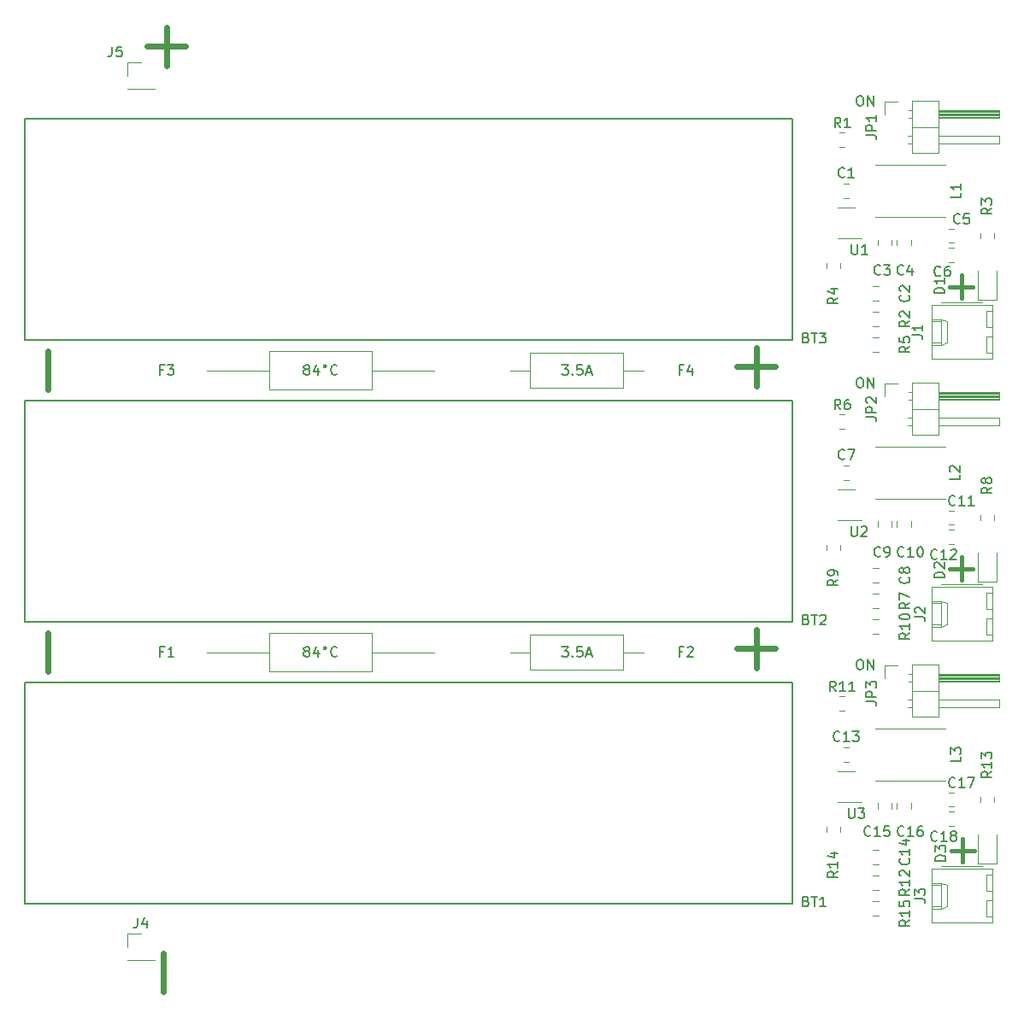
<source format=gbr>
G04 #@! TF.GenerationSoftware,KiCad,Pcbnew,5.1.4*
G04 #@! TF.CreationDate,2019-09-28T02:59:40+02:00*
G04 #@! TF.ProjectId,stratosensor-power,73747261-746f-4736-956e-736f722d706f,rev?*
G04 #@! TF.SameCoordinates,Original*
G04 #@! TF.FileFunction,Legend,Top*
G04 #@! TF.FilePolarity,Positive*
%FSLAX46Y46*%
G04 Gerber Fmt 4.6, Leading zero omitted, Abs format (unit mm)*
G04 Created by KiCad (PCBNEW 5.1.4) date 2019-09-28 02:59:40*
%MOMM*%
%LPD*%
G04 APERTURE LIST*
%ADD10C,0.600000*%
%ADD11C,0.400000*%
%ADD12C,0.120000*%
%ADD13C,0.150000*%
%ADD14O,2.440000X2.440000*%
%ADD15C,2.440000*%
%ADD16R,1.740000X1.740000*%
%ADD17O,1.640000X1.640000*%
%ADD18C,1.640000*%
%ADD19C,1.540000*%
%ADD20C,3.040000*%
%ADD21R,3.540000X3.540000*%
%ADD22C,3.540000*%
%ADD23C,3.240000*%
%ADD24R,1.260000X0.690000*%
%ADD25C,0.100000*%
%ADD26C,1.190000*%
%ADD27R,2.440000X4.240000*%
%ADD28O,1.740000X1.740000*%
%ADD29O,2.240000X1.780000*%
%ADD30C,1.780000*%
G04 APERTURE END LIST*
D10*
X116622857Y-143815238D02*
X116622857Y-147624761D01*
X118884761Y-53922857D02*
X115075238Y-53922857D01*
X116980000Y-52018095D02*
X116980000Y-55827619D01*
X105192857Y-84125238D02*
X105192857Y-87934761D01*
X105192857Y-112065238D02*
X105192857Y-115874761D01*
D11*
X194577142Y-77735285D02*
X196862857Y-77735285D01*
X195720000Y-78878142D02*
X195720000Y-76592428D01*
X194577142Y-105675285D02*
X196862857Y-105675285D01*
X195720000Y-106818142D02*
X195720000Y-104532428D01*
X194704142Y-133615285D02*
X196989857Y-133615285D01*
X195847000Y-134758142D02*
X195847000Y-132472428D01*
D10*
X177304761Y-85672857D02*
X173495238Y-85672857D01*
X175400000Y-83768095D02*
X175400000Y-87577619D01*
X177304761Y-113612857D02*
X173495238Y-113612857D01*
X175400000Y-111708095D02*
X175400000Y-115517619D01*
D12*
X143480000Y-86030000D02*
X137290000Y-86030000D01*
X120960000Y-86030000D02*
X127150000Y-86030000D01*
X137290000Y-84110000D02*
X127150000Y-84110000D01*
X137290000Y-87950000D02*
X137290000Y-84110000D01*
X127150000Y-87950000D02*
X137290000Y-87950000D01*
X127150000Y-84110000D02*
X127150000Y-87950000D01*
X143480000Y-113970000D02*
X137290000Y-113970000D01*
X120960000Y-113970000D02*
X127150000Y-113970000D01*
X137290000Y-112050000D02*
X127150000Y-112050000D01*
X137290000Y-115890000D02*
X137290000Y-112050000D01*
X127150000Y-115890000D02*
X137290000Y-115890000D01*
X127150000Y-112050000D02*
X127150000Y-115890000D01*
X113110000Y-55490000D02*
X114440000Y-55490000D01*
X113110000Y-56820000D02*
X113110000Y-55490000D01*
X113110000Y-58090000D02*
X115770000Y-58090000D01*
X115770000Y-58090000D02*
X115770000Y-58150000D01*
X113110000Y-58090000D02*
X113110000Y-58150000D01*
X113110000Y-58150000D02*
X115770000Y-58150000D01*
X113110000Y-141850000D02*
X114440000Y-141850000D01*
X113110000Y-143180000D02*
X113110000Y-141850000D01*
X113110000Y-144450000D02*
X115770000Y-144450000D01*
X115770000Y-144450000D02*
X115770000Y-144510000D01*
X113110000Y-144450000D02*
X113110000Y-144510000D01*
X113110000Y-144510000D02*
X115770000Y-144510000D01*
X164200000Y-86030000D02*
X162240000Y-86030000D01*
X151040000Y-86030000D02*
X153000000Y-86030000D01*
X162240000Y-84310000D02*
X153000000Y-84310000D01*
X162240000Y-87750000D02*
X162240000Y-84310000D01*
X153000000Y-87750000D02*
X162240000Y-87750000D01*
X153000000Y-84310000D02*
X153000000Y-87750000D01*
X164200000Y-113970000D02*
X162240000Y-113970000D01*
X151040000Y-113970000D02*
X153000000Y-113970000D01*
X162240000Y-112250000D02*
X153000000Y-112250000D01*
X162240000Y-115690000D02*
X162240000Y-112250000D01*
X153000000Y-115690000D02*
X162240000Y-115690000D01*
X153000000Y-112250000D02*
X153000000Y-115690000D01*
D13*
X178970000Y-83060000D02*
X102970000Y-83060000D01*
X102970000Y-83060000D02*
X102970000Y-61060000D01*
X102970000Y-61060000D02*
X178970000Y-61060000D01*
X178970000Y-61060000D02*
X178970000Y-83060000D01*
X178970000Y-111000000D02*
X102970000Y-111000000D01*
X102970000Y-111000000D02*
X102970000Y-89000000D01*
X102970000Y-89000000D02*
X178970000Y-89000000D01*
X178970000Y-89000000D02*
X178970000Y-111000000D01*
X178970000Y-138940000D02*
X102970000Y-138940000D01*
X102970000Y-138940000D02*
X102970000Y-116940000D01*
X102970000Y-116940000D02*
X178970000Y-116940000D01*
X178970000Y-116940000D02*
X178970000Y-138940000D01*
D12*
X183410000Y-128815000D02*
X185840000Y-128815000D01*
X185170000Y-125745000D02*
X183410000Y-125745000D01*
X183410000Y-100875000D02*
X185840000Y-100875000D01*
X185170000Y-97805000D02*
X183410000Y-97805000D01*
X183410000Y-72935000D02*
X185840000Y-72935000D01*
X185170000Y-69865000D02*
X183410000Y-69865000D01*
X186958748Y-140080000D02*
X187481252Y-140080000D01*
X186958748Y-138660000D02*
X187481252Y-138660000D01*
X183730000Y-131766252D02*
X183730000Y-131243748D01*
X182310000Y-131766252D02*
X182310000Y-131243748D01*
X197550000Y-128313748D02*
X197550000Y-128836252D01*
X198970000Y-128313748D02*
X198970000Y-128836252D01*
X187481252Y-136120000D02*
X186958748Y-136120000D01*
X187481252Y-137540000D02*
X186958748Y-137540000D01*
X183638748Y-119760000D02*
X184161252Y-119760000D01*
X183638748Y-118340000D02*
X184161252Y-118340000D01*
X186958748Y-112140000D02*
X187481252Y-112140000D01*
X186958748Y-110720000D02*
X187481252Y-110720000D01*
X183730000Y-103826252D02*
X183730000Y-103303748D01*
X182310000Y-103826252D02*
X182310000Y-103303748D01*
X197550000Y-100373748D02*
X197550000Y-100896252D01*
X198970000Y-100373748D02*
X198970000Y-100896252D01*
X187481252Y-108180000D02*
X186958748Y-108180000D01*
X187481252Y-109600000D02*
X186958748Y-109600000D01*
X183638748Y-91820000D02*
X184161252Y-91820000D01*
X183638748Y-90400000D02*
X184161252Y-90400000D01*
X186958748Y-84200000D02*
X187481252Y-84200000D01*
X186958748Y-82780000D02*
X187481252Y-82780000D01*
X183730000Y-75886252D02*
X183730000Y-75363748D01*
X182310000Y-75886252D02*
X182310000Y-75363748D01*
X197550000Y-72433748D02*
X197550000Y-72956252D01*
X198970000Y-72433748D02*
X198970000Y-72956252D01*
X187481252Y-80240000D02*
X186958748Y-80240000D01*
X187481252Y-81660000D02*
X186958748Y-81660000D01*
X183638748Y-63880000D02*
X184161252Y-63880000D01*
X183638748Y-62460000D02*
X184161252Y-62460000D01*
X187190000Y-126680000D02*
X194090000Y-126680000D01*
X187190000Y-121580000D02*
X194090000Y-121580000D01*
X187190000Y-98740000D02*
X194090000Y-98740000D01*
X187190000Y-93640000D02*
X194090000Y-93640000D01*
X187190000Y-70800000D02*
X194090000Y-70800000D01*
X187190000Y-65700000D02*
X194090000Y-65700000D01*
X188100000Y-115240000D02*
X189370000Y-115240000D01*
X188100000Y-116510000D02*
X188100000Y-115240000D01*
X190412929Y-119430000D02*
X190810000Y-119430000D01*
X190412929Y-118670000D02*
X190810000Y-118670000D01*
X199470000Y-119430000D02*
X193470000Y-119430000D01*
X199470000Y-118670000D02*
X199470000Y-119430000D01*
X193470000Y-118670000D02*
X199470000Y-118670000D01*
X190810000Y-117780000D02*
X193470000Y-117780000D01*
X190480000Y-116890000D02*
X190810000Y-116890000D01*
X190480000Y-116130000D02*
X190810000Y-116130000D01*
X193470000Y-116790000D02*
X199470000Y-116790000D01*
X193470000Y-116670000D02*
X199470000Y-116670000D01*
X193470000Y-116550000D02*
X199470000Y-116550000D01*
X193470000Y-116430000D02*
X199470000Y-116430000D01*
X193470000Y-116310000D02*
X199470000Y-116310000D01*
X193470000Y-116190000D02*
X199470000Y-116190000D01*
X199470000Y-116890000D02*
X193470000Y-116890000D01*
X199470000Y-116130000D02*
X199470000Y-116890000D01*
X193470000Y-116130000D02*
X199470000Y-116130000D01*
X193470000Y-115180000D02*
X190810000Y-115180000D01*
X193470000Y-120380000D02*
X193470000Y-115180000D01*
X190810000Y-120380000D02*
X193470000Y-120380000D01*
X190810000Y-115180000D02*
X190810000Y-120380000D01*
X188100000Y-87300000D02*
X189370000Y-87300000D01*
X188100000Y-88570000D02*
X188100000Y-87300000D01*
X190412929Y-91490000D02*
X190810000Y-91490000D01*
X190412929Y-90730000D02*
X190810000Y-90730000D01*
X199470000Y-91490000D02*
X193470000Y-91490000D01*
X199470000Y-90730000D02*
X199470000Y-91490000D01*
X193470000Y-90730000D02*
X199470000Y-90730000D01*
X190810000Y-89840000D02*
X193470000Y-89840000D01*
X190480000Y-88950000D02*
X190810000Y-88950000D01*
X190480000Y-88190000D02*
X190810000Y-88190000D01*
X193470000Y-88850000D02*
X199470000Y-88850000D01*
X193470000Y-88730000D02*
X199470000Y-88730000D01*
X193470000Y-88610000D02*
X199470000Y-88610000D01*
X193470000Y-88490000D02*
X199470000Y-88490000D01*
X193470000Y-88370000D02*
X199470000Y-88370000D01*
X193470000Y-88250000D02*
X199470000Y-88250000D01*
X199470000Y-88950000D02*
X193470000Y-88950000D01*
X199470000Y-88190000D02*
X199470000Y-88950000D01*
X193470000Y-88190000D02*
X199470000Y-88190000D01*
X193470000Y-87240000D02*
X190810000Y-87240000D01*
X193470000Y-92440000D02*
X193470000Y-87240000D01*
X190810000Y-92440000D02*
X193470000Y-92440000D01*
X190810000Y-87240000D02*
X190810000Y-92440000D01*
X188100000Y-59360000D02*
X189370000Y-59360000D01*
X188100000Y-60630000D02*
X188100000Y-59360000D01*
X190412929Y-63550000D02*
X190810000Y-63550000D01*
X190412929Y-62790000D02*
X190810000Y-62790000D01*
X199470000Y-63550000D02*
X193470000Y-63550000D01*
X199470000Y-62790000D02*
X199470000Y-63550000D01*
X193470000Y-62790000D02*
X199470000Y-62790000D01*
X190810000Y-61900000D02*
X193470000Y-61900000D01*
X190480000Y-61010000D02*
X190810000Y-61010000D01*
X190480000Y-60250000D02*
X190810000Y-60250000D01*
X193470000Y-60910000D02*
X199470000Y-60910000D01*
X193470000Y-60790000D02*
X199470000Y-60790000D01*
X193470000Y-60670000D02*
X199470000Y-60670000D01*
X193470000Y-60550000D02*
X199470000Y-60550000D01*
X193470000Y-60430000D02*
X199470000Y-60430000D01*
X193470000Y-60310000D02*
X199470000Y-60310000D01*
X199470000Y-61010000D02*
X193470000Y-61010000D01*
X199470000Y-60250000D02*
X199470000Y-61010000D01*
X193470000Y-60250000D02*
X199470000Y-60250000D01*
X193470000Y-59300000D02*
X190810000Y-59300000D01*
X193470000Y-64500000D02*
X193470000Y-59300000D01*
X190810000Y-64500000D02*
X193470000Y-64500000D01*
X190810000Y-59300000D02*
X190810000Y-64500000D01*
X198150000Y-140170000D02*
X198750000Y-140170000D01*
X198150000Y-138570000D02*
X198150000Y-140170000D01*
X198750000Y-138570000D02*
X198150000Y-138570000D01*
X198150000Y-137630000D02*
X198750000Y-137630000D01*
X198150000Y-136030000D02*
X198150000Y-137630000D01*
X198750000Y-136030000D02*
X198150000Y-136030000D01*
X192730000Y-139120000D02*
X193730000Y-139120000D01*
X192730000Y-137080000D02*
X193730000Y-137080000D01*
X194260000Y-139120000D02*
X193730000Y-139370000D01*
X194260000Y-137080000D02*
X194260000Y-139120000D01*
X193730000Y-136830000D02*
X194260000Y-137080000D01*
X193730000Y-139370000D02*
X192730000Y-139370000D01*
X193730000Y-136830000D02*
X193730000Y-139370000D01*
X192730000Y-136830000D02*
X193730000Y-136830000D01*
X197720000Y-135160000D02*
X193720000Y-135160000D01*
X198750000Y-140750000D02*
X198750000Y-135450000D01*
X192730000Y-140750000D02*
X198750000Y-140750000D01*
X192730000Y-135450000D02*
X192730000Y-140750000D01*
X198750000Y-135450000D02*
X192730000Y-135450000D01*
X198150000Y-112230000D02*
X198750000Y-112230000D01*
X198150000Y-110630000D02*
X198150000Y-112230000D01*
X198750000Y-110630000D02*
X198150000Y-110630000D01*
X198150000Y-109690000D02*
X198750000Y-109690000D01*
X198150000Y-108090000D02*
X198150000Y-109690000D01*
X198750000Y-108090000D02*
X198150000Y-108090000D01*
X192730000Y-111180000D02*
X193730000Y-111180000D01*
X192730000Y-109140000D02*
X193730000Y-109140000D01*
X194260000Y-111180000D02*
X193730000Y-111430000D01*
X194260000Y-109140000D02*
X194260000Y-111180000D01*
X193730000Y-108890000D02*
X194260000Y-109140000D01*
X193730000Y-111430000D02*
X192730000Y-111430000D01*
X193730000Y-108890000D02*
X193730000Y-111430000D01*
X192730000Y-108890000D02*
X193730000Y-108890000D01*
X197720000Y-107220000D02*
X193720000Y-107220000D01*
X198750000Y-112810000D02*
X198750000Y-107510000D01*
X192730000Y-112810000D02*
X198750000Y-112810000D01*
X192730000Y-107510000D02*
X192730000Y-112810000D01*
X198750000Y-107510000D02*
X192730000Y-107510000D01*
X198750000Y-79570000D02*
X192730000Y-79570000D01*
X192730000Y-79570000D02*
X192730000Y-84870000D01*
X192730000Y-84870000D02*
X198750000Y-84870000D01*
X198750000Y-84870000D02*
X198750000Y-79570000D01*
X197720000Y-79280000D02*
X193720000Y-79280000D01*
X192730000Y-80950000D02*
X193730000Y-80950000D01*
X193730000Y-80950000D02*
X193730000Y-83490000D01*
X193730000Y-83490000D02*
X192730000Y-83490000D01*
X193730000Y-80950000D02*
X194260000Y-81200000D01*
X194260000Y-81200000D02*
X194260000Y-83240000D01*
X194260000Y-83240000D02*
X193730000Y-83490000D01*
X192730000Y-81200000D02*
X193730000Y-81200000D01*
X192730000Y-83240000D02*
X193730000Y-83240000D01*
X198750000Y-80150000D02*
X198150000Y-80150000D01*
X198150000Y-80150000D02*
X198150000Y-81750000D01*
X198150000Y-81750000D02*
X198750000Y-81750000D01*
X198750000Y-82690000D02*
X198150000Y-82690000D01*
X198150000Y-82690000D02*
X198150000Y-84290000D01*
X198150000Y-84290000D02*
X198750000Y-84290000D01*
X199220000Y-134880000D02*
X199220000Y-132020000D01*
X197300000Y-134880000D02*
X199220000Y-134880000D01*
X197300000Y-132020000D02*
X197300000Y-134880000D01*
X199220000Y-106940000D02*
X199220000Y-104080000D01*
X197300000Y-106940000D02*
X199220000Y-106940000D01*
X197300000Y-104080000D02*
X197300000Y-106940000D01*
X199220000Y-79000000D02*
X199220000Y-76140000D01*
X197300000Y-79000000D02*
X199220000Y-79000000D01*
X197300000Y-76140000D02*
X197300000Y-79000000D01*
X194956252Y-129770000D02*
X194433748Y-129770000D01*
X194956252Y-131190000D02*
X194433748Y-131190000D01*
X194956252Y-127865000D02*
X194433748Y-127865000D01*
X194956252Y-129285000D02*
X194433748Y-129285000D01*
X190715000Y-129471252D02*
X190715000Y-128948748D01*
X189295000Y-129471252D02*
X189295000Y-128948748D01*
X188810000Y-129471252D02*
X188810000Y-128948748D01*
X187390000Y-129471252D02*
X187390000Y-128948748D01*
X187481252Y-133580000D02*
X186958748Y-133580000D01*
X187481252Y-135000000D02*
X186958748Y-135000000D01*
X184551252Y-123420000D02*
X184028748Y-123420000D01*
X184551252Y-124840000D02*
X184028748Y-124840000D01*
X194956252Y-101830000D02*
X194433748Y-101830000D01*
X194956252Y-103250000D02*
X194433748Y-103250000D01*
X194956252Y-99925000D02*
X194433748Y-99925000D01*
X194956252Y-101345000D02*
X194433748Y-101345000D01*
X190715000Y-101531252D02*
X190715000Y-101008748D01*
X189295000Y-101531252D02*
X189295000Y-101008748D01*
X188810000Y-101531252D02*
X188810000Y-101008748D01*
X187390000Y-101531252D02*
X187390000Y-101008748D01*
X187481252Y-105640000D02*
X186958748Y-105640000D01*
X187481252Y-107060000D02*
X186958748Y-107060000D01*
X184551252Y-95480000D02*
X184028748Y-95480000D01*
X184551252Y-96900000D02*
X184028748Y-96900000D01*
X194956252Y-73890000D02*
X194433748Y-73890000D01*
X194956252Y-75310000D02*
X194433748Y-75310000D01*
X194956252Y-71985000D02*
X194433748Y-71985000D01*
X194956252Y-73405000D02*
X194433748Y-73405000D01*
X190715000Y-73600252D02*
X190715000Y-73077748D01*
X189295000Y-73600252D02*
X189295000Y-73077748D01*
X188810000Y-73600252D02*
X188810000Y-73077748D01*
X187390000Y-73600252D02*
X187390000Y-73077748D01*
X187481252Y-77700000D02*
X186958748Y-77700000D01*
X187481252Y-79120000D02*
X186958748Y-79120000D01*
X184551252Y-67540000D02*
X184028748Y-67540000D01*
X184551252Y-68960000D02*
X184028748Y-68960000D01*
D13*
X116646666Y-85958571D02*
X116313333Y-85958571D01*
X116313333Y-86482380D02*
X116313333Y-85482380D01*
X116789523Y-85482380D01*
X117075238Y-85482380D02*
X117694285Y-85482380D01*
X117360952Y-85863333D01*
X117503809Y-85863333D01*
X117599047Y-85910952D01*
X117646666Y-85958571D01*
X117694285Y-86053809D01*
X117694285Y-86291904D01*
X117646666Y-86387142D01*
X117599047Y-86434761D01*
X117503809Y-86482380D01*
X117218095Y-86482380D01*
X117122857Y-86434761D01*
X117075238Y-86387142D01*
X130767619Y-85910952D02*
X130672380Y-85863333D01*
X130624761Y-85815714D01*
X130577142Y-85720476D01*
X130577142Y-85672857D01*
X130624761Y-85577619D01*
X130672380Y-85530000D01*
X130767619Y-85482380D01*
X130958095Y-85482380D01*
X131053333Y-85530000D01*
X131100952Y-85577619D01*
X131148571Y-85672857D01*
X131148571Y-85720476D01*
X131100952Y-85815714D01*
X131053333Y-85863333D01*
X130958095Y-85910952D01*
X130767619Y-85910952D01*
X130672380Y-85958571D01*
X130624761Y-86006190D01*
X130577142Y-86101428D01*
X130577142Y-86291904D01*
X130624761Y-86387142D01*
X130672380Y-86434761D01*
X130767619Y-86482380D01*
X130958095Y-86482380D01*
X131053333Y-86434761D01*
X131100952Y-86387142D01*
X131148571Y-86291904D01*
X131148571Y-86101428D01*
X131100952Y-86006190D01*
X131053333Y-85958571D01*
X130958095Y-85910952D01*
X132005714Y-85815714D02*
X132005714Y-86482380D01*
X131767619Y-85434761D02*
X131529523Y-86149047D01*
X132148571Y-86149047D01*
X132672380Y-85482380D02*
X132577142Y-85530000D01*
X132529523Y-85625238D01*
X132577142Y-85720476D01*
X132672380Y-85768095D01*
X132767619Y-85720476D01*
X132815238Y-85625238D01*
X132767619Y-85530000D01*
X132672380Y-85482380D01*
X133862857Y-86387142D02*
X133815238Y-86434761D01*
X133672380Y-86482380D01*
X133577142Y-86482380D01*
X133434285Y-86434761D01*
X133339047Y-86339523D01*
X133291428Y-86244285D01*
X133243809Y-86053809D01*
X133243809Y-85910952D01*
X133291428Y-85720476D01*
X133339047Y-85625238D01*
X133434285Y-85530000D01*
X133577142Y-85482380D01*
X133672380Y-85482380D01*
X133815238Y-85530000D01*
X133862857Y-85577619D01*
X116646666Y-113898571D02*
X116313333Y-113898571D01*
X116313333Y-114422380D02*
X116313333Y-113422380D01*
X116789523Y-113422380D01*
X117694285Y-114422380D02*
X117122857Y-114422380D01*
X117408571Y-114422380D02*
X117408571Y-113422380D01*
X117313333Y-113565238D01*
X117218095Y-113660476D01*
X117122857Y-113708095D01*
X130767619Y-113850952D02*
X130672380Y-113803333D01*
X130624761Y-113755714D01*
X130577142Y-113660476D01*
X130577142Y-113612857D01*
X130624761Y-113517619D01*
X130672380Y-113470000D01*
X130767619Y-113422380D01*
X130958095Y-113422380D01*
X131053333Y-113470000D01*
X131100952Y-113517619D01*
X131148571Y-113612857D01*
X131148571Y-113660476D01*
X131100952Y-113755714D01*
X131053333Y-113803333D01*
X130958095Y-113850952D01*
X130767619Y-113850952D01*
X130672380Y-113898571D01*
X130624761Y-113946190D01*
X130577142Y-114041428D01*
X130577142Y-114231904D01*
X130624761Y-114327142D01*
X130672380Y-114374761D01*
X130767619Y-114422380D01*
X130958095Y-114422380D01*
X131053333Y-114374761D01*
X131100952Y-114327142D01*
X131148571Y-114231904D01*
X131148571Y-114041428D01*
X131100952Y-113946190D01*
X131053333Y-113898571D01*
X130958095Y-113850952D01*
X132005714Y-113755714D02*
X132005714Y-114422380D01*
X131767619Y-113374761D02*
X131529523Y-114089047D01*
X132148571Y-114089047D01*
X132672380Y-113422380D02*
X132577142Y-113470000D01*
X132529523Y-113565238D01*
X132577142Y-113660476D01*
X132672380Y-113708095D01*
X132767619Y-113660476D01*
X132815238Y-113565238D01*
X132767619Y-113470000D01*
X132672380Y-113422380D01*
X133862857Y-114327142D02*
X133815238Y-114374761D01*
X133672380Y-114422380D01*
X133577142Y-114422380D01*
X133434285Y-114374761D01*
X133339047Y-114279523D01*
X133291428Y-114184285D01*
X133243809Y-113993809D01*
X133243809Y-113850952D01*
X133291428Y-113660476D01*
X133339047Y-113565238D01*
X133434285Y-113470000D01*
X133577142Y-113422380D01*
X133672380Y-113422380D01*
X133815238Y-113470000D01*
X133862857Y-113517619D01*
X111566666Y-53942380D02*
X111566666Y-54656666D01*
X111519047Y-54799523D01*
X111423809Y-54894761D01*
X111280952Y-54942380D01*
X111185714Y-54942380D01*
X112519047Y-53942380D02*
X112042857Y-53942380D01*
X111995238Y-54418571D01*
X112042857Y-54370952D01*
X112138095Y-54323333D01*
X112376190Y-54323333D01*
X112471428Y-54370952D01*
X112519047Y-54418571D01*
X112566666Y-54513809D01*
X112566666Y-54751904D01*
X112519047Y-54847142D01*
X112471428Y-54894761D01*
X112376190Y-54942380D01*
X112138095Y-54942380D01*
X112042857Y-54894761D01*
X111995238Y-54847142D01*
X114106666Y-140302380D02*
X114106666Y-141016666D01*
X114059047Y-141159523D01*
X113963809Y-141254761D01*
X113820952Y-141302380D01*
X113725714Y-141302380D01*
X115011428Y-140635714D02*
X115011428Y-141302380D01*
X114773333Y-140254761D02*
X114535238Y-140969047D01*
X115154285Y-140969047D01*
X168081666Y-85958571D02*
X167748333Y-85958571D01*
X167748333Y-86482380D02*
X167748333Y-85482380D01*
X168224523Y-85482380D01*
X169034047Y-85815714D02*
X169034047Y-86482380D01*
X168795952Y-85434761D02*
X168557857Y-86149047D01*
X169176904Y-86149047D01*
X156143809Y-85482380D02*
X156762857Y-85482380D01*
X156429523Y-85863333D01*
X156572380Y-85863333D01*
X156667619Y-85910952D01*
X156715238Y-85958571D01*
X156762857Y-86053809D01*
X156762857Y-86291904D01*
X156715238Y-86387142D01*
X156667619Y-86434761D01*
X156572380Y-86482380D01*
X156286666Y-86482380D01*
X156191428Y-86434761D01*
X156143809Y-86387142D01*
X157191428Y-86387142D02*
X157239047Y-86434761D01*
X157191428Y-86482380D01*
X157143809Y-86434761D01*
X157191428Y-86387142D01*
X157191428Y-86482380D01*
X158143809Y-85482380D02*
X157667619Y-85482380D01*
X157620000Y-85958571D01*
X157667619Y-85910952D01*
X157762857Y-85863333D01*
X158000952Y-85863333D01*
X158096190Y-85910952D01*
X158143809Y-85958571D01*
X158191428Y-86053809D01*
X158191428Y-86291904D01*
X158143809Y-86387142D01*
X158096190Y-86434761D01*
X158000952Y-86482380D01*
X157762857Y-86482380D01*
X157667619Y-86434761D01*
X157620000Y-86387142D01*
X158572380Y-86196666D02*
X159048571Y-86196666D01*
X158477142Y-86482380D02*
X158810476Y-85482380D01*
X159143809Y-86482380D01*
X168081666Y-113898571D02*
X167748333Y-113898571D01*
X167748333Y-114422380D02*
X167748333Y-113422380D01*
X168224523Y-113422380D01*
X168557857Y-113517619D02*
X168605476Y-113470000D01*
X168700714Y-113422380D01*
X168938809Y-113422380D01*
X169034047Y-113470000D01*
X169081666Y-113517619D01*
X169129285Y-113612857D01*
X169129285Y-113708095D01*
X169081666Y-113850952D01*
X168510238Y-114422380D01*
X169129285Y-114422380D01*
X156143809Y-113422380D02*
X156762857Y-113422380D01*
X156429523Y-113803333D01*
X156572380Y-113803333D01*
X156667619Y-113850952D01*
X156715238Y-113898571D01*
X156762857Y-113993809D01*
X156762857Y-114231904D01*
X156715238Y-114327142D01*
X156667619Y-114374761D01*
X156572380Y-114422380D01*
X156286666Y-114422380D01*
X156191428Y-114374761D01*
X156143809Y-114327142D01*
X157191428Y-114327142D02*
X157239047Y-114374761D01*
X157191428Y-114422380D01*
X157143809Y-114374761D01*
X157191428Y-114327142D01*
X157191428Y-114422380D01*
X158143809Y-113422380D02*
X157667619Y-113422380D01*
X157620000Y-113898571D01*
X157667619Y-113850952D01*
X157762857Y-113803333D01*
X158000952Y-113803333D01*
X158096190Y-113850952D01*
X158143809Y-113898571D01*
X158191428Y-113993809D01*
X158191428Y-114231904D01*
X158143809Y-114327142D01*
X158096190Y-114374761D01*
X158000952Y-114422380D01*
X157762857Y-114422380D01*
X157667619Y-114374761D01*
X157620000Y-114327142D01*
X158572380Y-114136666D02*
X159048571Y-114136666D01*
X158477142Y-114422380D02*
X158810476Y-113422380D01*
X159143809Y-114422380D01*
X180329285Y-82783571D02*
X180472142Y-82831190D01*
X180519761Y-82878809D01*
X180567380Y-82974047D01*
X180567380Y-83116904D01*
X180519761Y-83212142D01*
X180472142Y-83259761D01*
X180376904Y-83307380D01*
X179995952Y-83307380D01*
X179995952Y-82307380D01*
X180329285Y-82307380D01*
X180424523Y-82355000D01*
X180472142Y-82402619D01*
X180519761Y-82497857D01*
X180519761Y-82593095D01*
X180472142Y-82688333D01*
X180424523Y-82735952D01*
X180329285Y-82783571D01*
X179995952Y-82783571D01*
X180853095Y-82307380D02*
X181424523Y-82307380D01*
X181138809Y-83307380D02*
X181138809Y-82307380D01*
X181662619Y-82307380D02*
X182281666Y-82307380D01*
X181948333Y-82688333D01*
X182091190Y-82688333D01*
X182186428Y-82735952D01*
X182234047Y-82783571D01*
X182281666Y-82878809D01*
X182281666Y-83116904D01*
X182234047Y-83212142D01*
X182186428Y-83259761D01*
X182091190Y-83307380D01*
X181805476Y-83307380D01*
X181710238Y-83259761D01*
X181662619Y-83212142D01*
X180329285Y-110723571D02*
X180472142Y-110771190D01*
X180519761Y-110818809D01*
X180567380Y-110914047D01*
X180567380Y-111056904D01*
X180519761Y-111152142D01*
X180472142Y-111199761D01*
X180376904Y-111247380D01*
X179995952Y-111247380D01*
X179995952Y-110247380D01*
X180329285Y-110247380D01*
X180424523Y-110295000D01*
X180472142Y-110342619D01*
X180519761Y-110437857D01*
X180519761Y-110533095D01*
X180472142Y-110628333D01*
X180424523Y-110675952D01*
X180329285Y-110723571D01*
X179995952Y-110723571D01*
X180853095Y-110247380D02*
X181424523Y-110247380D01*
X181138809Y-111247380D02*
X181138809Y-110247380D01*
X181710238Y-110342619D02*
X181757857Y-110295000D01*
X181853095Y-110247380D01*
X182091190Y-110247380D01*
X182186428Y-110295000D01*
X182234047Y-110342619D01*
X182281666Y-110437857D01*
X182281666Y-110533095D01*
X182234047Y-110675952D01*
X181662619Y-111247380D01*
X182281666Y-111247380D01*
X180329285Y-138663571D02*
X180472142Y-138711190D01*
X180519761Y-138758809D01*
X180567380Y-138854047D01*
X180567380Y-138996904D01*
X180519761Y-139092142D01*
X180472142Y-139139761D01*
X180376904Y-139187380D01*
X179995952Y-139187380D01*
X179995952Y-138187380D01*
X180329285Y-138187380D01*
X180424523Y-138235000D01*
X180472142Y-138282619D01*
X180519761Y-138377857D01*
X180519761Y-138473095D01*
X180472142Y-138568333D01*
X180424523Y-138615952D01*
X180329285Y-138663571D01*
X179995952Y-138663571D01*
X180853095Y-138187380D02*
X181424523Y-138187380D01*
X181138809Y-139187380D02*
X181138809Y-138187380D01*
X182281666Y-139187380D02*
X181710238Y-139187380D01*
X181995952Y-139187380D02*
X181995952Y-138187380D01*
X181900714Y-138330238D01*
X181805476Y-138425476D01*
X181710238Y-138473095D01*
X184544095Y-129424380D02*
X184544095Y-130233904D01*
X184591714Y-130329142D01*
X184639333Y-130376761D01*
X184734571Y-130424380D01*
X184925047Y-130424380D01*
X185020285Y-130376761D01*
X185067904Y-130329142D01*
X185115523Y-130233904D01*
X185115523Y-129424380D01*
X185496476Y-129424380D02*
X186115523Y-129424380D01*
X185782190Y-129805333D01*
X185925047Y-129805333D01*
X186020285Y-129852952D01*
X186067904Y-129900571D01*
X186115523Y-129995809D01*
X186115523Y-130233904D01*
X186067904Y-130329142D01*
X186020285Y-130376761D01*
X185925047Y-130424380D01*
X185639333Y-130424380D01*
X185544095Y-130376761D01*
X185496476Y-130329142D01*
X184798095Y-101484380D02*
X184798095Y-102293904D01*
X184845714Y-102389142D01*
X184893333Y-102436761D01*
X184988571Y-102484380D01*
X185179047Y-102484380D01*
X185274285Y-102436761D01*
X185321904Y-102389142D01*
X185369523Y-102293904D01*
X185369523Y-101484380D01*
X185798095Y-101579619D02*
X185845714Y-101532000D01*
X185940952Y-101484380D01*
X186179047Y-101484380D01*
X186274285Y-101532000D01*
X186321904Y-101579619D01*
X186369523Y-101674857D01*
X186369523Y-101770095D01*
X186321904Y-101912952D01*
X185750476Y-102484380D01*
X186369523Y-102484380D01*
X184838095Y-73544380D02*
X184838095Y-74353904D01*
X184885714Y-74449142D01*
X184933333Y-74496761D01*
X185028571Y-74544380D01*
X185219047Y-74544380D01*
X185314285Y-74496761D01*
X185361904Y-74449142D01*
X185409523Y-74353904D01*
X185409523Y-73544380D01*
X186409523Y-74544380D02*
X185838095Y-74544380D01*
X186123809Y-74544380D02*
X186123809Y-73544380D01*
X186028571Y-73687238D01*
X185933333Y-73782476D01*
X185838095Y-73830095D01*
X190584380Y-140520857D02*
X190108190Y-140854190D01*
X190584380Y-141092285D02*
X189584380Y-141092285D01*
X189584380Y-140711333D01*
X189632000Y-140616095D01*
X189679619Y-140568476D01*
X189774857Y-140520857D01*
X189917714Y-140520857D01*
X190012952Y-140568476D01*
X190060571Y-140616095D01*
X190108190Y-140711333D01*
X190108190Y-141092285D01*
X190584380Y-139568476D02*
X190584380Y-140139904D01*
X190584380Y-139854190D02*
X189584380Y-139854190D01*
X189727238Y-139949428D01*
X189822476Y-140044666D01*
X189870095Y-140139904D01*
X189584380Y-138663714D02*
X189584380Y-139139904D01*
X190060571Y-139187523D01*
X190012952Y-139139904D01*
X189965333Y-139044666D01*
X189965333Y-138806571D01*
X190012952Y-138711333D01*
X190060571Y-138663714D01*
X190155809Y-138616095D01*
X190393904Y-138616095D01*
X190489142Y-138663714D01*
X190536761Y-138711333D01*
X190584380Y-138806571D01*
X190584380Y-139044666D01*
X190536761Y-139139904D01*
X190489142Y-139187523D01*
X183472380Y-135694857D02*
X182996190Y-136028190D01*
X183472380Y-136266285D02*
X182472380Y-136266285D01*
X182472380Y-135885333D01*
X182520000Y-135790095D01*
X182567619Y-135742476D01*
X182662857Y-135694857D01*
X182805714Y-135694857D01*
X182900952Y-135742476D01*
X182948571Y-135790095D01*
X182996190Y-135885333D01*
X182996190Y-136266285D01*
X183472380Y-134742476D02*
X183472380Y-135313904D01*
X183472380Y-135028190D02*
X182472380Y-135028190D01*
X182615238Y-135123428D01*
X182710476Y-135218666D01*
X182758095Y-135313904D01*
X182805714Y-133885333D02*
X183472380Y-133885333D01*
X182424761Y-134123428D02*
X183139047Y-134361523D01*
X183139047Y-133742476D01*
X198712380Y-125788857D02*
X198236190Y-126122190D01*
X198712380Y-126360285D02*
X197712380Y-126360285D01*
X197712380Y-125979333D01*
X197760000Y-125884095D01*
X197807619Y-125836476D01*
X197902857Y-125788857D01*
X198045714Y-125788857D01*
X198140952Y-125836476D01*
X198188571Y-125884095D01*
X198236190Y-125979333D01*
X198236190Y-126360285D01*
X198712380Y-124836476D02*
X198712380Y-125407904D01*
X198712380Y-125122190D02*
X197712380Y-125122190D01*
X197855238Y-125217428D01*
X197950476Y-125312666D01*
X197998095Y-125407904D01*
X197712380Y-124503142D02*
X197712380Y-123884095D01*
X198093333Y-124217428D01*
X198093333Y-124074571D01*
X198140952Y-123979333D01*
X198188571Y-123931714D01*
X198283809Y-123884095D01*
X198521904Y-123884095D01*
X198617142Y-123931714D01*
X198664761Y-123979333D01*
X198712380Y-124074571D01*
X198712380Y-124360285D01*
X198664761Y-124455523D01*
X198617142Y-124503142D01*
X190584380Y-137472857D02*
X190108190Y-137806190D01*
X190584380Y-138044285D02*
X189584380Y-138044285D01*
X189584380Y-137663333D01*
X189632000Y-137568095D01*
X189679619Y-137520476D01*
X189774857Y-137472857D01*
X189917714Y-137472857D01*
X190012952Y-137520476D01*
X190060571Y-137568095D01*
X190108190Y-137663333D01*
X190108190Y-138044285D01*
X190584380Y-136520476D02*
X190584380Y-137091904D01*
X190584380Y-136806190D02*
X189584380Y-136806190D01*
X189727238Y-136901428D01*
X189822476Y-136996666D01*
X189870095Y-137091904D01*
X189679619Y-136139523D02*
X189632000Y-136091904D01*
X189584380Y-135996666D01*
X189584380Y-135758571D01*
X189632000Y-135663333D01*
X189679619Y-135615714D01*
X189774857Y-135568095D01*
X189870095Y-135568095D01*
X190012952Y-135615714D01*
X190584380Y-136187142D01*
X190584380Y-135568095D01*
X183257142Y-117852380D02*
X182923809Y-117376190D01*
X182685714Y-117852380D02*
X182685714Y-116852380D01*
X183066666Y-116852380D01*
X183161904Y-116900000D01*
X183209523Y-116947619D01*
X183257142Y-117042857D01*
X183257142Y-117185714D01*
X183209523Y-117280952D01*
X183161904Y-117328571D01*
X183066666Y-117376190D01*
X182685714Y-117376190D01*
X184209523Y-117852380D02*
X183638095Y-117852380D01*
X183923809Y-117852380D02*
X183923809Y-116852380D01*
X183828571Y-116995238D01*
X183733333Y-117090476D01*
X183638095Y-117138095D01*
X185161904Y-117852380D02*
X184590476Y-117852380D01*
X184876190Y-117852380D02*
X184876190Y-116852380D01*
X184780952Y-116995238D01*
X184685714Y-117090476D01*
X184590476Y-117138095D01*
X190584380Y-112072857D02*
X190108190Y-112406190D01*
X190584380Y-112644285D02*
X189584380Y-112644285D01*
X189584380Y-112263333D01*
X189632000Y-112168095D01*
X189679619Y-112120476D01*
X189774857Y-112072857D01*
X189917714Y-112072857D01*
X190012952Y-112120476D01*
X190060571Y-112168095D01*
X190108190Y-112263333D01*
X190108190Y-112644285D01*
X190584380Y-111120476D02*
X190584380Y-111691904D01*
X190584380Y-111406190D02*
X189584380Y-111406190D01*
X189727238Y-111501428D01*
X189822476Y-111596666D01*
X189870095Y-111691904D01*
X189584380Y-110501428D02*
X189584380Y-110406190D01*
X189632000Y-110310952D01*
X189679619Y-110263333D01*
X189774857Y-110215714D01*
X189965333Y-110168095D01*
X190203428Y-110168095D01*
X190393904Y-110215714D01*
X190489142Y-110263333D01*
X190536761Y-110310952D01*
X190584380Y-110406190D01*
X190584380Y-110501428D01*
X190536761Y-110596666D01*
X190489142Y-110644285D01*
X190393904Y-110691904D01*
X190203428Y-110739523D01*
X189965333Y-110739523D01*
X189774857Y-110691904D01*
X189679619Y-110644285D01*
X189632000Y-110596666D01*
X189584380Y-110501428D01*
X183472380Y-106770666D02*
X182996190Y-107104000D01*
X183472380Y-107342095D02*
X182472380Y-107342095D01*
X182472380Y-106961142D01*
X182520000Y-106865904D01*
X182567619Y-106818285D01*
X182662857Y-106770666D01*
X182805714Y-106770666D01*
X182900952Y-106818285D01*
X182948571Y-106865904D01*
X182996190Y-106961142D01*
X182996190Y-107342095D01*
X183472380Y-106294476D02*
X183472380Y-106104000D01*
X183424761Y-106008761D01*
X183377142Y-105961142D01*
X183234285Y-105865904D01*
X183043809Y-105818285D01*
X182662857Y-105818285D01*
X182567619Y-105865904D01*
X182520000Y-105913523D01*
X182472380Y-106008761D01*
X182472380Y-106199238D01*
X182520000Y-106294476D01*
X182567619Y-106342095D01*
X182662857Y-106389714D01*
X182900952Y-106389714D01*
X182996190Y-106342095D01*
X183043809Y-106294476D01*
X183091428Y-106199238D01*
X183091428Y-106008761D01*
X183043809Y-105913523D01*
X182996190Y-105865904D01*
X182900952Y-105818285D01*
X198712380Y-97626666D02*
X198236190Y-97960000D01*
X198712380Y-98198095D02*
X197712380Y-98198095D01*
X197712380Y-97817142D01*
X197760000Y-97721904D01*
X197807619Y-97674285D01*
X197902857Y-97626666D01*
X198045714Y-97626666D01*
X198140952Y-97674285D01*
X198188571Y-97721904D01*
X198236190Y-97817142D01*
X198236190Y-98198095D01*
X198140952Y-97055238D02*
X198093333Y-97150476D01*
X198045714Y-97198095D01*
X197950476Y-97245714D01*
X197902857Y-97245714D01*
X197807619Y-97198095D01*
X197760000Y-97150476D01*
X197712380Y-97055238D01*
X197712380Y-96864761D01*
X197760000Y-96769523D01*
X197807619Y-96721904D01*
X197902857Y-96674285D01*
X197950476Y-96674285D01*
X198045714Y-96721904D01*
X198093333Y-96769523D01*
X198140952Y-96864761D01*
X198140952Y-97055238D01*
X198188571Y-97150476D01*
X198236190Y-97198095D01*
X198331428Y-97245714D01*
X198521904Y-97245714D01*
X198617142Y-97198095D01*
X198664761Y-97150476D01*
X198712380Y-97055238D01*
X198712380Y-96864761D01*
X198664761Y-96769523D01*
X198617142Y-96721904D01*
X198521904Y-96674285D01*
X198331428Y-96674285D01*
X198236190Y-96721904D01*
X198188571Y-96769523D01*
X198140952Y-96864761D01*
X190584380Y-109056666D02*
X190108190Y-109390000D01*
X190584380Y-109628095D02*
X189584380Y-109628095D01*
X189584380Y-109247142D01*
X189632000Y-109151904D01*
X189679619Y-109104285D01*
X189774857Y-109056666D01*
X189917714Y-109056666D01*
X190012952Y-109104285D01*
X190060571Y-109151904D01*
X190108190Y-109247142D01*
X190108190Y-109628095D01*
X189584380Y-108723333D02*
X189584380Y-108056666D01*
X190584380Y-108485238D01*
X183733333Y-89912380D02*
X183400000Y-89436190D01*
X183161904Y-89912380D02*
X183161904Y-88912380D01*
X183542857Y-88912380D01*
X183638095Y-88960000D01*
X183685714Y-89007619D01*
X183733333Y-89102857D01*
X183733333Y-89245714D01*
X183685714Y-89340952D01*
X183638095Y-89388571D01*
X183542857Y-89436190D01*
X183161904Y-89436190D01*
X184590476Y-88912380D02*
X184400000Y-88912380D01*
X184304761Y-88960000D01*
X184257142Y-89007619D01*
X184161904Y-89150476D01*
X184114285Y-89340952D01*
X184114285Y-89721904D01*
X184161904Y-89817142D01*
X184209523Y-89864761D01*
X184304761Y-89912380D01*
X184495238Y-89912380D01*
X184590476Y-89864761D01*
X184638095Y-89817142D01*
X184685714Y-89721904D01*
X184685714Y-89483809D01*
X184638095Y-89388571D01*
X184590476Y-89340952D01*
X184495238Y-89293333D01*
X184304761Y-89293333D01*
X184209523Y-89340952D01*
X184161904Y-89388571D01*
X184114285Y-89483809D01*
X190584380Y-83656666D02*
X190108190Y-83990000D01*
X190584380Y-84228095D02*
X189584380Y-84228095D01*
X189584380Y-83847142D01*
X189632000Y-83751904D01*
X189679619Y-83704285D01*
X189774857Y-83656666D01*
X189917714Y-83656666D01*
X190012952Y-83704285D01*
X190060571Y-83751904D01*
X190108190Y-83847142D01*
X190108190Y-84228095D01*
X189584380Y-82751904D02*
X189584380Y-83228095D01*
X190060571Y-83275714D01*
X190012952Y-83228095D01*
X189965333Y-83132857D01*
X189965333Y-82894761D01*
X190012952Y-82799523D01*
X190060571Y-82751904D01*
X190155809Y-82704285D01*
X190393904Y-82704285D01*
X190489142Y-82751904D01*
X190536761Y-82799523D01*
X190584380Y-82894761D01*
X190584380Y-83132857D01*
X190536761Y-83228095D01*
X190489142Y-83275714D01*
X183472380Y-78830666D02*
X182996190Y-79164000D01*
X183472380Y-79402095D02*
X182472380Y-79402095D01*
X182472380Y-79021142D01*
X182520000Y-78925904D01*
X182567619Y-78878285D01*
X182662857Y-78830666D01*
X182805714Y-78830666D01*
X182900952Y-78878285D01*
X182948571Y-78925904D01*
X182996190Y-79021142D01*
X182996190Y-79402095D01*
X182805714Y-77973523D02*
X183472380Y-77973523D01*
X182424761Y-78211619D02*
X183139047Y-78449714D01*
X183139047Y-77830666D01*
X198712380Y-69940666D02*
X198236190Y-70274000D01*
X198712380Y-70512095D02*
X197712380Y-70512095D01*
X197712380Y-70131142D01*
X197760000Y-70035904D01*
X197807619Y-69988285D01*
X197902857Y-69940666D01*
X198045714Y-69940666D01*
X198140952Y-69988285D01*
X198188571Y-70035904D01*
X198236190Y-70131142D01*
X198236190Y-70512095D01*
X197712380Y-69607333D02*
X197712380Y-68988285D01*
X198093333Y-69321619D01*
X198093333Y-69178761D01*
X198140952Y-69083523D01*
X198188571Y-69035904D01*
X198283809Y-68988285D01*
X198521904Y-68988285D01*
X198617142Y-69035904D01*
X198664761Y-69083523D01*
X198712380Y-69178761D01*
X198712380Y-69464476D01*
X198664761Y-69559714D01*
X198617142Y-69607333D01*
X190584380Y-81116666D02*
X190108190Y-81450000D01*
X190584380Y-81688095D02*
X189584380Y-81688095D01*
X189584380Y-81307142D01*
X189632000Y-81211904D01*
X189679619Y-81164285D01*
X189774857Y-81116666D01*
X189917714Y-81116666D01*
X190012952Y-81164285D01*
X190060571Y-81211904D01*
X190108190Y-81307142D01*
X190108190Y-81688095D01*
X189679619Y-80735714D02*
X189632000Y-80688095D01*
X189584380Y-80592857D01*
X189584380Y-80354761D01*
X189632000Y-80259523D01*
X189679619Y-80211904D01*
X189774857Y-80164285D01*
X189870095Y-80164285D01*
X190012952Y-80211904D01*
X190584380Y-80783333D01*
X190584380Y-80164285D01*
X183733333Y-61972380D02*
X183400000Y-61496190D01*
X183161904Y-61972380D02*
X183161904Y-60972380D01*
X183542857Y-60972380D01*
X183638095Y-61020000D01*
X183685714Y-61067619D01*
X183733333Y-61162857D01*
X183733333Y-61305714D01*
X183685714Y-61400952D01*
X183638095Y-61448571D01*
X183542857Y-61496190D01*
X183161904Y-61496190D01*
X184685714Y-61972380D02*
X184114285Y-61972380D01*
X184400000Y-61972380D02*
X184400000Y-60972380D01*
X184304761Y-61115238D01*
X184209523Y-61210476D01*
X184114285Y-61258095D01*
X195664380Y-124296666D02*
X195664380Y-124772857D01*
X194664380Y-124772857D01*
X194664380Y-124058571D02*
X194664380Y-123439523D01*
X195045333Y-123772857D01*
X195045333Y-123630000D01*
X195092952Y-123534761D01*
X195140571Y-123487142D01*
X195235809Y-123439523D01*
X195473904Y-123439523D01*
X195569142Y-123487142D01*
X195616761Y-123534761D01*
X195664380Y-123630000D01*
X195664380Y-123915714D01*
X195616761Y-124010952D01*
X195569142Y-124058571D01*
X195537380Y-96356666D02*
X195537380Y-96832857D01*
X194537380Y-96832857D01*
X194632619Y-96070952D02*
X194585000Y-96023333D01*
X194537380Y-95928095D01*
X194537380Y-95690000D01*
X194585000Y-95594761D01*
X194632619Y-95547142D01*
X194727857Y-95499523D01*
X194823095Y-95499523D01*
X194965952Y-95547142D01*
X195537380Y-96118571D01*
X195537380Y-95499523D01*
X195664380Y-68416666D02*
X195664380Y-68892857D01*
X194664380Y-68892857D01*
X195664380Y-67559523D02*
X195664380Y-68130952D01*
X195664380Y-67845238D02*
X194664380Y-67845238D01*
X194807238Y-67940476D01*
X194902476Y-68035714D01*
X194950095Y-68130952D01*
X186282380Y-118867333D02*
X186996666Y-118867333D01*
X187139523Y-118914952D01*
X187234761Y-119010190D01*
X187282380Y-119153047D01*
X187282380Y-119248285D01*
X187282380Y-118391142D02*
X186282380Y-118391142D01*
X186282380Y-118010190D01*
X186330000Y-117914952D01*
X186377619Y-117867333D01*
X186472857Y-117819714D01*
X186615714Y-117819714D01*
X186710952Y-117867333D01*
X186758571Y-117914952D01*
X186806190Y-118010190D01*
X186806190Y-118391142D01*
X186282380Y-117486380D02*
X186282380Y-116867333D01*
X186663333Y-117200666D01*
X186663333Y-117057809D01*
X186710952Y-116962571D01*
X186758571Y-116914952D01*
X186853809Y-116867333D01*
X187091904Y-116867333D01*
X187187142Y-116914952D01*
X187234761Y-116962571D01*
X187282380Y-117057809D01*
X187282380Y-117343523D01*
X187234761Y-117438761D01*
X187187142Y-117486380D01*
X185575952Y-114692380D02*
X185766428Y-114692380D01*
X185861666Y-114740000D01*
X185956904Y-114835238D01*
X186004523Y-115025714D01*
X186004523Y-115359047D01*
X185956904Y-115549523D01*
X185861666Y-115644761D01*
X185766428Y-115692380D01*
X185575952Y-115692380D01*
X185480714Y-115644761D01*
X185385476Y-115549523D01*
X185337857Y-115359047D01*
X185337857Y-115025714D01*
X185385476Y-114835238D01*
X185480714Y-114740000D01*
X185575952Y-114692380D01*
X186433095Y-115692380D02*
X186433095Y-114692380D01*
X187004523Y-115692380D01*
X187004523Y-114692380D01*
X186282380Y-90673333D02*
X186996666Y-90673333D01*
X187139523Y-90720952D01*
X187234761Y-90816190D01*
X187282380Y-90959047D01*
X187282380Y-91054285D01*
X187282380Y-90197142D02*
X186282380Y-90197142D01*
X186282380Y-89816190D01*
X186330000Y-89720952D01*
X186377619Y-89673333D01*
X186472857Y-89625714D01*
X186615714Y-89625714D01*
X186710952Y-89673333D01*
X186758571Y-89720952D01*
X186806190Y-89816190D01*
X186806190Y-90197142D01*
X186377619Y-89244761D02*
X186330000Y-89197142D01*
X186282380Y-89101904D01*
X186282380Y-88863809D01*
X186330000Y-88768571D01*
X186377619Y-88720952D01*
X186472857Y-88673333D01*
X186568095Y-88673333D01*
X186710952Y-88720952D01*
X187282380Y-89292380D01*
X187282380Y-88673333D01*
X185575952Y-86752380D02*
X185766428Y-86752380D01*
X185861666Y-86800000D01*
X185956904Y-86895238D01*
X186004523Y-87085714D01*
X186004523Y-87419047D01*
X185956904Y-87609523D01*
X185861666Y-87704761D01*
X185766428Y-87752380D01*
X185575952Y-87752380D01*
X185480714Y-87704761D01*
X185385476Y-87609523D01*
X185337857Y-87419047D01*
X185337857Y-87085714D01*
X185385476Y-86895238D01*
X185480714Y-86800000D01*
X185575952Y-86752380D01*
X186433095Y-87752380D02*
X186433095Y-86752380D01*
X187004523Y-87752380D01*
X187004523Y-86752380D01*
X186282380Y-62733333D02*
X186996666Y-62733333D01*
X187139523Y-62780952D01*
X187234761Y-62876190D01*
X187282380Y-63019047D01*
X187282380Y-63114285D01*
X187282380Y-62257142D02*
X186282380Y-62257142D01*
X186282380Y-61876190D01*
X186330000Y-61780952D01*
X186377619Y-61733333D01*
X186472857Y-61685714D01*
X186615714Y-61685714D01*
X186710952Y-61733333D01*
X186758571Y-61780952D01*
X186806190Y-61876190D01*
X186806190Y-62257142D01*
X187282380Y-60733333D02*
X187282380Y-61304761D01*
X187282380Y-61019047D02*
X186282380Y-61019047D01*
X186425238Y-61114285D01*
X186520476Y-61209523D01*
X186568095Y-61304761D01*
X185575952Y-58812380D02*
X185766428Y-58812380D01*
X185861666Y-58860000D01*
X185956904Y-58955238D01*
X186004523Y-59145714D01*
X186004523Y-59479047D01*
X185956904Y-59669523D01*
X185861666Y-59764761D01*
X185766428Y-59812380D01*
X185575952Y-59812380D01*
X185480714Y-59764761D01*
X185385476Y-59669523D01*
X185337857Y-59479047D01*
X185337857Y-59145714D01*
X185385476Y-58955238D01*
X185480714Y-58860000D01*
X185575952Y-58812380D01*
X186433095Y-59812380D02*
X186433095Y-58812380D01*
X187004523Y-59812380D01*
X187004523Y-58812380D01*
X191108380Y-138433333D02*
X191822666Y-138433333D01*
X191965523Y-138480952D01*
X192060761Y-138576190D01*
X192108380Y-138719047D01*
X192108380Y-138814285D01*
X191108380Y-138052380D02*
X191108380Y-137433333D01*
X191489333Y-137766666D01*
X191489333Y-137623809D01*
X191536952Y-137528571D01*
X191584571Y-137480952D01*
X191679809Y-137433333D01*
X191917904Y-137433333D01*
X192013142Y-137480952D01*
X192060761Y-137528571D01*
X192108380Y-137623809D01*
X192108380Y-137909523D01*
X192060761Y-138004761D01*
X192013142Y-138052380D01*
X191108380Y-110493333D02*
X191822666Y-110493333D01*
X191965523Y-110540952D01*
X192060761Y-110636190D01*
X192108380Y-110779047D01*
X192108380Y-110874285D01*
X191203619Y-110064761D02*
X191156000Y-110017142D01*
X191108380Y-109921904D01*
X191108380Y-109683809D01*
X191156000Y-109588571D01*
X191203619Y-109540952D01*
X191298857Y-109493333D01*
X191394095Y-109493333D01*
X191536952Y-109540952D01*
X192108380Y-110112380D01*
X192108380Y-109493333D01*
X190854380Y-82553333D02*
X191568666Y-82553333D01*
X191711523Y-82600952D01*
X191806761Y-82696190D01*
X191854380Y-82839047D01*
X191854380Y-82934285D01*
X191854380Y-81553333D02*
X191854380Y-82124761D01*
X191854380Y-81839047D02*
X190854380Y-81839047D01*
X190997238Y-81934285D01*
X191092476Y-82029523D01*
X191140095Y-82124761D01*
X194140380Y-134647095D02*
X193140380Y-134647095D01*
X193140380Y-134409000D01*
X193188000Y-134266142D01*
X193283238Y-134170904D01*
X193378476Y-134123285D01*
X193568952Y-134075666D01*
X193711809Y-134075666D01*
X193902285Y-134123285D01*
X193997523Y-134170904D01*
X194092761Y-134266142D01*
X194140380Y-134409000D01*
X194140380Y-134647095D01*
X193140380Y-133742333D02*
X193140380Y-133123285D01*
X193521333Y-133456619D01*
X193521333Y-133313761D01*
X193568952Y-133218523D01*
X193616571Y-133170904D01*
X193711809Y-133123285D01*
X193949904Y-133123285D01*
X194045142Y-133170904D01*
X194092761Y-133218523D01*
X194140380Y-133313761D01*
X194140380Y-133599476D01*
X194092761Y-133694714D01*
X194045142Y-133742333D01*
X194013380Y-106580095D02*
X193013380Y-106580095D01*
X193013380Y-106342000D01*
X193061000Y-106199142D01*
X193156238Y-106103904D01*
X193251476Y-106056285D01*
X193441952Y-106008666D01*
X193584809Y-106008666D01*
X193775285Y-106056285D01*
X193870523Y-106103904D01*
X193965761Y-106199142D01*
X194013380Y-106342000D01*
X194013380Y-106580095D01*
X193108619Y-105627714D02*
X193061000Y-105580095D01*
X193013380Y-105484857D01*
X193013380Y-105246761D01*
X193061000Y-105151523D01*
X193108619Y-105103904D01*
X193203857Y-105056285D01*
X193299095Y-105056285D01*
X193441952Y-105103904D01*
X194013380Y-105675333D01*
X194013380Y-105056285D01*
X194013380Y-78386095D02*
X193013380Y-78386095D01*
X193013380Y-78148000D01*
X193061000Y-78005142D01*
X193156238Y-77909904D01*
X193251476Y-77862285D01*
X193441952Y-77814666D01*
X193584809Y-77814666D01*
X193775285Y-77862285D01*
X193870523Y-77909904D01*
X193965761Y-78005142D01*
X194013380Y-78148000D01*
X194013380Y-78386095D01*
X194013380Y-76862285D02*
X194013380Y-77433714D01*
X194013380Y-77148000D02*
X193013380Y-77148000D01*
X193156238Y-77243238D01*
X193251476Y-77338476D01*
X193299095Y-77433714D01*
X193299142Y-132615142D02*
X193251523Y-132662761D01*
X193108666Y-132710380D01*
X193013428Y-132710380D01*
X192870571Y-132662761D01*
X192775333Y-132567523D01*
X192727714Y-132472285D01*
X192680095Y-132281809D01*
X192680095Y-132138952D01*
X192727714Y-131948476D01*
X192775333Y-131853238D01*
X192870571Y-131758000D01*
X193013428Y-131710380D01*
X193108666Y-131710380D01*
X193251523Y-131758000D01*
X193299142Y-131805619D01*
X194251523Y-132710380D02*
X193680095Y-132710380D01*
X193965809Y-132710380D02*
X193965809Y-131710380D01*
X193870571Y-131853238D01*
X193775333Y-131948476D01*
X193680095Y-131996095D01*
X194822952Y-132138952D02*
X194727714Y-132091333D01*
X194680095Y-132043714D01*
X194632476Y-131948476D01*
X194632476Y-131900857D01*
X194680095Y-131805619D01*
X194727714Y-131758000D01*
X194822952Y-131710380D01*
X195013428Y-131710380D01*
X195108666Y-131758000D01*
X195156285Y-131805619D01*
X195203904Y-131900857D01*
X195203904Y-131948476D01*
X195156285Y-132043714D01*
X195108666Y-132091333D01*
X195013428Y-132138952D01*
X194822952Y-132138952D01*
X194727714Y-132186571D01*
X194680095Y-132234190D01*
X194632476Y-132329428D01*
X194632476Y-132519904D01*
X194680095Y-132615142D01*
X194727714Y-132662761D01*
X194822952Y-132710380D01*
X195013428Y-132710380D01*
X195108666Y-132662761D01*
X195156285Y-132615142D01*
X195203904Y-132519904D01*
X195203904Y-132329428D01*
X195156285Y-132234190D01*
X195108666Y-132186571D01*
X195013428Y-132138952D01*
X195077142Y-127281142D02*
X195029523Y-127328761D01*
X194886666Y-127376380D01*
X194791428Y-127376380D01*
X194648571Y-127328761D01*
X194553333Y-127233523D01*
X194505714Y-127138285D01*
X194458095Y-126947809D01*
X194458095Y-126804952D01*
X194505714Y-126614476D01*
X194553333Y-126519238D01*
X194648571Y-126424000D01*
X194791428Y-126376380D01*
X194886666Y-126376380D01*
X195029523Y-126424000D01*
X195077142Y-126471619D01*
X196029523Y-127376380D02*
X195458095Y-127376380D01*
X195743809Y-127376380D02*
X195743809Y-126376380D01*
X195648571Y-126519238D01*
X195553333Y-126614476D01*
X195458095Y-126662095D01*
X196362857Y-126376380D02*
X197029523Y-126376380D01*
X196600952Y-127376380D01*
X189997142Y-132107142D02*
X189949523Y-132154761D01*
X189806666Y-132202380D01*
X189711428Y-132202380D01*
X189568571Y-132154761D01*
X189473333Y-132059523D01*
X189425714Y-131964285D01*
X189378095Y-131773809D01*
X189378095Y-131630952D01*
X189425714Y-131440476D01*
X189473333Y-131345238D01*
X189568571Y-131250000D01*
X189711428Y-131202380D01*
X189806666Y-131202380D01*
X189949523Y-131250000D01*
X189997142Y-131297619D01*
X190949523Y-132202380D02*
X190378095Y-132202380D01*
X190663809Y-132202380D02*
X190663809Y-131202380D01*
X190568571Y-131345238D01*
X190473333Y-131440476D01*
X190378095Y-131488095D01*
X191806666Y-131202380D02*
X191616190Y-131202380D01*
X191520952Y-131250000D01*
X191473333Y-131297619D01*
X191378095Y-131440476D01*
X191330476Y-131630952D01*
X191330476Y-132011904D01*
X191378095Y-132107142D01*
X191425714Y-132154761D01*
X191520952Y-132202380D01*
X191711428Y-132202380D01*
X191806666Y-132154761D01*
X191854285Y-132107142D01*
X191901904Y-132011904D01*
X191901904Y-131773809D01*
X191854285Y-131678571D01*
X191806666Y-131630952D01*
X191711428Y-131583333D01*
X191520952Y-131583333D01*
X191425714Y-131630952D01*
X191378095Y-131678571D01*
X191330476Y-131773809D01*
X186695142Y-132107142D02*
X186647523Y-132154761D01*
X186504666Y-132202380D01*
X186409428Y-132202380D01*
X186266571Y-132154761D01*
X186171333Y-132059523D01*
X186123714Y-131964285D01*
X186076095Y-131773809D01*
X186076095Y-131630952D01*
X186123714Y-131440476D01*
X186171333Y-131345238D01*
X186266571Y-131250000D01*
X186409428Y-131202380D01*
X186504666Y-131202380D01*
X186647523Y-131250000D01*
X186695142Y-131297619D01*
X187647523Y-132202380D02*
X187076095Y-132202380D01*
X187361809Y-132202380D02*
X187361809Y-131202380D01*
X187266571Y-131345238D01*
X187171333Y-131440476D01*
X187076095Y-131488095D01*
X188552285Y-131202380D02*
X188076095Y-131202380D01*
X188028476Y-131678571D01*
X188076095Y-131630952D01*
X188171333Y-131583333D01*
X188409428Y-131583333D01*
X188504666Y-131630952D01*
X188552285Y-131678571D01*
X188599904Y-131773809D01*
X188599904Y-132011904D01*
X188552285Y-132107142D01*
X188504666Y-132154761D01*
X188409428Y-132202380D01*
X188171333Y-132202380D01*
X188076095Y-132154761D01*
X188028476Y-132107142D01*
X190489142Y-134424857D02*
X190536761Y-134472476D01*
X190584380Y-134615333D01*
X190584380Y-134710571D01*
X190536761Y-134853428D01*
X190441523Y-134948666D01*
X190346285Y-134996285D01*
X190155809Y-135043904D01*
X190012952Y-135043904D01*
X189822476Y-134996285D01*
X189727238Y-134948666D01*
X189632000Y-134853428D01*
X189584380Y-134710571D01*
X189584380Y-134615333D01*
X189632000Y-134472476D01*
X189679619Y-134424857D01*
X190584380Y-133472476D02*
X190584380Y-134043904D01*
X190584380Y-133758190D02*
X189584380Y-133758190D01*
X189727238Y-133853428D01*
X189822476Y-133948666D01*
X189870095Y-134043904D01*
X189917714Y-132615333D02*
X190584380Y-132615333D01*
X189536761Y-132853428D02*
X190251047Y-133091523D01*
X190251047Y-132472476D01*
X183647142Y-122709142D02*
X183599523Y-122756761D01*
X183456666Y-122804380D01*
X183361428Y-122804380D01*
X183218571Y-122756761D01*
X183123333Y-122661523D01*
X183075714Y-122566285D01*
X183028095Y-122375809D01*
X183028095Y-122232952D01*
X183075714Y-122042476D01*
X183123333Y-121947238D01*
X183218571Y-121852000D01*
X183361428Y-121804380D01*
X183456666Y-121804380D01*
X183599523Y-121852000D01*
X183647142Y-121899619D01*
X184599523Y-122804380D02*
X184028095Y-122804380D01*
X184313809Y-122804380D02*
X184313809Y-121804380D01*
X184218571Y-121947238D01*
X184123333Y-122042476D01*
X184028095Y-122090095D01*
X184932857Y-121804380D02*
X185551904Y-121804380D01*
X185218571Y-122185333D01*
X185361428Y-122185333D01*
X185456666Y-122232952D01*
X185504285Y-122280571D01*
X185551904Y-122375809D01*
X185551904Y-122613904D01*
X185504285Y-122709142D01*
X185456666Y-122756761D01*
X185361428Y-122804380D01*
X185075714Y-122804380D01*
X184980476Y-122756761D01*
X184932857Y-122709142D01*
X193299142Y-104675142D02*
X193251523Y-104722761D01*
X193108666Y-104770380D01*
X193013428Y-104770380D01*
X192870571Y-104722761D01*
X192775333Y-104627523D01*
X192727714Y-104532285D01*
X192680095Y-104341809D01*
X192680095Y-104198952D01*
X192727714Y-104008476D01*
X192775333Y-103913238D01*
X192870571Y-103818000D01*
X193013428Y-103770380D01*
X193108666Y-103770380D01*
X193251523Y-103818000D01*
X193299142Y-103865619D01*
X194251523Y-104770380D02*
X193680095Y-104770380D01*
X193965809Y-104770380D02*
X193965809Y-103770380D01*
X193870571Y-103913238D01*
X193775333Y-104008476D01*
X193680095Y-104056095D01*
X194632476Y-103865619D02*
X194680095Y-103818000D01*
X194775333Y-103770380D01*
X195013428Y-103770380D01*
X195108666Y-103818000D01*
X195156285Y-103865619D01*
X195203904Y-103960857D01*
X195203904Y-104056095D01*
X195156285Y-104198952D01*
X194584857Y-104770380D01*
X195203904Y-104770380D01*
X195077142Y-99341142D02*
X195029523Y-99388761D01*
X194886666Y-99436380D01*
X194791428Y-99436380D01*
X194648571Y-99388761D01*
X194553333Y-99293523D01*
X194505714Y-99198285D01*
X194458095Y-99007809D01*
X194458095Y-98864952D01*
X194505714Y-98674476D01*
X194553333Y-98579238D01*
X194648571Y-98484000D01*
X194791428Y-98436380D01*
X194886666Y-98436380D01*
X195029523Y-98484000D01*
X195077142Y-98531619D01*
X196029523Y-99436380D02*
X195458095Y-99436380D01*
X195743809Y-99436380D02*
X195743809Y-98436380D01*
X195648571Y-98579238D01*
X195553333Y-98674476D01*
X195458095Y-98722095D01*
X196981904Y-99436380D02*
X196410476Y-99436380D01*
X196696190Y-99436380D02*
X196696190Y-98436380D01*
X196600952Y-98579238D01*
X196505714Y-98674476D01*
X196410476Y-98722095D01*
X189997142Y-104421142D02*
X189949523Y-104468761D01*
X189806666Y-104516380D01*
X189711428Y-104516380D01*
X189568571Y-104468761D01*
X189473333Y-104373523D01*
X189425714Y-104278285D01*
X189378095Y-104087809D01*
X189378095Y-103944952D01*
X189425714Y-103754476D01*
X189473333Y-103659238D01*
X189568571Y-103564000D01*
X189711428Y-103516380D01*
X189806666Y-103516380D01*
X189949523Y-103564000D01*
X189997142Y-103611619D01*
X190949523Y-104516380D02*
X190378095Y-104516380D01*
X190663809Y-104516380D02*
X190663809Y-103516380D01*
X190568571Y-103659238D01*
X190473333Y-103754476D01*
X190378095Y-103802095D01*
X191568571Y-103516380D02*
X191663809Y-103516380D01*
X191759047Y-103564000D01*
X191806666Y-103611619D01*
X191854285Y-103706857D01*
X191901904Y-103897333D01*
X191901904Y-104135428D01*
X191854285Y-104325904D01*
X191806666Y-104421142D01*
X191759047Y-104468761D01*
X191663809Y-104516380D01*
X191568571Y-104516380D01*
X191473333Y-104468761D01*
X191425714Y-104421142D01*
X191378095Y-104325904D01*
X191330476Y-104135428D01*
X191330476Y-103897333D01*
X191378095Y-103706857D01*
X191425714Y-103611619D01*
X191473333Y-103564000D01*
X191568571Y-103516380D01*
X187679333Y-104421142D02*
X187631714Y-104468761D01*
X187488857Y-104516380D01*
X187393619Y-104516380D01*
X187250761Y-104468761D01*
X187155523Y-104373523D01*
X187107904Y-104278285D01*
X187060285Y-104087809D01*
X187060285Y-103944952D01*
X187107904Y-103754476D01*
X187155523Y-103659238D01*
X187250761Y-103564000D01*
X187393619Y-103516380D01*
X187488857Y-103516380D01*
X187631714Y-103564000D01*
X187679333Y-103611619D01*
X188155523Y-104516380D02*
X188346000Y-104516380D01*
X188441238Y-104468761D01*
X188488857Y-104421142D01*
X188584095Y-104278285D01*
X188631714Y-104087809D01*
X188631714Y-103706857D01*
X188584095Y-103611619D01*
X188536476Y-103564000D01*
X188441238Y-103516380D01*
X188250761Y-103516380D01*
X188155523Y-103564000D01*
X188107904Y-103611619D01*
X188060285Y-103706857D01*
X188060285Y-103944952D01*
X188107904Y-104040190D01*
X188155523Y-104087809D01*
X188250761Y-104135428D01*
X188441238Y-104135428D01*
X188536476Y-104087809D01*
X188584095Y-104040190D01*
X188631714Y-103944952D01*
X190489142Y-106516666D02*
X190536761Y-106564285D01*
X190584380Y-106707142D01*
X190584380Y-106802380D01*
X190536761Y-106945238D01*
X190441523Y-107040476D01*
X190346285Y-107088095D01*
X190155809Y-107135714D01*
X190012952Y-107135714D01*
X189822476Y-107088095D01*
X189727238Y-107040476D01*
X189632000Y-106945238D01*
X189584380Y-106802380D01*
X189584380Y-106707142D01*
X189632000Y-106564285D01*
X189679619Y-106516666D01*
X190012952Y-105945238D02*
X189965333Y-106040476D01*
X189917714Y-106088095D01*
X189822476Y-106135714D01*
X189774857Y-106135714D01*
X189679619Y-106088095D01*
X189632000Y-106040476D01*
X189584380Y-105945238D01*
X189584380Y-105754761D01*
X189632000Y-105659523D01*
X189679619Y-105611904D01*
X189774857Y-105564285D01*
X189822476Y-105564285D01*
X189917714Y-105611904D01*
X189965333Y-105659523D01*
X190012952Y-105754761D01*
X190012952Y-105945238D01*
X190060571Y-106040476D01*
X190108190Y-106088095D01*
X190203428Y-106135714D01*
X190393904Y-106135714D01*
X190489142Y-106088095D01*
X190536761Y-106040476D01*
X190584380Y-105945238D01*
X190584380Y-105754761D01*
X190536761Y-105659523D01*
X190489142Y-105611904D01*
X190393904Y-105564285D01*
X190203428Y-105564285D01*
X190108190Y-105611904D01*
X190060571Y-105659523D01*
X190012952Y-105754761D01*
X184123333Y-94769142D02*
X184075714Y-94816761D01*
X183932857Y-94864380D01*
X183837619Y-94864380D01*
X183694761Y-94816761D01*
X183599523Y-94721523D01*
X183551904Y-94626285D01*
X183504285Y-94435809D01*
X183504285Y-94292952D01*
X183551904Y-94102476D01*
X183599523Y-94007238D01*
X183694761Y-93912000D01*
X183837619Y-93864380D01*
X183932857Y-93864380D01*
X184075714Y-93912000D01*
X184123333Y-93959619D01*
X184456666Y-93864380D02*
X185123333Y-93864380D01*
X184694761Y-94864380D01*
X193648333Y-76607142D02*
X193600714Y-76654761D01*
X193457857Y-76702380D01*
X193362619Y-76702380D01*
X193219761Y-76654761D01*
X193124523Y-76559523D01*
X193076904Y-76464285D01*
X193029285Y-76273809D01*
X193029285Y-76130952D01*
X193076904Y-75940476D01*
X193124523Y-75845238D01*
X193219761Y-75750000D01*
X193362619Y-75702380D01*
X193457857Y-75702380D01*
X193600714Y-75750000D01*
X193648333Y-75797619D01*
X194505476Y-75702380D02*
X194315000Y-75702380D01*
X194219761Y-75750000D01*
X194172142Y-75797619D01*
X194076904Y-75940476D01*
X194029285Y-76130952D01*
X194029285Y-76511904D01*
X194076904Y-76607142D01*
X194124523Y-76654761D01*
X194219761Y-76702380D01*
X194410238Y-76702380D01*
X194505476Y-76654761D01*
X194553095Y-76607142D01*
X194600714Y-76511904D01*
X194600714Y-76273809D01*
X194553095Y-76178571D01*
X194505476Y-76130952D01*
X194410238Y-76083333D01*
X194219761Y-76083333D01*
X194124523Y-76130952D01*
X194076904Y-76178571D01*
X194029285Y-76273809D01*
X195553333Y-71401142D02*
X195505714Y-71448761D01*
X195362857Y-71496380D01*
X195267619Y-71496380D01*
X195124761Y-71448761D01*
X195029523Y-71353523D01*
X194981904Y-71258285D01*
X194934285Y-71067809D01*
X194934285Y-70924952D01*
X194981904Y-70734476D01*
X195029523Y-70639238D01*
X195124761Y-70544000D01*
X195267619Y-70496380D01*
X195362857Y-70496380D01*
X195505714Y-70544000D01*
X195553333Y-70591619D01*
X196458095Y-70496380D02*
X195981904Y-70496380D01*
X195934285Y-70972571D01*
X195981904Y-70924952D01*
X196077142Y-70877333D01*
X196315238Y-70877333D01*
X196410476Y-70924952D01*
X196458095Y-70972571D01*
X196505714Y-71067809D01*
X196505714Y-71305904D01*
X196458095Y-71401142D01*
X196410476Y-71448761D01*
X196315238Y-71496380D01*
X196077142Y-71496380D01*
X195981904Y-71448761D01*
X195934285Y-71401142D01*
X189965333Y-76481142D02*
X189917714Y-76528761D01*
X189774857Y-76576380D01*
X189679619Y-76576380D01*
X189536761Y-76528761D01*
X189441523Y-76433523D01*
X189393904Y-76338285D01*
X189346285Y-76147809D01*
X189346285Y-76004952D01*
X189393904Y-75814476D01*
X189441523Y-75719238D01*
X189536761Y-75624000D01*
X189679619Y-75576380D01*
X189774857Y-75576380D01*
X189917714Y-75624000D01*
X189965333Y-75671619D01*
X190822476Y-75909714D02*
X190822476Y-76576380D01*
X190584380Y-75528761D02*
X190346285Y-76243047D01*
X190965333Y-76243047D01*
X187679333Y-76481142D02*
X187631714Y-76528761D01*
X187488857Y-76576380D01*
X187393619Y-76576380D01*
X187250761Y-76528761D01*
X187155523Y-76433523D01*
X187107904Y-76338285D01*
X187060285Y-76147809D01*
X187060285Y-76004952D01*
X187107904Y-75814476D01*
X187155523Y-75719238D01*
X187250761Y-75624000D01*
X187393619Y-75576380D01*
X187488857Y-75576380D01*
X187631714Y-75624000D01*
X187679333Y-75671619D01*
X188012666Y-75576380D02*
X188631714Y-75576380D01*
X188298380Y-75957333D01*
X188441238Y-75957333D01*
X188536476Y-76004952D01*
X188584095Y-76052571D01*
X188631714Y-76147809D01*
X188631714Y-76385904D01*
X188584095Y-76481142D01*
X188536476Y-76528761D01*
X188441238Y-76576380D01*
X188155523Y-76576380D01*
X188060285Y-76528761D01*
X188012666Y-76481142D01*
X190489142Y-78576666D02*
X190536761Y-78624285D01*
X190584380Y-78767142D01*
X190584380Y-78862380D01*
X190536761Y-79005238D01*
X190441523Y-79100476D01*
X190346285Y-79148095D01*
X190155809Y-79195714D01*
X190012952Y-79195714D01*
X189822476Y-79148095D01*
X189727238Y-79100476D01*
X189632000Y-79005238D01*
X189584380Y-78862380D01*
X189584380Y-78767142D01*
X189632000Y-78624285D01*
X189679619Y-78576666D01*
X189679619Y-78195714D02*
X189632000Y-78148095D01*
X189584380Y-78052857D01*
X189584380Y-77814761D01*
X189632000Y-77719523D01*
X189679619Y-77671904D01*
X189774857Y-77624285D01*
X189870095Y-77624285D01*
X190012952Y-77671904D01*
X190584380Y-78243333D01*
X190584380Y-77624285D01*
X184123333Y-66829142D02*
X184075714Y-66876761D01*
X183932857Y-66924380D01*
X183837619Y-66924380D01*
X183694761Y-66876761D01*
X183599523Y-66781523D01*
X183551904Y-66686285D01*
X183504285Y-66495809D01*
X183504285Y-66352952D01*
X183551904Y-66162476D01*
X183599523Y-66067238D01*
X183694761Y-65972000D01*
X183837619Y-65924380D01*
X183932857Y-65924380D01*
X184075714Y-65972000D01*
X184123333Y-66019619D01*
X185075714Y-66924380D02*
X184504285Y-66924380D01*
X184790000Y-66924380D02*
X184790000Y-65924380D01*
X184694761Y-66067238D01*
X184599523Y-66162476D01*
X184504285Y-66210095D01*
%LPC*%
D14*
X144920000Y-86030000D03*
D15*
X119520000Y-86030000D03*
D14*
X144920000Y-113970000D03*
D15*
X119520000Y-113970000D03*
D16*
X114440000Y-56820000D03*
X114440000Y-143180000D03*
D17*
X165240000Y-86030000D03*
D18*
X150000000Y-86030000D03*
D17*
X165240000Y-113970000D03*
D18*
X150000000Y-113970000D03*
D19*
X175220000Y-81760000D03*
D20*
X114120000Y-72060000D03*
X167820000Y-72060000D03*
D21*
X176670000Y-72060000D03*
D22*
X105270000Y-72060000D03*
D19*
X175220000Y-109700000D03*
D20*
X114120000Y-100000000D03*
X167820000Y-100000000D03*
D21*
X176670000Y-100000000D03*
D22*
X105270000Y-100000000D03*
D19*
X175220000Y-137640000D03*
D20*
X114120000Y-127940000D03*
X167820000Y-127940000D03*
D21*
X176670000Y-127940000D03*
D22*
X105270000Y-127940000D03*
D23*
X124600000Y-143180000D03*
X160160000Y-143180000D03*
X160160000Y-56820000D03*
X124600000Y-56820000D03*
D24*
X182980000Y-128255000D03*
X182980000Y-127305000D03*
X182980000Y-126355000D03*
X185600000Y-126355000D03*
X185600000Y-127305000D03*
X185600000Y-128255000D03*
X182980000Y-100315000D03*
X182980000Y-99365000D03*
X182980000Y-98415000D03*
X185600000Y-98415000D03*
X185600000Y-99365000D03*
X185600000Y-100315000D03*
X182980000Y-72375000D03*
X182980000Y-71425000D03*
X182980000Y-70475000D03*
X185600000Y-70475000D03*
X185600000Y-71425000D03*
X185600000Y-72375000D03*
D25*
G36*
X188606662Y-138651246D02*
G01*
X188631774Y-138654971D01*
X188656400Y-138661139D01*
X188680303Y-138669692D01*
X188703253Y-138680546D01*
X188725028Y-138693598D01*
X188745419Y-138708721D01*
X188764230Y-138725770D01*
X188781279Y-138744581D01*
X188796402Y-138764972D01*
X188809454Y-138786747D01*
X188820308Y-138809697D01*
X188828861Y-138833600D01*
X188835029Y-138858226D01*
X188838754Y-138883338D01*
X188840000Y-138908695D01*
X188840000Y-139831305D01*
X188838754Y-139856662D01*
X188835029Y-139881774D01*
X188828861Y-139906400D01*
X188820308Y-139930303D01*
X188809454Y-139953253D01*
X188796402Y-139975028D01*
X188781279Y-139995419D01*
X188764230Y-140014230D01*
X188745419Y-140031279D01*
X188725028Y-140046402D01*
X188703253Y-140059454D01*
X188680303Y-140070308D01*
X188656400Y-140078861D01*
X188631774Y-140085029D01*
X188606662Y-140088754D01*
X188581305Y-140090000D01*
X187908695Y-140090000D01*
X187883338Y-140088754D01*
X187858226Y-140085029D01*
X187833600Y-140078861D01*
X187809697Y-140070308D01*
X187786747Y-140059454D01*
X187764972Y-140046402D01*
X187744581Y-140031279D01*
X187725770Y-140014230D01*
X187708721Y-139995419D01*
X187693598Y-139975028D01*
X187680546Y-139953253D01*
X187669692Y-139930303D01*
X187661139Y-139906400D01*
X187654971Y-139881774D01*
X187651246Y-139856662D01*
X187650000Y-139831305D01*
X187650000Y-138908695D01*
X187651246Y-138883338D01*
X187654971Y-138858226D01*
X187661139Y-138833600D01*
X187669692Y-138809697D01*
X187680546Y-138786747D01*
X187693598Y-138764972D01*
X187708721Y-138744581D01*
X187725770Y-138725770D01*
X187744581Y-138708721D01*
X187764972Y-138693598D01*
X187786747Y-138680546D01*
X187809697Y-138669692D01*
X187833600Y-138661139D01*
X187858226Y-138654971D01*
X187883338Y-138651246D01*
X187908695Y-138650000D01*
X188581305Y-138650000D01*
X188606662Y-138651246D01*
X188606662Y-138651246D01*
G37*
D26*
X188245000Y-139370000D03*
D25*
G36*
X186556662Y-138651246D02*
G01*
X186581774Y-138654971D01*
X186606400Y-138661139D01*
X186630303Y-138669692D01*
X186653253Y-138680546D01*
X186675028Y-138693598D01*
X186695419Y-138708721D01*
X186714230Y-138725770D01*
X186731279Y-138744581D01*
X186746402Y-138764972D01*
X186759454Y-138786747D01*
X186770308Y-138809697D01*
X186778861Y-138833600D01*
X186785029Y-138858226D01*
X186788754Y-138883338D01*
X186790000Y-138908695D01*
X186790000Y-139831305D01*
X186788754Y-139856662D01*
X186785029Y-139881774D01*
X186778861Y-139906400D01*
X186770308Y-139930303D01*
X186759454Y-139953253D01*
X186746402Y-139975028D01*
X186731279Y-139995419D01*
X186714230Y-140014230D01*
X186695419Y-140031279D01*
X186675028Y-140046402D01*
X186653253Y-140059454D01*
X186630303Y-140070308D01*
X186606400Y-140078861D01*
X186581774Y-140085029D01*
X186556662Y-140088754D01*
X186531305Y-140090000D01*
X185858695Y-140090000D01*
X185833338Y-140088754D01*
X185808226Y-140085029D01*
X185783600Y-140078861D01*
X185759697Y-140070308D01*
X185736747Y-140059454D01*
X185714972Y-140046402D01*
X185694581Y-140031279D01*
X185675770Y-140014230D01*
X185658721Y-139995419D01*
X185643598Y-139975028D01*
X185630546Y-139953253D01*
X185619692Y-139930303D01*
X185611139Y-139906400D01*
X185604971Y-139881774D01*
X185601246Y-139856662D01*
X185600000Y-139831305D01*
X185600000Y-138908695D01*
X185601246Y-138883338D01*
X185604971Y-138858226D01*
X185611139Y-138833600D01*
X185619692Y-138809697D01*
X185630546Y-138786747D01*
X185643598Y-138764972D01*
X185658721Y-138744581D01*
X185675770Y-138725770D01*
X185694581Y-138708721D01*
X185714972Y-138693598D01*
X185736747Y-138680546D01*
X185759697Y-138669692D01*
X185783600Y-138661139D01*
X185808226Y-138654971D01*
X185833338Y-138651246D01*
X185858695Y-138650000D01*
X186531305Y-138650000D01*
X186556662Y-138651246D01*
X186556662Y-138651246D01*
G37*
D26*
X186195000Y-139370000D03*
D25*
G36*
X183506662Y-129886246D02*
G01*
X183531774Y-129889971D01*
X183556400Y-129896139D01*
X183580303Y-129904692D01*
X183603253Y-129915546D01*
X183625028Y-129928598D01*
X183645419Y-129943721D01*
X183664230Y-129960770D01*
X183681279Y-129979581D01*
X183696402Y-129999972D01*
X183709454Y-130021747D01*
X183720308Y-130044697D01*
X183728861Y-130068600D01*
X183735029Y-130093226D01*
X183738754Y-130118338D01*
X183740000Y-130143695D01*
X183740000Y-130816305D01*
X183738754Y-130841662D01*
X183735029Y-130866774D01*
X183728861Y-130891400D01*
X183720308Y-130915303D01*
X183709454Y-130938253D01*
X183696402Y-130960028D01*
X183681279Y-130980419D01*
X183664230Y-130999230D01*
X183645419Y-131016279D01*
X183625028Y-131031402D01*
X183603253Y-131044454D01*
X183580303Y-131055308D01*
X183556400Y-131063861D01*
X183531774Y-131070029D01*
X183506662Y-131073754D01*
X183481305Y-131075000D01*
X182558695Y-131075000D01*
X182533338Y-131073754D01*
X182508226Y-131070029D01*
X182483600Y-131063861D01*
X182459697Y-131055308D01*
X182436747Y-131044454D01*
X182414972Y-131031402D01*
X182394581Y-131016279D01*
X182375770Y-130999230D01*
X182358721Y-130980419D01*
X182343598Y-130960028D01*
X182330546Y-130938253D01*
X182319692Y-130915303D01*
X182311139Y-130891400D01*
X182304971Y-130866774D01*
X182301246Y-130841662D01*
X182300000Y-130816305D01*
X182300000Y-130143695D01*
X182301246Y-130118338D01*
X182304971Y-130093226D01*
X182311139Y-130068600D01*
X182319692Y-130044697D01*
X182330546Y-130021747D01*
X182343598Y-129999972D01*
X182358721Y-129979581D01*
X182375770Y-129960770D01*
X182394581Y-129943721D01*
X182414972Y-129928598D01*
X182436747Y-129915546D01*
X182459697Y-129904692D01*
X182483600Y-129896139D01*
X182508226Y-129889971D01*
X182533338Y-129886246D01*
X182558695Y-129885000D01*
X183481305Y-129885000D01*
X183506662Y-129886246D01*
X183506662Y-129886246D01*
G37*
D26*
X183020000Y-130480000D03*
D25*
G36*
X183506662Y-131936246D02*
G01*
X183531774Y-131939971D01*
X183556400Y-131946139D01*
X183580303Y-131954692D01*
X183603253Y-131965546D01*
X183625028Y-131978598D01*
X183645419Y-131993721D01*
X183664230Y-132010770D01*
X183681279Y-132029581D01*
X183696402Y-132049972D01*
X183709454Y-132071747D01*
X183720308Y-132094697D01*
X183728861Y-132118600D01*
X183735029Y-132143226D01*
X183738754Y-132168338D01*
X183740000Y-132193695D01*
X183740000Y-132866305D01*
X183738754Y-132891662D01*
X183735029Y-132916774D01*
X183728861Y-132941400D01*
X183720308Y-132965303D01*
X183709454Y-132988253D01*
X183696402Y-133010028D01*
X183681279Y-133030419D01*
X183664230Y-133049230D01*
X183645419Y-133066279D01*
X183625028Y-133081402D01*
X183603253Y-133094454D01*
X183580303Y-133105308D01*
X183556400Y-133113861D01*
X183531774Y-133120029D01*
X183506662Y-133123754D01*
X183481305Y-133125000D01*
X182558695Y-133125000D01*
X182533338Y-133123754D01*
X182508226Y-133120029D01*
X182483600Y-133113861D01*
X182459697Y-133105308D01*
X182436747Y-133094454D01*
X182414972Y-133081402D01*
X182394581Y-133066279D01*
X182375770Y-133049230D01*
X182358721Y-133030419D01*
X182343598Y-133010028D01*
X182330546Y-132988253D01*
X182319692Y-132965303D01*
X182311139Y-132941400D01*
X182304971Y-132916774D01*
X182301246Y-132891662D01*
X182300000Y-132866305D01*
X182300000Y-132193695D01*
X182301246Y-132168338D01*
X182304971Y-132143226D01*
X182311139Y-132118600D01*
X182319692Y-132094697D01*
X182330546Y-132071747D01*
X182343598Y-132049972D01*
X182358721Y-132029581D01*
X182375770Y-132010770D01*
X182394581Y-131993721D01*
X182414972Y-131978598D01*
X182436747Y-131965546D01*
X182459697Y-131954692D01*
X182483600Y-131946139D01*
X182508226Y-131939971D01*
X182533338Y-131936246D01*
X182558695Y-131935000D01*
X183481305Y-131935000D01*
X183506662Y-131936246D01*
X183506662Y-131936246D01*
G37*
D26*
X183020000Y-132530000D03*
D25*
G36*
X198746662Y-129006246D02*
G01*
X198771774Y-129009971D01*
X198796400Y-129016139D01*
X198820303Y-129024692D01*
X198843253Y-129035546D01*
X198865028Y-129048598D01*
X198885419Y-129063721D01*
X198904230Y-129080770D01*
X198921279Y-129099581D01*
X198936402Y-129119972D01*
X198949454Y-129141747D01*
X198960308Y-129164697D01*
X198968861Y-129188600D01*
X198975029Y-129213226D01*
X198978754Y-129238338D01*
X198980000Y-129263695D01*
X198980000Y-129936305D01*
X198978754Y-129961662D01*
X198975029Y-129986774D01*
X198968861Y-130011400D01*
X198960308Y-130035303D01*
X198949454Y-130058253D01*
X198936402Y-130080028D01*
X198921279Y-130100419D01*
X198904230Y-130119230D01*
X198885419Y-130136279D01*
X198865028Y-130151402D01*
X198843253Y-130164454D01*
X198820303Y-130175308D01*
X198796400Y-130183861D01*
X198771774Y-130190029D01*
X198746662Y-130193754D01*
X198721305Y-130195000D01*
X197798695Y-130195000D01*
X197773338Y-130193754D01*
X197748226Y-130190029D01*
X197723600Y-130183861D01*
X197699697Y-130175308D01*
X197676747Y-130164454D01*
X197654972Y-130151402D01*
X197634581Y-130136279D01*
X197615770Y-130119230D01*
X197598721Y-130100419D01*
X197583598Y-130080028D01*
X197570546Y-130058253D01*
X197559692Y-130035303D01*
X197551139Y-130011400D01*
X197544971Y-129986774D01*
X197541246Y-129961662D01*
X197540000Y-129936305D01*
X197540000Y-129263695D01*
X197541246Y-129238338D01*
X197544971Y-129213226D01*
X197551139Y-129188600D01*
X197559692Y-129164697D01*
X197570546Y-129141747D01*
X197583598Y-129119972D01*
X197598721Y-129099581D01*
X197615770Y-129080770D01*
X197634581Y-129063721D01*
X197654972Y-129048598D01*
X197676747Y-129035546D01*
X197699697Y-129024692D01*
X197723600Y-129016139D01*
X197748226Y-129009971D01*
X197773338Y-129006246D01*
X197798695Y-129005000D01*
X198721305Y-129005000D01*
X198746662Y-129006246D01*
X198746662Y-129006246D01*
G37*
D26*
X198260000Y-129600000D03*
D25*
G36*
X198746662Y-126956246D02*
G01*
X198771774Y-126959971D01*
X198796400Y-126966139D01*
X198820303Y-126974692D01*
X198843253Y-126985546D01*
X198865028Y-126998598D01*
X198885419Y-127013721D01*
X198904230Y-127030770D01*
X198921279Y-127049581D01*
X198936402Y-127069972D01*
X198949454Y-127091747D01*
X198960308Y-127114697D01*
X198968861Y-127138600D01*
X198975029Y-127163226D01*
X198978754Y-127188338D01*
X198980000Y-127213695D01*
X198980000Y-127886305D01*
X198978754Y-127911662D01*
X198975029Y-127936774D01*
X198968861Y-127961400D01*
X198960308Y-127985303D01*
X198949454Y-128008253D01*
X198936402Y-128030028D01*
X198921279Y-128050419D01*
X198904230Y-128069230D01*
X198885419Y-128086279D01*
X198865028Y-128101402D01*
X198843253Y-128114454D01*
X198820303Y-128125308D01*
X198796400Y-128133861D01*
X198771774Y-128140029D01*
X198746662Y-128143754D01*
X198721305Y-128145000D01*
X197798695Y-128145000D01*
X197773338Y-128143754D01*
X197748226Y-128140029D01*
X197723600Y-128133861D01*
X197699697Y-128125308D01*
X197676747Y-128114454D01*
X197654972Y-128101402D01*
X197634581Y-128086279D01*
X197615770Y-128069230D01*
X197598721Y-128050419D01*
X197583598Y-128030028D01*
X197570546Y-128008253D01*
X197559692Y-127985303D01*
X197551139Y-127961400D01*
X197544971Y-127936774D01*
X197541246Y-127911662D01*
X197540000Y-127886305D01*
X197540000Y-127213695D01*
X197541246Y-127188338D01*
X197544971Y-127163226D01*
X197551139Y-127138600D01*
X197559692Y-127114697D01*
X197570546Y-127091747D01*
X197583598Y-127069972D01*
X197598721Y-127049581D01*
X197615770Y-127030770D01*
X197634581Y-127013721D01*
X197654972Y-126998598D01*
X197676747Y-126985546D01*
X197699697Y-126974692D01*
X197723600Y-126966139D01*
X197748226Y-126959971D01*
X197773338Y-126956246D01*
X197798695Y-126955000D01*
X198721305Y-126955000D01*
X198746662Y-126956246D01*
X198746662Y-126956246D01*
G37*
D26*
X198260000Y-127550000D03*
D25*
G36*
X186556662Y-136111246D02*
G01*
X186581774Y-136114971D01*
X186606400Y-136121139D01*
X186630303Y-136129692D01*
X186653253Y-136140546D01*
X186675028Y-136153598D01*
X186695419Y-136168721D01*
X186714230Y-136185770D01*
X186731279Y-136204581D01*
X186746402Y-136224972D01*
X186759454Y-136246747D01*
X186770308Y-136269697D01*
X186778861Y-136293600D01*
X186785029Y-136318226D01*
X186788754Y-136343338D01*
X186790000Y-136368695D01*
X186790000Y-137291305D01*
X186788754Y-137316662D01*
X186785029Y-137341774D01*
X186778861Y-137366400D01*
X186770308Y-137390303D01*
X186759454Y-137413253D01*
X186746402Y-137435028D01*
X186731279Y-137455419D01*
X186714230Y-137474230D01*
X186695419Y-137491279D01*
X186675028Y-137506402D01*
X186653253Y-137519454D01*
X186630303Y-137530308D01*
X186606400Y-137538861D01*
X186581774Y-137545029D01*
X186556662Y-137548754D01*
X186531305Y-137550000D01*
X185858695Y-137550000D01*
X185833338Y-137548754D01*
X185808226Y-137545029D01*
X185783600Y-137538861D01*
X185759697Y-137530308D01*
X185736747Y-137519454D01*
X185714972Y-137506402D01*
X185694581Y-137491279D01*
X185675770Y-137474230D01*
X185658721Y-137455419D01*
X185643598Y-137435028D01*
X185630546Y-137413253D01*
X185619692Y-137390303D01*
X185611139Y-137366400D01*
X185604971Y-137341774D01*
X185601246Y-137316662D01*
X185600000Y-137291305D01*
X185600000Y-136368695D01*
X185601246Y-136343338D01*
X185604971Y-136318226D01*
X185611139Y-136293600D01*
X185619692Y-136269697D01*
X185630546Y-136246747D01*
X185643598Y-136224972D01*
X185658721Y-136204581D01*
X185675770Y-136185770D01*
X185694581Y-136168721D01*
X185714972Y-136153598D01*
X185736747Y-136140546D01*
X185759697Y-136129692D01*
X185783600Y-136121139D01*
X185808226Y-136114971D01*
X185833338Y-136111246D01*
X185858695Y-136110000D01*
X186531305Y-136110000D01*
X186556662Y-136111246D01*
X186556662Y-136111246D01*
G37*
D26*
X186195000Y-136830000D03*
D25*
G36*
X188606662Y-136111246D02*
G01*
X188631774Y-136114971D01*
X188656400Y-136121139D01*
X188680303Y-136129692D01*
X188703253Y-136140546D01*
X188725028Y-136153598D01*
X188745419Y-136168721D01*
X188764230Y-136185770D01*
X188781279Y-136204581D01*
X188796402Y-136224972D01*
X188809454Y-136246747D01*
X188820308Y-136269697D01*
X188828861Y-136293600D01*
X188835029Y-136318226D01*
X188838754Y-136343338D01*
X188840000Y-136368695D01*
X188840000Y-137291305D01*
X188838754Y-137316662D01*
X188835029Y-137341774D01*
X188828861Y-137366400D01*
X188820308Y-137390303D01*
X188809454Y-137413253D01*
X188796402Y-137435028D01*
X188781279Y-137455419D01*
X188764230Y-137474230D01*
X188745419Y-137491279D01*
X188725028Y-137506402D01*
X188703253Y-137519454D01*
X188680303Y-137530308D01*
X188656400Y-137538861D01*
X188631774Y-137545029D01*
X188606662Y-137548754D01*
X188581305Y-137550000D01*
X187908695Y-137550000D01*
X187883338Y-137548754D01*
X187858226Y-137545029D01*
X187833600Y-137538861D01*
X187809697Y-137530308D01*
X187786747Y-137519454D01*
X187764972Y-137506402D01*
X187744581Y-137491279D01*
X187725770Y-137474230D01*
X187708721Y-137455419D01*
X187693598Y-137435028D01*
X187680546Y-137413253D01*
X187669692Y-137390303D01*
X187661139Y-137366400D01*
X187654971Y-137341774D01*
X187651246Y-137316662D01*
X187650000Y-137291305D01*
X187650000Y-136368695D01*
X187651246Y-136343338D01*
X187654971Y-136318226D01*
X187661139Y-136293600D01*
X187669692Y-136269697D01*
X187680546Y-136246747D01*
X187693598Y-136224972D01*
X187708721Y-136204581D01*
X187725770Y-136185770D01*
X187744581Y-136168721D01*
X187764972Y-136153598D01*
X187786747Y-136140546D01*
X187809697Y-136129692D01*
X187833600Y-136121139D01*
X187858226Y-136114971D01*
X187883338Y-136111246D01*
X187908695Y-136110000D01*
X188581305Y-136110000D01*
X188606662Y-136111246D01*
X188606662Y-136111246D01*
G37*
D26*
X188245000Y-136830000D03*
D25*
G36*
X185286662Y-118331246D02*
G01*
X185311774Y-118334971D01*
X185336400Y-118341139D01*
X185360303Y-118349692D01*
X185383253Y-118360546D01*
X185405028Y-118373598D01*
X185425419Y-118388721D01*
X185444230Y-118405770D01*
X185461279Y-118424581D01*
X185476402Y-118444972D01*
X185489454Y-118466747D01*
X185500308Y-118489697D01*
X185508861Y-118513600D01*
X185515029Y-118538226D01*
X185518754Y-118563338D01*
X185520000Y-118588695D01*
X185520000Y-119511305D01*
X185518754Y-119536662D01*
X185515029Y-119561774D01*
X185508861Y-119586400D01*
X185500308Y-119610303D01*
X185489454Y-119633253D01*
X185476402Y-119655028D01*
X185461279Y-119675419D01*
X185444230Y-119694230D01*
X185425419Y-119711279D01*
X185405028Y-119726402D01*
X185383253Y-119739454D01*
X185360303Y-119750308D01*
X185336400Y-119758861D01*
X185311774Y-119765029D01*
X185286662Y-119768754D01*
X185261305Y-119770000D01*
X184588695Y-119770000D01*
X184563338Y-119768754D01*
X184538226Y-119765029D01*
X184513600Y-119758861D01*
X184489697Y-119750308D01*
X184466747Y-119739454D01*
X184444972Y-119726402D01*
X184424581Y-119711279D01*
X184405770Y-119694230D01*
X184388721Y-119675419D01*
X184373598Y-119655028D01*
X184360546Y-119633253D01*
X184349692Y-119610303D01*
X184341139Y-119586400D01*
X184334971Y-119561774D01*
X184331246Y-119536662D01*
X184330000Y-119511305D01*
X184330000Y-118588695D01*
X184331246Y-118563338D01*
X184334971Y-118538226D01*
X184341139Y-118513600D01*
X184349692Y-118489697D01*
X184360546Y-118466747D01*
X184373598Y-118444972D01*
X184388721Y-118424581D01*
X184405770Y-118405770D01*
X184424581Y-118388721D01*
X184444972Y-118373598D01*
X184466747Y-118360546D01*
X184489697Y-118349692D01*
X184513600Y-118341139D01*
X184538226Y-118334971D01*
X184563338Y-118331246D01*
X184588695Y-118330000D01*
X185261305Y-118330000D01*
X185286662Y-118331246D01*
X185286662Y-118331246D01*
G37*
D26*
X184925000Y-119050000D03*
D25*
G36*
X183236662Y-118331246D02*
G01*
X183261774Y-118334971D01*
X183286400Y-118341139D01*
X183310303Y-118349692D01*
X183333253Y-118360546D01*
X183355028Y-118373598D01*
X183375419Y-118388721D01*
X183394230Y-118405770D01*
X183411279Y-118424581D01*
X183426402Y-118444972D01*
X183439454Y-118466747D01*
X183450308Y-118489697D01*
X183458861Y-118513600D01*
X183465029Y-118538226D01*
X183468754Y-118563338D01*
X183470000Y-118588695D01*
X183470000Y-119511305D01*
X183468754Y-119536662D01*
X183465029Y-119561774D01*
X183458861Y-119586400D01*
X183450308Y-119610303D01*
X183439454Y-119633253D01*
X183426402Y-119655028D01*
X183411279Y-119675419D01*
X183394230Y-119694230D01*
X183375419Y-119711279D01*
X183355028Y-119726402D01*
X183333253Y-119739454D01*
X183310303Y-119750308D01*
X183286400Y-119758861D01*
X183261774Y-119765029D01*
X183236662Y-119768754D01*
X183211305Y-119770000D01*
X182538695Y-119770000D01*
X182513338Y-119768754D01*
X182488226Y-119765029D01*
X182463600Y-119758861D01*
X182439697Y-119750308D01*
X182416747Y-119739454D01*
X182394972Y-119726402D01*
X182374581Y-119711279D01*
X182355770Y-119694230D01*
X182338721Y-119675419D01*
X182323598Y-119655028D01*
X182310546Y-119633253D01*
X182299692Y-119610303D01*
X182291139Y-119586400D01*
X182284971Y-119561774D01*
X182281246Y-119536662D01*
X182280000Y-119511305D01*
X182280000Y-118588695D01*
X182281246Y-118563338D01*
X182284971Y-118538226D01*
X182291139Y-118513600D01*
X182299692Y-118489697D01*
X182310546Y-118466747D01*
X182323598Y-118444972D01*
X182338721Y-118424581D01*
X182355770Y-118405770D01*
X182374581Y-118388721D01*
X182394972Y-118373598D01*
X182416747Y-118360546D01*
X182439697Y-118349692D01*
X182463600Y-118341139D01*
X182488226Y-118334971D01*
X182513338Y-118331246D01*
X182538695Y-118330000D01*
X183211305Y-118330000D01*
X183236662Y-118331246D01*
X183236662Y-118331246D01*
G37*
D26*
X182875000Y-119050000D03*
D25*
G36*
X188606662Y-110711246D02*
G01*
X188631774Y-110714971D01*
X188656400Y-110721139D01*
X188680303Y-110729692D01*
X188703253Y-110740546D01*
X188725028Y-110753598D01*
X188745419Y-110768721D01*
X188764230Y-110785770D01*
X188781279Y-110804581D01*
X188796402Y-110824972D01*
X188809454Y-110846747D01*
X188820308Y-110869697D01*
X188828861Y-110893600D01*
X188835029Y-110918226D01*
X188838754Y-110943338D01*
X188840000Y-110968695D01*
X188840000Y-111891305D01*
X188838754Y-111916662D01*
X188835029Y-111941774D01*
X188828861Y-111966400D01*
X188820308Y-111990303D01*
X188809454Y-112013253D01*
X188796402Y-112035028D01*
X188781279Y-112055419D01*
X188764230Y-112074230D01*
X188745419Y-112091279D01*
X188725028Y-112106402D01*
X188703253Y-112119454D01*
X188680303Y-112130308D01*
X188656400Y-112138861D01*
X188631774Y-112145029D01*
X188606662Y-112148754D01*
X188581305Y-112150000D01*
X187908695Y-112150000D01*
X187883338Y-112148754D01*
X187858226Y-112145029D01*
X187833600Y-112138861D01*
X187809697Y-112130308D01*
X187786747Y-112119454D01*
X187764972Y-112106402D01*
X187744581Y-112091279D01*
X187725770Y-112074230D01*
X187708721Y-112055419D01*
X187693598Y-112035028D01*
X187680546Y-112013253D01*
X187669692Y-111990303D01*
X187661139Y-111966400D01*
X187654971Y-111941774D01*
X187651246Y-111916662D01*
X187650000Y-111891305D01*
X187650000Y-110968695D01*
X187651246Y-110943338D01*
X187654971Y-110918226D01*
X187661139Y-110893600D01*
X187669692Y-110869697D01*
X187680546Y-110846747D01*
X187693598Y-110824972D01*
X187708721Y-110804581D01*
X187725770Y-110785770D01*
X187744581Y-110768721D01*
X187764972Y-110753598D01*
X187786747Y-110740546D01*
X187809697Y-110729692D01*
X187833600Y-110721139D01*
X187858226Y-110714971D01*
X187883338Y-110711246D01*
X187908695Y-110710000D01*
X188581305Y-110710000D01*
X188606662Y-110711246D01*
X188606662Y-110711246D01*
G37*
D26*
X188245000Y-111430000D03*
D25*
G36*
X186556662Y-110711246D02*
G01*
X186581774Y-110714971D01*
X186606400Y-110721139D01*
X186630303Y-110729692D01*
X186653253Y-110740546D01*
X186675028Y-110753598D01*
X186695419Y-110768721D01*
X186714230Y-110785770D01*
X186731279Y-110804581D01*
X186746402Y-110824972D01*
X186759454Y-110846747D01*
X186770308Y-110869697D01*
X186778861Y-110893600D01*
X186785029Y-110918226D01*
X186788754Y-110943338D01*
X186790000Y-110968695D01*
X186790000Y-111891305D01*
X186788754Y-111916662D01*
X186785029Y-111941774D01*
X186778861Y-111966400D01*
X186770308Y-111990303D01*
X186759454Y-112013253D01*
X186746402Y-112035028D01*
X186731279Y-112055419D01*
X186714230Y-112074230D01*
X186695419Y-112091279D01*
X186675028Y-112106402D01*
X186653253Y-112119454D01*
X186630303Y-112130308D01*
X186606400Y-112138861D01*
X186581774Y-112145029D01*
X186556662Y-112148754D01*
X186531305Y-112150000D01*
X185858695Y-112150000D01*
X185833338Y-112148754D01*
X185808226Y-112145029D01*
X185783600Y-112138861D01*
X185759697Y-112130308D01*
X185736747Y-112119454D01*
X185714972Y-112106402D01*
X185694581Y-112091279D01*
X185675770Y-112074230D01*
X185658721Y-112055419D01*
X185643598Y-112035028D01*
X185630546Y-112013253D01*
X185619692Y-111990303D01*
X185611139Y-111966400D01*
X185604971Y-111941774D01*
X185601246Y-111916662D01*
X185600000Y-111891305D01*
X185600000Y-110968695D01*
X185601246Y-110943338D01*
X185604971Y-110918226D01*
X185611139Y-110893600D01*
X185619692Y-110869697D01*
X185630546Y-110846747D01*
X185643598Y-110824972D01*
X185658721Y-110804581D01*
X185675770Y-110785770D01*
X185694581Y-110768721D01*
X185714972Y-110753598D01*
X185736747Y-110740546D01*
X185759697Y-110729692D01*
X185783600Y-110721139D01*
X185808226Y-110714971D01*
X185833338Y-110711246D01*
X185858695Y-110710000D01*
X186531305Y-110710000D01*
X186556662Y-110711246D01*
X186556662Y-110711246D01*
G37*
D26*
X186195000Y-111430000D03*
D25*
G36*
X183506662Y-101946246D02*
G01*
X183531774Y-101949971D01*
X183556400Y-101956139D01*
X183580303Y-101964692D01*
X183603253Y-101975546D01*
X183625028Y-101988598D01*
X183645419Y-102003721D01*
X183664230Y-102020770D01*
X183681279Y-102039581D01*
X183696402Y-102059972D01*
X183709454Y-102081747D01*
X183720308Y-102104697D01*
X183728861Y-102128600D01*
X183735029Y-102153226D01*
X183738754Y-102178338D01*
X183740000Y-102203695D01*
X183740000Y-102876305D01*
X183738754Y-102901662D01*
X183735029Y-102926774D01*
X183728861Y-102951400D01*
X183720308Y-102975303D01*
X183709454Y-102998253D01*
X183696402Y-103020028D01*
X183681279Y-103040419D01*
X183664230Y-103059230D01*
X183645419Y-103076279D01*
X183625028Y-103091402D01*
X183603253Y-103104454D01*
X183580303Y-103115308D01*
X183556400Y-103123861D01*
X183531774Y-103130029D01*
X183506662Y-103133754D01*
X183481305Y-103135000D01*
X182558695Y-103135000D01*
X182533338Y-103133754D01*
X182508226Y-103130029D01*
X182483600Y-103123861D01*
X182459697Y-103115308D01*
X182436747Y-103104454D01*
X182414972Y-103091402D01*
X182394581Y-103076279D01*
X182375770Y-103059230D01*
X182358721Y-103040419D01*
X182343598Y-103020028D01*
X182330546Y-102998253D01*
X182319692Y-102975303D01*
X182311139Y-102951400D01*
X182304971Y-102926774D01*
X182301246Y-102901662D01*
X182300000Y-102876305D01*
X182300000Y-102203695D01*
X182301246Y-102178338D01*
X182304971Y-102153226D01*
X182311139Y-102128600D01*
X182319692Y-102104697D01*
X182330546Y-102081747D01*
X182343598Y-102059972D01*
X182358721Y-102039581D01*
X182375770Y-102020770D01*
X182394581Y-102003721D01*
X182414972Y-101988598D01*
X182436747Y-101975546D01*
X182459697Y-101964692D01*
X182483600Y-101956139D01*
X182508226Y-101949971D01*
X182533338Y-101946246D01*
X182558695Y-101945000D01*
X183481305Y-101945000D01*
X183506662Y-101946246D01*
X183506662Y-101946246D01*
G37*
D26*
X183020000Y-102540000D03*
D25*
G36*
X183506662Y-103996246D02*
G01*
X183531774Y-103999971D01*
X183556400Y-104006139D01*
X183580303Y-104014692D01*
X183603253Y-104025546D01*
X183625028Y-104038598D01*
X183645419Y-104053721D01*
X183664230Y-104070770D01*
X183681279Y-104089581D01*
X183696402Y-104109972D01*
X183709454Y-104131747D01*
X183720308Y-104154697D01*
X183728861Y-104178600D01*
X183735029Y-104203226D01*
X183738754Y-104228338D01*
X183740000Y-104253695D01*
X183740000Y-104926305D01*
X183738754Y-104951662D01*
X183735029Y-104976774D01*
X183728861Y-105001400D01*
X183720308Y-105025303D01*
X183709454Y-105048253D01*
X183696402Y-105070028D01*
X183681279Y-105090419D01*
X183664230Y-105109230D01*
X183645419Y-105126279D01*
X183625028Y-105141402D01*
X183603253Y-105154454D01*
X183580303Y-105165308D01*
X183556400Y-105173861D01*
X183531774Y-105180029D01*
X183506662Y-105183754D01*
X183481305Y-105185000D01*
X182558695Y-105185000D01*
X182533338Y-105183754D01*
X182508226Y-105180029D01*
X182483600Y-105173861D01*
X182459697Y-105165308D01*
X182436747Y-105154454D01*
X182414972Y-105141402D01*
X182394581Y-105126279D01*
X182375770Y-105109230D01*
X182358721Y-105090419D01*
X182343598Y-105070028D01*
X182330546Y-105048253D01*
X182319692Y-105025303D01*
X182311139Y-105001400D01*
X182304971Y-104976774D01*
X182301246Y-104951662D01*
X182300000Y-104926305D01*
X182300000Y-104253695D01*
X182301246Y-104228338D01*
X182304971Y-104203226D01*
X182311139Y-104178600D01*
X182319692Y-104154697D01*
X182330546Y-104131747D01*
X182343598Y-104109972D01*
X182358721Y-104089581D01*
X182375770Y-104070770D01*
X182394581Y-104053721D01*
X182414972Y-104038598D01*
X182436747Y-104025546D01*
X182459697Y-104014692D01*
X182483600Y-104006139D01*
X182508226Y-103999971D01*
X182533338Y-103996246D01*
X182558695Y-103995000D01*
X183481305Y-103995000D01*
X183506662Y-103996246D01*
X183506662Y-103996246D01*
G37*
D26*
X183020000Y-104590000D03*
D25*
G36*
X198746662Y-101066246D02*
G01*
X198771774Y-101069971D01*
X198796400Y-101076139D01*
X198820303Y-101084692D01*
X198843253Y-101095546D01*
X198865028Y-101108598D01*
X198885419Y-101123721D01*
X198904230Y-101140770D01*
X198921279Y-101159581D01*
X198936402Y-101179972D01*
X198949454Y-101201747D01*
X198960308Y-101224697D01*
X198968861Y-101248600D01*
X198975029Y-101273226D01*
X198978754Y-101298338D01*
X198980000Y-101323695D01*
X198980000Y-101996305D01*
X198978754Y-102021662D01*
X198975029Y-102046774D01*
X198968861Y-102071400D01*
X198960308Y-102095303D01*
X198949454Y-102118253D01*
X198936402Y-102140028D01*
X198921279Y-102160419D01*
X198904230Y-102179230D01*
X198885419Y-102196279D01*
X198865028Y-102211402D01*
X198843253Y-102224454D01*
X198820303Y-102235308D01*
X198796400Y-102243861D01*
X198771774Y-102250029D01*
X198746662Y-102253754D01*
X198721305Y-102255000D01*
X197798695Y-102255000D01*
X197773338Y-102253754D01*
X197748226Y-102250029D01*
X197723600Y-102243861D01*
X197699697Y-102235308D01*
X197676747Y-102224454D01*
X197654972Y-102211402D01*
X197634581Y-102196279D01*
X197615770Y-102179230D01*
X197598721Y-102160419D01*
X197583598Y-102140028D01*
X197570546Y-102118253D01*
X197559692Y-102095303D01*
X197551139Y-102071400D01*
X197544971Y-102046774D01*
X197541246Y-102021662D01*
X197540000Y-101996305D01*
X197540000Y-101323695D01*
X197541246Y-101298338D01*
X197544971Y-101273226D01*
X197551139Y-101248600D01*
X197559692Y-101224697D01*
X197570546Y-101201747D01*
X197583598Y-101179972D01*
X197598721Y-101159581D01*
X197615770Y-101140770D01*
X197634581Y-101123721D01*
X197654972Y-101108598D01*
X197676747Y-101095546D01*
X197699697Y-101084692D01*
X197723600Y-101076139D01*
X197748226Y-101069971D01*
X197773338Y-101066246D01*
X197798695Y-101065000D01*
X198721305Y-101065000D01*
X198746662Y-101066246D01*
X198746662Y-101066246D01*
G37*
D26*
X198260000Y-101660000D03*
D25*
G36*
X198746662Y-99016246D02*
G01*
X198771774Y-99019971D01*
X198796400Y-99026139D01*
X198820303Y-99034692D01*
X198843253Y-99045546D01*
X198865028Y-99058598D01*
X198885419Y-99073721D01*
X198904230Y-99090770D01*
X198921279Y-99109581D01*
X198936402Y-99129972D01*
X198949454Y-99151747D01*
X198960308Y-99174697D01*
X198968861Y-99198600D01*
X198975029Y-99223226D01*
X198978754Y-99248338D01*
X198980000Y-99273695D01*
X198980000Y-99946305D01*
X198978754Y-99971662D01*
X198975029Y-99996774D01*
X198968861Y-100021400D01*
X198960308Y-100045303D01*
X198949454Y-100068253D01*
X198936402Y-100090028D01*
X198921279Y-100110419D01*
X198904230Y-100129230D01*
X198885419Y-100146279D01*
X198865028Y-100161402D01*
X198843253Y-100174454D01*
X198820303Y-100185308D01*
X198796400Y-100193861D01*
X198771774Y-100200029D01*
X198746662Y-100203754D01*
X198721305Y-100205000D01*
X197798695Y-100205000D01*
X197773338Y-100203754D01*
X197748226Y-100200029D01*
X197723600Y-100193861D01*
X197699697Y-100185308D01*
X197676747Y-100174454D01*
X197654972Y-100161402D01*
X197634581Y-100146279D01*
X197615770Y-100129230D01*
X197598721Y-100110419D01*
X197583598Y-100090028D01*
X197570546Y-100068253D01*
X197559692Y-100045303D01*
X197551139Y-100021400D01*
X197544971Y-99996774D01*
X197541246Y-99971662D01*
X197540000Y-99946305D01*
X197540000Y-99273695D01*
X197541246Y-99248338D01*
X197544971Y-99223226D01*
X197551139Y-99198600D01*
X197559692Y-99174697D01*
X197570546Y-99151747D01*
X197583598Y-99129972D01*
X197598721Y-99109581D01*
X197615770Y-99090770D01*
X197634581Y-99073721D01*
X197654972Y-99058598D01*
X197676747Y-99045546D01*
X197699697Y-99034692D01*
X197723600Y-99026139D01*
X197748226Y-99019971D01*
X197773338Y-99016246D01*
X197798695Y-99015000D01*
X198721305Y-99015000D01*
X198746662Y-99016246D01*
X198746662Y-99016246D01*
G37*
D26*
X198260000Y-99610000D03*
D25*
G36*
X186556662Y-108171246D02*
G01*
X186581774Y-108174971D01*
X186606400Y-108181139D01*
X186630303Y-108189692D01*
X186653253Y-108200546D01*
X186675028Y-108213598D01*
X186695419Y-108228721D01*
X186714230Y-108245770D01*
X186731279Y-108264581D01*
X186746402Y-108284972D01*
X186759454Y-108306747D01*
X186770308Y-108329697D01*
X186778861Y-108353600D01*
X186785029Y-108378226D01*
X186788754Y-108403338D01*
X186790000Y-108428695D01*
X186790000Y-109351305D01*
X186788754Y-109376662D01*
X186785029Y-109401774D01*
X186778861Y-109426400D01*
X186770308Y-109450303D01*
X186759454Y-109473253D01*
X186746402Y-109495028D01*
X186731279Y-109515419D01*
X186714230Y-109534230D01*
X186695419Y-109551279D01*
X186675028Y-109566402D01*
X186653253Y-109579454D01*
X186630303Y-109590308D01*
X186606400Y-109598861D01*
X186581774Y-109605029D01*
X186556662Y-109608754D01*
X186531305Y-109610000D01*
X185858695Y-109610000D01*
X185833338Y-109608754D01*
X185808226Y-109605029D01*
X185783600Y-109598861D01*
X185759697Y-109590308D01*
X185736747Y-109579454D01*
X185714972Y-109566402D01*
X185694581Y-109551279D01*
X185675770Y-109534230D01*
X185658721Y-109515419D01*
X185643598Y-109495028D01*
X185630546Y-109473253D01*
X185619692Y-109450303D01*
X185611139Y-109426400D01*
X185604971Y-109401774D01*
X185601246Y-109376662D01*
X185600000Y-109351305D01*
X185600000Y-108428695D01*
X185601246Y-108403338D01*
X185604971Y-108378226D01*
X185611139Y-108353600D01*
X185619692Y-108329697D01*
X185630546Y-108306747D01*
X185643598Y-108284972D01*
X185658721Y-108264581D01*
X185675770Y-108245770D01*
X185694581Y-108228721D01*
X185714972Y-108213598D01*
X185736747Y-108200546D01*
X185759697Y-108189692D01*
X185783600Y-108181139D01*
X185808226Y-108174971D01*
X185833338Y-108171246D01*
X185858695Y-108170000D01*
X186531305Y-108170000D01*
X186556662Y-108171246D01*
X186556662Y-108171246D01*
G37*
D26*
X186195000Y-108890000D03*
D25*
G36*
X188606662Y-108171246D02*
G01*
X188631774Y-108174971D01*
X188656400Y-108181139D01*
X188680303Y-108189692D01*
X188703253Y-108200546D01*
X188725028Y-108213598D01*
X188745419Y-108228721D01*
X188764230Y-108245770D01*
X188781279Y-108264581D01*
X188796402Y-108284972D01*
X188809454Y-108306747D01*
X188820308Y-108329697D01*
X188828861Y-108353600D01*
X188835029Y-108378226D01*
X188838754Y-108403338D01*
X188840000Y-108428695D01*
X188840000Y-109351305D01*
X188838754Y-109376662D01*
X188835029Y-109401774D01*
X188828861Y-109426400D01*
X188820308Y-109450303D01*
X188809454Y-109473253D01*
X188796402Y-109495028D01*
X188781279Y-109515419D01*
X188764230Y-109534230D01*
X188745419Y-109551279D01*
X188725028Y-109566402D01*
X188703253Y-109579454D01*
X188680303Y-109590308D01*
X188656400Y-109598861D01*
X188631774Y-109605029D01*
X188606662Y-109608754D01*
X188581305Y-109610000D01*
X187908695Y-109610000D01*
X187883338Y-109608754D01*
X187858226Y-109605029D01*
X187833600Y-109598861D01*
X187809697Y-109590308D01*
X187786747Y-109579454D01*
X187764972Y-109566402D01*
X187744581Y-109551279D01*
X187725770Y-109534230D01*
X187708721Y-109515419D01*
X187693598Y-109495028D01*
X187680546Y-109473253D01*
X187669692Y-109450303D01*
X187661139Y-109426400D01*
X187654971Y-109401774D01*
X187651246Y-109376662D01*
X187650000Y-109351305D01*
X187650000Y-108428695D01*
X187651246Y-108403338D01*
X187654971Y-108378226D01*
X187661139Y-108353600D01*
X187669692Y-108329697D01*
X187680546Y-108306747D01*
X187693598Y-108284972D01*
X187708721Y-108264581D01*
X187725770Y-108245770D01*
X187744581Y-108228721D01*
X187764972Y-108213598D01*
X187786747Y-108200546D01*
X187809697Y-108189692D01*
X187833600Y-108181139D01*
X187858226Y-108174971D01*
X187883338Y-108171246D01*
X187908695Y-108170000D01*
X188581305Y-108170000D01*
X188606662Y-108171246D01*
X188606662Y-108171246D01*
G37*
D26*
X188245000Y-108890000D03*
D25*
G36*
X185286662Y-90391246D02*
G01*
X185311774Y-90394971D01*
X185336400Y-90401139D01*
X185360303Y-90409692D01*
X185383253Y-90420546D01*
X185405028Y-90433598D01*
X185425419Y-90448721D01*
X185444230Y-90465770D01*
X185461279Y-90484581D01*
X185476402Y-90504972D01*
X185489454Y-90526747D01*
X185500308Y-90549697D01*
X185508861Y-90573600D01*
X185515029Y-90598226D01*
X185518754Y-90623338D01*
X185520000Y-90648695D01*
X185520000Y-91571305D01*
X185518754Y-91596662D01*
X185515029Y-91621774D01*
X185508861Y-91646400D01*
X185500308Y-91670303D01*
X185489454Y-91693253D01*
X185476402Y-91715028D01*
X185461279Y-91735419D01*
X185444230Y-91754230D01*
X185425419Y-91771279D01*
X185405028Y-91786402D01*
X185383253Y-91799454D01*
X185360303Y-91810308D01*
X185336400Y-91818861D01*
X185311774Y-91825029D01*
X185286662Y-91828754D01*
X185261305Y-91830000D01*
X184588695Y-91830000D01*
X184563338Y-91828754D01*
X184538226Y-91825029D01*
X184513600Y-91818861D01*
X184489697Y-91810308D01*
X184466747Y-91799454D01*
X184444972Y-91786402D01*
X184424581Y-91771279D01*
X184405770Y-91754230D01*
X184388721Y-91735419D01*
X184373598Y-91715028D01*
X184360546Y-91693253D01*
X184349692Y-91670303D01*
X184341139Y-91646400D01*
X184334971Y-91621774D01*
X184331246Y-91596662D01*
X184330000Y-91571305D01*
X184330000Y-90648695D01*
X184331246Y-90623338D01*
X184334971Y-90598226D01*
X184341139Y-90573600D01*
X184349692Y-90549697D01*
X184360546Y-90526747D01*
X184373598Y-90504972D01*
X184388721Y-90484581D01*
X184405770Y-90465770D01*
X184424581Y-90448721D01*
X184444972Y-90433598D01*
X184466747Y-90420546D01*
X184489697Y-90409692D01*
X184513600Y-90401139D01*
X184538226Y-90394971D01*
X184563338Y-90391246D01*
X184588695Y-90390000D01*
X185261305Y-90390000D01*
X185286662Y-90391246D01*
X185286662Y-90391246D01*
G37*
D26*
X184925000Y-91110000D03*
D25*
G36*
X183236662Y-90391246D02*
G01*
X183261774Y-90394971D01*
X183286400Y-90401139D01*
X183310303Y-90409692D01*
X183333253Y-90420546D01*
X183355028Y-90433598D01*
X183375419Y-90448721D01*
X183394230Y-90465770D01*
X183411279Y-90484581D01*
X183426402Y-90504972D01*
X183439454Y-90526747D01*
X183450308Y-90549697D01*
X183458861Y-90573600D01*
X183465029Y-90598226D01*
X183468754Y-90623338D01*
X183470000Y-90648695D01*
X183470000Y-91571305D01*
X183468754Y-91596662D01*
X183465029Y-91621774D01*
X183458861Y-91646400D01*
X183450308Y-91670303D01*
X183439454Y-91693253D01*
X183426402Y-91715028D01*
X183411279Y-91735419D01*
X183394230Y-91754230D01*
X183375419Y-91771279D01*
X183355028Y-91786402D01*
X183333253Y-91799454D01*
X183310303Y-91810308D01*
X183286400Y-91818861D01*
X183261774Y-91825029D01*
X183236662Y-91828754D01*
X183211305Y-91830000D01*
X182538695Y-91830000D01*
X182513338Y-91828754D01*
X182488226Y-91825029D01*
X182463600Y-91818861D01*
X182439697Y-91810308D01*
X182416747Y-91799454D01*
X182394972Y-91786402D01*
X182374581Y-91771279D01*
X182355770Y-91754230D01*
X182338721Y-91735419D01*
X182323598Y-91715028D01*
X182310546Y-91693253D01*
X182299692Y-91670303D01*
X182291139Y-91646400D01*
X182284971Y-91621774D01*
X182281246Y-91596662D01*
X182280000Y-91571305D01*
X182280000Y-90648695D01*
X182281246Y-90623338D01*
X182284971Y-90598226D01*
X182291139Y-90573600D01*
X182299692Y-90549697D01*
X182310546Y-90526747D01*
X182323598Y-90504972D01*
X182338721Y-90484581D01*
X182355770Y-90465770D01*
X182374581Y-90448721D01*
X182394972Y-90433598D01*
X182416747Y-90420546D01*
X182439697Y-90409692D01*
X182463600Y-90401139D01*
X182488226Y-90394971D01*
X182513338Y-90391246D01*
X182538695Y-90390000D01*
X183211305Y-90390000D01*
X183236662Y-90391246D01*
X183236662Y-90391246D01*
G37*
D26*
X182875000Y-91110000D03*
D25*
G36*
X188606662Y-82771246D02*
G01*
X188631774Y-82774971D01*
X188656400Y-82781139D01*
X188680303Y-82789692D01*
X188703253Y-82800546D01*
X188725028Y-82813598D01*
X188745419Y-82828721D01*
X188764230Y-82845770D01*
X188781279Y-82864581D01*
X188796402Y-82884972D01*
X188809454Y-82906747D01*
X188820308Y-82929697D01*
X188828861Y-82953600D01*
X188835029Y-82978226D01*
X188838754Y-83003338D01*
X188840000Y-83028695D01*
X188840000Y-83951305D01*
X188838754Y-83976662D01*
X188835029Y-84001774D01*
X188828861Y-84026400D01*
X188820308Y-84050303D01*
X188809454Y-84073253D01*
X188796402Y-84095028D01*
X188781279Y-84115419D01*
X188764230Y-84134230D01*
X188745419Y-84151279D01*
X188725028Y-84166402D01*
X188703253Y-84179454D01*
X188680303Y-84190308D01*
X188656400Y-84198861D01*
X188631774Y-84205029D01*
X188606662Y-84208754D01*
X188581305Y-84210000D01*
X187908695Y-84210000D01*
X187883338Y-84208754D01*
X187858226Y-84205029D01*
X187833600Y-84198861D01*
X187809697Y-84190308D01*
X187786747Y-84179454D01*
X187764972Y-84166402D01*
X187744581Y-84151279D01*
X187725770Y-84134230D01*
X187708721Y-84115419D01*
X187693598Y-84095028D01*
X187680546Y-84073253D01*
X187669692Y-84050303D01*
X187661139Y-84026400D01*
X187654971Y-84001774D01*
X187651246Y-83976662D01*
X187650000Y-83951305D01*
X187650000Y-83028695D01*
X187651246Y-83003338D01*
X187654971Y-82978226D01*
X187661139Y-82953600D01*
X187669692Y-82929697D01*
X187680546Y-82906747D01*
X187693598Y-82884972D01*
X187708721Y-82864581D01*
X187725770Y-82845770D01*
X187744581Y-82828721D01*
X187764972Y-82813598D01*
X187786747Y-82800546D01*
X187809697Y-82789692D01*
X187833600Y-82781139D01*
X187858226Y-82774971D01*
X187883338Y-82771246D01*
X187908695Y-82770000D01*
X188581305Y-82770000D01*
X188606662Y-82771246D01*
X188606662Y-82771246D01*
G37*
D26*
X188245000Y-83490000D03*
D25*
G36*
X186556662Y-82771246D02*
G01*
X186581774Y-82774971D01*
X186606400Y-82781139D01*
X186630303Y-82789692D01*
X186653253Y-82800546D01*
X186675028Y-82813598D01*
X186695419Y-82828721D01*
X186714230Y-82845770D01*
X186731279Y-82864581D01*
X186746402Y-82884972D01*
X186759454Y-82906747D01*
X186770308Y-82929697D01*
X186778861Y-82953600D01*
X186785029Y-82978226D01*
X186788754Y-83003338D01*
X186790000Y-83028695D01*
X186790000Y-83951305D01*
X186788754Y-83976662D01*
X186785029Y-84001774D01*
X186778861Y-84026400D01*
X186770308Y-84050303D01*
X186759454Y-84073253D01*
X186746402Y-84095028D01*
X186731279Y-84115419D01*
X186714230Y-84134230D01*
X186695419Y-84151279D01*
X186675028Y-84166402D01*
X186653253Y-84179454D01*
X186630303Y-84190308D01*
X186606400Y-84198861D01*
X186581774Y-84205029D01*
X186556662Y-84208754D01*
X186531305Y-84210000D01*
X185858695Y-84210000D01*
X185833338Y-84208754D01*
X185808226Y-84205029D01*
X185783600Y-84198861D01*
X185759697Y-84190308D01*
X185736747Y-84179454D01*
X185714972Y-84166402D01*
X185694581Y-84151279D01*
X185675770Y-84134230D01*
X185658721Y-84115419D01*
X185643598Y-84095028D01*
X185630546Y-84073253D01*
X185619692Y-84050303D01*
X185611139Y-84026400D01*
X185604971Y-84001774D01*
X185601246Y-83976662D01*
X185600000Y-83951305D01*
X185600000Y-83028695D01*
X185601246Y-83003338D01*
X185604971Y-82978226D01*
X185611139Y-82953600D01*
X185619692Y-82929697D01*
X185630546Y-82906747D01*
X185643598Y-82884972D01*
X185658721Y-82864581D01*
X185675770Y-82845770D01*
X185694581Y-82828721D01*
X185714972Y-82813598D01*
X185736747Y-82800546D01*
X185759697Y-82789692D01*
X185783600Y-82781139D01*
X185808226Y-82774971D01*
X185833338Y-82771246D01*
X185858695Y-82770000D01*
X186531305Y-82770000D01*
X186556662Y-82771246D01*
X186556662Y-82771246D01*
G37*
D26*
X186195000Y-83490000D03*
D25*
G36*
X183506662Y-74006246D02*
G01*
X183531774Y-74009971D01*
X183556400Y-74016139D01*
X183580303Y-74024692D01*
X183603253Y-74035546D01*
X183625028Y-74048598D01*
X183645419Y-74063721D01*
X183664230Y-74080770D01*
X183681279Y-74099581D01*
X183696402Y-74119972D01*
X183709454Y-74141747D01*
X183720308Y-74164697D01*
X183728861Y-74188600D01*
X183735029Y-74213226D01*
X183738754Y-74238338D01*
X183740000Y-74263695D01*
X183740000Y-74936305D01*
X183738754Y-74961662D01*
X183735029Y-74986774D01*
X183728861Y-75011400D01*
X183720308Y-75035303D01*
X183709454Y-75058253D01*
X183696402Y-75080028D01*
X183681279Y-75100419D01*
X183664230Y-75119230D01*
X183645419Y-75136279D01*
X183625028Y-75151402D01*
X183603253Y-75164454D01*
X183580303Y-75175308D01*
X183556400Y-75183861D01*
X183531774Y-75190029D01*
X183506662Y-75193754D01*
X183481305Y-75195000D01*
X182558695Y-75195000D01*
X182533338Y-75193754D01*
X182508226Y-75190029D01*
X182483600Y-75183861D01*
X182459697Y-75175308D01*
X182436747Y-75164454D01*
X182414972Y-75151402D01*
X182394581Y-75136279D01*
X182375770Y-75119230D01*
X182358721Y-75100419D01*
X182343598Y-75080028D01*
X182330546Y-75058253D01*
X182319692Y-75035303D01*
X182311139Y-75011400D01*
X182304971Y-74986774D01*
X182301246Y-74961662D01*
X182300000Y-74936305D01*
X182300000Y-74263695D01*
X182301246Y-74238338D01*
X182304971Y-74213226D01*
X182311139Y-74188600D01*
X182319692Y-74164697D01*
X182330546Y-74141747D01*
X182343598Y-74119972D01*
X182358721Y-74099581D01*
X182375770Y-74080770D01*
X182394581Y-74063721D01*
X182414972Y-74048598D01*
X182436747Y-74035546D01*
X182459697Y-74024692D01*
X182483600Y-74016139D01*
X182508226Y-74009971D01*
X182533338Y-74006246D01*
X182558695Y-74005000D01*
X183481305Y-74005000D01*
X183506662Y-74006246D01*
X183506662Y-74006246D01*
G37*
D26*
X183020000Y-74600000D03*
D25*
G36*
X183506662Y-76056246D02*
G01*
X183531774Y-76059971D01*
X183556400Y-76066139D01*
X183580303Y-76074692D01*
X183603253Y-76085546D01*
X183625028Y-76098598D01*
X183645419Y-76113721D01*
X183664230Y-76130770D01*
X183681279Y-76149581D01*
X183696402Y-76169972D01*
X183709454Y-76191747D01*
X183720308Y-76214697D01*
X183728861Y-76238600D01*
X183735029Y-76263226D01*
X183738754Y-76288338D01*
X183740000Y-76313695D01*
X183740000Y-76986305D01*
X183738754Y-77011662D01*
X183735029Y-77036774D01*
X183728861Y-77061400D01*
X183720308Y-77085303D01*
X183709454Y-77108253D01*
X183696402Y-77130028D01*
X183681279Y-77150419D01*
X183664230Y-77169230D01*
X183645419Y-77186279D01*
X183625028Y-77201402D01*
X183603253Y-77214454D01*
X183580303Y-77225308D01*
X183556400Y-77233861D01*
X183531774Y-77240029D01*
X183506662Y-77243754D01*
X183481305Y-77245000D01*
X182558695Y-77245000D01*
X182533338Y-77243754D01*
X182508226Y-77240029D01*
X182483600Y-77233861D01*
X182459697Y-77225308D01*
X182436747Y-77214454D01*
X182414972Y-77201402D01*
X182394581Y-77186279D01*
X182375770Y-77169230D01*
X182358721Y-77150419D01*
X182343598Y-77130028D01*
X182330546Y-77108253D01*
X182319692Y-77085303D01*
X182311139Y-77061400D01*
X182304971Y-77036774D01*
X182301246Y-77011662D01*
X182300000Y-76986305D01*
X182300000Y-76313695D01*
X182301246Y-76288338D01*
X182304971Y-76263226D01*
X182311139Y-76238600D01*
X182319692Y-76214697D01*
X182330546Y-76191747D01*
X182343598Y-76169972D01*
X182358721Y-76149581D01*
X182375770Y-76130770D01*
X182394581Y-76113721D01*
X182414972Y-76098598D01*
X182436747Y-76085546D01*
X182459697Y-76074692D01*
X182483600Y-76066139D01*
X182508226Y-76059971D01*
X182533338Y-76056246D01*
X182558695Y-76055000D01*
X183481305Y-76055000D01*
X183506662Y-76056246D01*
X183506662Y-76056246D01*
G37*
D26*
X183020000Y-76650000D03*
D25*
G36*
X198746662Y-73126246D02*
G01*
X198771774Y-73129971D01*
X198796400Y-73136139D01*
X198820303Y-73144692D01*
X198843253Y-73155546D01*
X198865028Y-73168598D01*
X198885419Y-73183721D01*
X198904230Y-73200770D01*
X198921279Y-73219581D01*
X198936402Y-73239972D01*
X198949454Y-73261747D01*
X198960308Y-73284697D01*
X198968861Y-73308600D01*
X198975029Y-73333226D01*
X198978754Y-73358338D01*
X198980000Y-73383695D01*
X198980000Y-74056305D01*
X198978754Y-74081662D01*
X198975029Y-74106774D01*
X198968861Y-74131400D01*
X198960308Y-74155303D01*
X198949454Y-74178253D01*
X198936402Y-74200028D01*
X198921279Y-74220419D01*
X198904230Y-74239230D01*
X198885419Y-74256279D01*
X198865028Y-74271402D01*
X198843253Y-74284454D01*
X198820303Y-74295308D01*
X198796400Y-74303861D01*
X198771774Y-74310029D01*
X198746662Y-74313754D01*
X198721305Y-74315000D01*
X197798695Y-74315000D01*
X197773338Y-74313754D01*
X197748226Y-74310029D01*
X197723600Y-74303861D01*
X197699697Y-74295308D01*
X197676747Y-74284454D01*
X197654972Y-74271402D01*
X197634581Y-74256279D01*
X197615770Y-74239230D01*
X197598721Y-74220419D01*
X197583598Y-74200028D01*
X197570546Y-74178253D01*
X197559692Y-74155303D01*
X197551139Y-74131400D01*
X197544971Y-74106774D01*
X197541246Y-74081662D01*
X197540000Y-74056305D01*
X197540000Y-73383695D01*
X197541246Y-73358338D01*
X197544971Y-73333226D01*
X197551139Y-73308600D01*
X197559692Y-73284697D01*
X197570546Y-73261747D01*
X197583598Y-73239972D01*
X197598721Y-73219581D01*
X197615770Y-73200770D01*
X197634581Y-73183721D01*
X197654972Y-73168598D01*
X197676747Y-73155546D01*
X197699697Y-73144692D01*
X197723600Y-73136139D01*
X197748226Y-73129971D01*
X197773338Y-73126246D01*
X197798695Y-73125000D01*
X198721305Y-73125000D01*
X198746662Y-73126246D01*
X198746662Y-73126246D01*
G37*
D26*
X198260000Y-73720000D03*
D25*
G36*
X198746662Y-71076246D02*
G01*
X198771774Y-71079971D01*
X198796400Y-71086139D01*
X198820303Y-71094692D01*
X198843253Y-71105546D01*
X198865028Y-71118598D01*
X198885419Y-71133721D01*
X198904230Y-71150770D01*
X198921279Y-71169581D01*
X198936402Y-71189972D01*
X198949454Y-71211747D01*
X198960308Y-71234697D01*
X198968861Y-71258600D01*
X198975029Y-71283226D01*
X198978754Y-71308338D01*
X198980000Y-71333695D01*
X198980000Y-72006305D01*
X198978754Y-72031662D01*
X198975029Y-72056774D01*
X198968861Y-72081400D01*
X198960308Y-72105303D01*
X198949454Y-72128253D01*
X198936402Y-72150028D01*
X198921279Y-72170419D01*
X198904230Y-72189230D01*
X198885419Y-72206279D01*
X198865028Y-72221402D01*
X198843253Y-72234454D01*
X198820303Y-72245308D01*
X198796400Y-72253861D01*
X198771774Y-72260029D01*
X198746662Y-72263754D01*
X198721305Y-72265000D01*
X197798695Y-72265000D01*
X197773338Y-72263754D01*
X197748226Y-72260029D01*
X197723600Y-72253861D01*
X197699697Y-72245308D01*
X197676747Y-72234454D01*
X197654972Y-72221402D01*
X197634581Y-72206279D01*
X197615770Y-72189230D01*
X197598721Y-72170419D01*
X197583598Y-72150028D01*
X197570546Y-72128253D01*
X197559692Y-72105303D01*
X197551139Y-72081400D01*
X197544971Y-72056774D01*
X197541246Y-72031662D01*
X197540000Y-72006305D01*
X197540000Y-71333695D01*
X197541246Y-71308338D01*
X197544971Y-71283226D01*
X197551139Y-71258600D01*
X197559692Y-71234697D01*
X197570546Y-71211747D01*
X197583598Y-71189972D01*
X197598721Y-71169581D01*
X197615770Y-71150770D01*
X197634581Y-71133721D01*
X197654972Y-71118598D01*
X197676747Y-71105546D01*
X197699697Y-71094692D01*
X197723600Y-71086139D01*
X197748226Y-71079971D01*
X197773338Y-71076246D01*
X197798695Y-71075000D01*
X198721305Y-71075000D01*
X198746662Y-71076246D01*
X198746662Y-71076246D01*
G37*
D26*
X198260000Y-71670000D03*
D25*
G36*
X186556662Y-80231246D02*
G01*
X186581774Y-80234971D01*
X186606400Y-80241139D01*
X186630303Y-80249692D01*
X186653253Y-80260546D01*
X186675028Y-80273598D01*
X186695419Y-80288721D01*
X186714230Y-80305770D01*
X186731279Y-80324581D01*
X186746402Y-80344972D01*
X186759454Y-80366747D01*
X186770308Y-80389697D01*
X186778861Y-80413600D01*
X186785029Y-80438226D01*
X186788754Y-80463338D01*
X186790000Y-80488695D01*
X186790000Y-81411305D01*
X186788754Y-81436662D01*
X186785029Y-81461774D01*
X186778861Y-81486400D01*
X186770308Y-81510303D01*
X186759454Y-81533253D01*
X186746402Y-81555028D01*
X186731279Y-81575419D01*
X186714230Y-81594230D01*
X186695419Y-81611279D01*
X186675028Y-81626402D01*
X186653253Y-81639454D01*
X186630303Y-81650308D01*
X186606400Y-81658861D01*
X186581774Y-81665029D01*
X186556662Y-81668754D01*
X186531305Y-81670000D01*
X185858695Y-81670000D01*
X185833338Y-81668754D01*
X185808226Y-81665029D01*
X185783600Y-81658861D01*
X185759697Y-81650308D01*
X185736747Y-81639454D01*
X185714972Y-81626402D01*
X185694581Y-81611279D01*
X185675770Y-81594230D01*
X185658721Y-81575419D01*
X185643598Y-81555028D01*
X185630546Y-81533253D01*
X185619692Y-81510303D01*
X185611139Y-81486400D01*
X185604971Y-81461774D01*
X185601246Y-81436662D01*
X185600000Y-81411305D01*
X185600000Y-80488695D01*
X185601246Y-80463338D01*
X185604971Y-80438226D01*
X185611139Y-80413600D01*
X185619692Y-80389697D01*
X185630546Y-80366747D01*
X185643598Y-80344972D01*
X185658721Y-80324581D01*
X185675770Y-80305770D01*
X185694581Y-80288721D01*
X185714972Y-80273598D01*
X185736747Y-80260546D01*
X185759697Y-80249692D01*
X185783600Y-80241139D01*
X185808226Y-80234971D01*
X185833338Y-80231246D01*
X185858695Y-80230000D01*
X186531305Y-80230000D01*
X186556662Y-80231246D01*
X186556662Y-80231246D01*
G37*
D26*
X186195000Y-80950000D03*
D25*
G36*
X188606662Y-80231246D02*
G01*
X188631774Y-80234971D01*
X188656400Y-80241139D01*
X188680303Y-80249692D01*
X188703253Y-80260546D01*
X188725028Y-80273598D01*
X188745419Y-80288721D01*
X188764230Y-80305770D01*
X188781279Y-80324581D01*
X188796402Y-80344972D01*
X188809454Y-80366747D01*
X188820308Y-80389697D01*
X188828861Y-80413600D01*
X188835029Y-80438226D01*
X188838754Y-80463338D01*
X188840000Y-80488695D01*
X188840000Y-81411305D01*
X188838754Y-81436662D01*
X188835029Y-81461774D01*
X188828861Y-81486400D01*
X188820308Y-81510303D01*
X188809454Y-81533253D01*
X188796402Y-81555028D01*
X188781279Y-81575419D01*
X188764230Y-81594230D01*
X188745419Y-81611279D01*
X188725028Y-81626402D01*
X188703253Y-81639454D01*
X188680303Y-81650308D01*
X188656400Y-81658861D01*
X188631774Y-81665029D01*
X188606662Y-81668754D01*
X188581305Y-81670000D01*
X187908695Y-81670000D01*
X187883338Y-81668754D01*
X187858226Y-81665029D01*
X187833600Y-81658861D01*
X187809697Y-81650308D01*
X187786747Y-81639454D01*
X187764972Y-81626402D01*
X187744581Y-81611279D01*
X187725770Y-81594230D01*
X187708721Y-81575419D01*
X187693598Y-81555028D01*
X187680546Y-81533253D01*
X187669692Y-81510303D01*
X187661139Y-81486400D01*
X187654971Y-81461774D01*
X187651246Y-81436662D01*
X187650000Y-81411305D01*
X187650000Y-80488695D01*
X187651246Y-80463338D01*
X187654971Y-80438226D01*
X187661139Y-80413600D01*
X187669692Y-80389697D01*
X187680546Y-80366747D01*
X187693598Y-80344972D01*
X187708721Y-80324581D01*
X187725770Y-80305770D01*
X187744581Y-80288721D01*
X187764972Y-80273598D01*
X187786747Y-80260546D01*
X187809697Y-80249692D01*
X187833600Y-80241139D01*
X187858226Y-80234971D01*
X187883338Y-80231246D01*
X187908695Y-80230000D01*
X188581305Y-80230000D01*
X188606662Y-80231246D01*
X188606662Y-80231246D01*
G37*
D26*
X188245000Y-80950000D03*
D25*
G36*
X185286662Y-62451246D02*
G01*
X185311774Y-62454971D01*
X185336400Y-62461139D01*
X185360303Y-62469692D01*
X185383253Y-62480546D01*
X185405028Y-62493598D01*
X185425419Y-62508721D01*
X185444230Y-62525770D01*
X185461279Y-62544581D01*
X185476402Y-62564972D01*
X185489454Y-62586747D01*
X185500308Y-62609697D01*
X185508861Y-62633600D01*
X185515029Y-62658226D01*
X185518754Y-62683338D01*
X185520000Y-62708695D01*
X185520000Y-63631305D01*
X185518754Y-63656662D01*
X185515029Y-63681774D01*
X185508861Y-63706400D01*
X185500308Y-63730303D01*
X185489454Y-63753253D01*
X185476402Y-63775028D01*
X185461279Y-63795419D01*
X185444230Y-63814230D01*
X185425419Y-63831279D01*
X185405028Y-63846402D01*
X185383253Y-63859454D01*
X185360303Y-63870308D01*
X185336400Y-63878861D01*
X185311774Y-63885029D01*
X185286662Y-63888754D01*
X185261305Y-63890000D01*
X184588695Y-63890000D01*
X184563338Y-63888754D01*
X184538226Y-63885029D01*
X184513600Y-63878861D01*
X184489697Y-63870308D01*
X184466747Y-63859454D01*
X184444972Y-63846402D01*
X184424581Y-63831279D01*
X184405770Y-63814230D01*
X184388721Y-63795419D01*
X184373598Y-63775028D01*
X184360546Y-63753253D01*
X184349692Y-63730303D01*
X184341139Y-63706400D01*
X184334971Y-63681774D01*
X184331246Y-63656662D01*
X184330000Y-63631305D01*
X184330000Y-62708695D01*
X184331246Y-62683338D01*
X184334971Y-62658226D01*
X184341139Y-62633600D01*
X184349692Y-62609697D01*
X184360546Y-62586747D01*
X184373598Y-62564972D01*
X184388721Y-62544581D01*
X184405770Y-62525770D01*
X184424581Y-62508721D01*
X184444972Y-62493598D01*
X184466747Y-62480546D01*
X184489697Y-62469692D01*
X184513600Y-62461139D01*
X184538226Y-62454971D01*
X184563338Y-62451246D01*
X184588695Y-62450000D01*
X185261305Y-62450000D01*
X185286662Y-62451246D01*
X185286662Y-62451246D01*
G37*
D26*
X184925000Y-63170000D03*
D25*
G36*
X183236662Y-62451246D02*
G01*
X183261774Y-62454971D01*
X183286400Y-62461139D01*
X183310303Y-62469692D01*
X183333253Y-62480546D01*
X183355028Y-62493598D01*
X183375419Y-62508721D01*
X183394230Y-62525770D01*
X183411279Y-62544581D01*
X183426402Y-62564972D01*
X183439454Y-62586747D01*
X183450308Y-62609697D01*
X183458861Y-62633600D01*
X183465029Y-62658226D01*
X183468754Y-62683338D01*
X183470000Y-62708695D01*
X183470000Y-63631305D01*
X183468754Y-63656662D01*
X183465029Y-63681774D01*
X183458861Y-63706400D01*
X183450308Y-63730303D01*
X183439454Y-63753253D01*
X183426402Y-63775028D01*
X183411279Y-63795419D01*
X183394230Y-63814230D01*
X183375419Y-63831279D01*
X183355028Y-63846402D01*
X183333253Y-63859454D01*
X183310303Y-63870308D01*
X183286400Y-63878861D01*
X183261774Y-63885029D01*
X183236662Y-63888754D01*
X183211305Y-63890000D01*
X182538695Y-63890000D01*
X182513338Y-63888754D01*
X182488226Y-63885029D01*
X182463600Y-63878861D01*
X182439697Y-63870308D01*
X182416747Y-63859454D01*
X182394972Y-63846402D01*
X182374581Y-63831279D01*
X182355770Y-63814230D01*
X182338721Y-63795419D01*
X182323598Y-63775028D01*
X182310546Y-63753253D01*
X182299692Y-63730303D01*
X182291139Y-63706400D01*
X182284971Y-63681774D01*
X182281246Y-63656662D01*
X182280000Y-63631305D01*
X182280000Y-62708695D01*
X182281246Y-62683338D01*
X182284971Y-62658226D01*
X182291139Y-62633600D01*
X182299692Y-62609697D01*
X182310546Y-62586747D01*
X182323598Y-62564972D01*
X182338721Y-62544581D01*
X182355770Y-62525770D01*
X182374581Y-62508721D01*
X182394972Y-62493598D01*
X182416747Y-62480546D01*
X182439697Y-62469692D01*
X182463600Y-62461139D01*
X182488226Y-62454971D01*
X182513338Y-62451246D01*
X182538695Y-62450000D01*
X183211305Y-62450000D01*
X183236662Y-62451246D01*
X183236662Y-62451246D01*
G37*
D26*
X182875000Y-63170000D03*
D27*
X192890000Y-124130000D03*
X188390000Y-124130000D03*
X192890000Y-96190000D03*
X188390000Y-96190000D03*
X192890000Y-68250000D03*
X188390000Y-68250000D03*
D28*
X189370000Y-119050000D03*
D16*
X189370000Y-116510000D03*
D28*
X189370000Y-91110000D03*
D16*
X189370000Y-88570000D03*
D28*
X189370000Y-63170000D03*
D16*
X189370000Y-60630000D03*
D29*
X195720000Y-139370000D03*
D25*
G36*
X196609321Y-135941231D02*
G01*
X196634148Y-135944914D01*
X196658493Y-135951012D01*
X196682124Y-135959468D01*
X196704812Y-135970198D01*
X196726339Y-135983101D01*
X196746498Y-135998052D01*
X196765094Y-136014906D01*
X196781948Y-136033502D01*
X196796899Y-136053661D01*
X196809802Y-136075188D01*
X196820532Y-136097876D01*
X196828988Y-136121507D01*
X196835086Y-136145852D01*
X196838769Y-136170679D01*
X196840000Y-136195746D01*
X196840000Y-137464254D01*
X196838769Y-137489321D01*
X196835086Y-137514148D01*
X196828988Y-137538493D01*
X196820532Y-137562124D01*
X196809802Y-137584812D01*
X196796899Y-137606339D01*
X196781948Y-137626498D01*
X196765094Y-137645094D01*
X196746498Y-137661948D01*
X196726339Y-137676899D01*
X196704812Y-137689802D01*
X196682124Y-137700532D01*
X196658493Y-137708988D01*
X196634148Y-137715086D01*
X196609321Y-137718769D01*
X196584254Y-137720000D01*
X194855746Y-137720000D01*
X194830679Y-137718769D01*
X194805852Y-137715086D01*
X194781507Y-137708988D01*
X194757876Y-137700532D01*
X194735188Y-137689802D01*
X194713661Y-137676899D01*
X194693502Y-137661948D01*
X194674906Y-137645094D01*
X194658052Y-137626498D01*
X194643101Y-137606339D01*
X194630198Y-137584812D01*
X194619468Y-137562124D01*
X194611012Y-137538493D01*
X194604914Y-137514148D01*
X194601231Y-137489321D01*
X194600000Y-137464254D01*
X194600000Y-136195746D01*
X194601231Y-136170679D01*
X194604914Y-136145852D01*
X194611012Y-136121507D01*
X194619468Y-136097876D01*
X194630198Y-136075188D01*
X194643101Y-136053661D01*
X194658052Y-136033502D01*
X194674906Y-136014906D01*
X194693502Y-135998052D01*
X194713661Y-135983101D01*
X194735188Y-135970198D01*
X194757876Y-135959468D01*
X194781507Y-135951012D01*
X194805852Y-135944914D01*
X194830679Y-135941231D01*
X194855746Y-135940000D01*
X196584254Y-135940000D01*
X196609321Y-135941231D01*
X196609321Y-135941231D01*
G37*
D30*
X195720000Y-136830000D03*
D29*
X195720000Y-111430000D03*
D25*
G36*
X196609321Y-108001231D02*
G01*
X196634148Y-108004914D01*
X196658493Y-108011012D01*
X196682124Y-108019468D01*
X196704812Y-108030198D01*
X196726339Y-108043101D01*
X196746498Y-108058052D01*
X196765094Y-108074906D01*
X196781948Y-108093502D01*
X196796899Y-108113661D01*
X196809802Y-108135188D01*
X196820532Y-108157876D01*
X196828988Y-108181507D01*
X196835086Y-108205852D01*
X196838769Y-108230679D01*
X196840000Y-108255746D01*
X196840000Y-109524254D01*
X196838769Y-109549321D01*
X196835086Y-109574148D01*
X196828988Y-109598493D01*
X196820532Y-109622124D01*
X196809802Y-109644812D01*
X196796899Y-109666339D01*
X196781948Y-109686498D01*
X196765094Y-109705094D01*
X196746498Y-109721948D01*
X196726339Y-109736899D01*
X196704812Y-109749802D01*
X196682124Y-109760532D01*
X196658493Y-109768988D01*
X196634148Y-109775086D01*
X196609321Y-109778769D01*
X196584254Y-109780000D01*
X194855746Y-109780000D01*
X194830679Y-109778769D01*
X194805852Y-109775086D01*
X194781507Y-109768988D01*
X194757876Y-109760532D01*
X194735188Y-109749802D01*
X194713661Y-109736899D01*
X194693502Y-109721948D01*
X194674906Y-109705094D01*
X194658052Y-109686498D01*
X194643101Y-109666339D01*
X194630198Y-109644812D01*
X194619468Y-109622124D01*
X194611012Y-109598493D01*
X194604914Y-109574148D01*
X194601231Y-109549321D01*
X194600000Y-109524254D01*
X194600000Y-108255746D01*
X194601231Y-108230679D01*
X194604914Y-108205852D01*
X194611012Y-108181507D01*
X194619468Y-108157876D01*
X194630198Y-108135188D01*
X194643101Y-108113661D01*
X194658052Y-108093502D01*
X194674906Y-108074906D01*
X194693502Y-108058052D01*
X194713661Y-108043101D01*
X194735188Y-108030198D01*
X194757876Y-108019468D01*
X194781507Y-108011012D01*
X194805852Y-108004914D01*
X194830679Y-108001231D01*
X194855746Y-108000000D01*
X196584254Y-108000000D01*
X196609321Y-108001231D01*
X196609321Y-108001231D01*
G37*
D30*
X195720000Y-108890000D03*
D25*
G36*
X196609321Y-80061231D02*
G01*
X196634148Y-80064914D01*
X196658493Y-80071012D01*
X196682124Y-80079468D01*
X196704812Y-80090198D01*
X196726339Y-80103101D01*
X196746498Y-80118052D01*
X196765094Y-80134906D01*
X196781948Y-80153502D01*
X196796899Y-80173661D01*
X196809802Y-80195188D01*
X196820532Y-80217876D01*
X196828988Y-80241507D01*
X196835086Y-80265852D01*
X196838769Y-80290679D01*
X196840000Y-80315746D01*
X196840000Y-81584254D01*
X196838769Y-81609321D01*
X196835086Y-81634148D01*
X196828988Y-81658493D01*
X196820532Y-81682124D01*
X196809802Y-81704812D01*
X196796899Y-81726339D01*
X196781948Y-81746498D01*
X196765094Y-81765094D01*
X196746498Y-81781948D01*
X196726339Y-81796899D01*
X196704812Y-81809802D01*
X196682124Y-81820532D01*
X196658493Y-81828988D01*
X196634148Y-81835086D01*
X196609321Y-81838769D01*
X196584254Y-81840000D01*
X194855746Y-81840000D01*
X194830679Y-81838769D01*
X194805852Y-81835086D01*
X194781507Y-81828988D01*
X194757876Y-81820532D01*
X194735188Y-81809802D01*
X194713661Y-81796899D01*
X194693502Y-81781948D01*
X194674906Y-81765094D01*
X194658052Y-81746498D01*
X194643101Y-81726339D01*
X194630198Y-81704812D01*
X194619468Y-81682124D01*
X194611012Y-81658493D01*
X194604914Y-81634148D01*
X194601231Y-81609321D01*
X194600000Y-81584254D01*
X194600000Y-80315746D01*
X194601231Y-80290679D01*
X194604914Y-80265852D01*
X194611012Y-80241507D01*
X194619468Y-80217876D01*
X194630198Y-80195188D01*
X194643101Y-80173661D01*
X194658052Y-80153502D01*
X194674906Y-80134906D01*
X194693502Y-80118052D01*
X194713661Y-80103101D01*
X194735188Y-80090198D01*
X194757876Y-80079468D01*
X194781507Y-80071012D01*
X194805852Y-80064914D01*
X194830679Y-80061231D01*
X194855746Y-80060000D01*
X196584254Y-80060000D01*
X196609321Y-80061231D01*
X196609321Y-80061231D01*
G37*
D30*
X195720000Y-80950000D03*
D29*
X195720000Y-83490000D03*
D25*
G36*
X198746662Y-131401246D02*
G01*
X198771774Y-131404971D01*
X198796400Y-131411139D01*
X198820303Y-131419692D01*
X198843253Y-131430546D01*
X198865028Y-131443598D01*
X198885419Y-131458721D01*
X198904230Y-131475770D01*
X198921279Y-131494581D01*
X198936402Y-131514972D01*
X198949454Y-131536747D01*
X198960308Y-131559697D01*
X198968861Y-131583600D01*
X198975029Y-131608226D01*
X198978754Y-131633338D01*
X198980000Y-131658695D01*
X198980000Y-132331305D01*
X198978754Y-132356662D01*
X198975029Y-132381774D01*
X198968861Y-132406400D01*
X198960308Y-132430303D01*
X198949454Y-132453253D01*
X198936402Y-132475028D01*
X198921279Y-132495419D01*
X198904230Y-132514230D01*
X198885419Y-132531279D01*
X198865028Y-132546402D01*
X198843253Y-132559454D01*
X198820303Y-132570308D01*
X198796400Y-132578861D01*
X198771774Y-132585029D01*
X198746662Y-132588754D01*
X198721305Y-132590000D01*
X197798695Y-132590000D01*
X197773338Y-132588754D01*
X197748226Y-132585029D01*
X197723600Y-132578861D01*
X197699697Y-132570308D01*
X197676747Y-132559454D01*
X197654972Y-132546402D01*
X197634581Y-132531279D01*
X197615770Y-132514230D01*
X197598721Y-132495419D01*
X197583598Y-132475028D01*
X197570546Y-132453253D01*
X197559692Y-132430303D01*
X197551139Y-132406400D01*
X197544971Y-132381774D01*
X197541246Y-132356662D01*
X197540000Y-132331305D01*
X197540000Y-131658695D01*
X197541246Y-131633338D01*
X197544971Y-131608226D01*
X197551139Y-131583600D01*
X197559692Y-131559697D01*
X197570546Y-131536747D01*
X197583598Y-131514972D01*
X197598721Y-131494581D01*
X197615770Y-131475770D01*
X197634581Y-131458721D01*
X197654972Y-131443598D01*
X197676747Y-131430546D01*
X197699697Y-131419692D01*
X197723600Y-131411139D01*
X197748226Y-131404971D01*
X197773338Y-131401246D01*
X197798695Y-131400000D01*
X198721305Y-131400000D01*
X198746662Y-131401246D01*
X198746662Y-131401246D01*
G37*
D26*
X198260000Y-131995000D03*
D25*
G36*
X198746662Y-133451246D02*
G01*
X198771774Y-133454971D01*
X198796400Y-133461139D01*
X198820303Y-133469692D01*
X198843253Y-133480546D01*
X198865028Y-133493598D01*
X198885419Y-133508721D01*
X198904230Y-133525770D01*
X198921279Y-133544581D01*
X198936402Y-133564972D01*
X198949454Y-133586747D01*
X198960308Y-133609697D01*
X198968861Y-133633600D01*
X198975029Y-133658226D01*
X198978754Y-133683338D01*
X198980000Y-133708695D01*
X198980000Y-134381305D01*
X198978754Y-134406662D01*
X198975029Y-134431774D01*
X198968861Y-134456400D01*
X198960308Y-134480303D01*
X198949454Y-134503253D01*
X198936402Y-134525028D01*
X198921279Y-134545419D01*
X198904230Y-134564230D01*
X198885419Y-134581279D01*
X198865028Y-134596402D01*
X198843253Y-134609454D01*
X198820303Y-134620308D01*
X198796400Y-134628861D01*
X198771774Y-134635029D01*
X198746662Y-134638754D01*
X198721305Y-134640000D01*
X197798695Y-134640000D01*
X197773338Y-134638754D01*
X197748226Y-134635029D01*
X197723600Y-134628861D01*
X197699697Y-134620308D01*
X197676747Y-134609454D01*
X197654972Y-134596402D01*
X197634581Y-134581279D01*
X197615770Y-134564230D01*
X197598721Y-134545419D01*
X197583598Y-134525028D01*
X197570546Y-134503253D01*
X197559692Y-134480303D01*
X197551139Y-134456400D01*
X197544971Y-134431774D01*
X197541246Y-134406662D01*
X197540000Y-134381305D01*
X197540000Y-133708695D01*
X197541246Y-133683338D01*
X197544971Y-133658226D01*
X197551139Y-133633600D01*
X197559692Y-133609697D01*
X197570546Y-133586747D01*
X197583598Y-133564972D01*
X197598721Y-133544581D01*
X197615770Y-133525770D01*
X197634581Y-133508721D01*
X197654972Y-133493598D01*
X197676747Y-133480546D01*
X197699697Y-133469692D01*
X197723600Y-133461139D01*
X197748226Y-133454971D01*
X197773338Y-133451246D01*
X197798695Y-133450000D01*
X198721305Y-133450000D01*
X198746662Y-133451246D01*
X198746662Y-133451246D01*
G37*
D26*
X198260000Y-134045000D03*
D25*
G36*
X198746662Y-103461246D02*
G01*
X198771774Y-103464971D01*
X198796400Y-103471139D01*
X198820303Y-103479692D01*
X198843253Y-103490546D01*
X198865028Y-103503598D01*
X198885419Y-103518721D01*
X198904230Y-103535770D01*
X198921279Y-103554581D01*
X198936402Y-103574972D01*
X198949454Y-103596747D01*
X198960308Y-103619697D01*
X198968861Y-103643600D01*
X198975029Y-103668226D01*
X198978754Y-103693338D01*
X198980000Y-103718695D01*
X198980000Y-104391305D01*
X198978754Y-104416662D01*
X198975029Y-104441774D01*
X198968861Y-104466400D01*
X198960308Y-104490303D01*
X198949454Y-104513253D01*
X198936402Y-104535028D01*
X198921279Y-104555419D01*
X198904230Y-104574230D01*
X198885419Y-104591279D01*
X198865028Y-104606402D01*
X198843253Y-104619454D01*
X198820303Y-104630308D01*
X198796400Y-104638861D01*
X198771774Y-104645029D01*
X198746662Y-104648754D01*
X198721305Y-104650000D01*
X197798695Y-104650000D01*
X197773338Y-104648754D01*
X197748226Y-104645029D01*
X197723600Y-104638861D01*
X197699697Y-104630308D01*
X197676747Y-104619454D01*
X197654972Y-104606402D01*
X197634581Y-104591279D01*
X197615770Y-104574230D01*
X197598721Y-104555419D01*
X197583598Y-104535028D01*
X197570546Y-104513253D01*
X197559692Y-104490303D01*
X197551139Y-104466400D01*
X197544971Y-104441774D01*
X197541246Y-104416662D01*
X197540000Y-104391305D01*
X197540000Y-103718695D01*
X197541246Y-103693338D01*
X197544971Y-103668226D01*
X197551139Y-103643600D01*
X197559692Y-103619697D01*
X197570546Y-103596747D01*
X197583598Y-103574972D01*
X197598721Y-103554581D01*
X197615770Y-103535770D01*
X197634581Y-103518721D01*
X197654972Y-103503598D01*
X197676747Y-103490546D01*
X197699697Y-103479692D01*
X197723600Y-103471139D01*
X197748226Y-103464971D01*
X197773338Y-103461246D01*
X197798695Y-103460000D01*
X198721305Y-103460000D01*
X198746662Y-103461246D01*
X198746662Y-103461246D01*
G37*
D26*
X198260000Y-104055000D03*
D25*
G36*
X198746662Y-105511246D02*
G01*
X198771774Y-105514971D01*
X198796400Y-105521139D01*
X198820303Y-105529692D01*
X198843253Y-105540546D01*
X198865028Y-105553598D01*
X198885419Y-105568721D01*
X198904230Y-105585770D01*
X198921279Y-105604581D01*
X198936402Y-105624972D01*
X198949454Y-105646747D01*
X198960308Y-105669697D01*
X198968861Y-105693600D01*
X198975029Y-105718226D01*
X198978754Y-105743338D01*
X198980000Y-105768695D01*
X198980000Y-106441305D01*
X198978754Y-106466662D01*
X198975029Y-106491774D01*
X198968861Y-106516400D01*
X198960308Y-106540303D01*
X198949454Y-106563253D01*
X198936402Y-106585028D01*
X198921279Y-106605419D01*
X198904230Y-106624230D01*
X198885419Y-106641279D01*
X198865028Y-106656402D01*
X198843253Y-106669454D01*
X198820303Y-106680308D01*
X198796400Y-106688861D01*
X198771774Y-106695029D01*
X198746662Y-106698754D01*
X198721305Y-106700000D01*
X197798695Y-106700000D01*
X197773338Y-106698754D01*
X197748226Y-106695029D01*
X197723600Y-106688861D01*
X197699697Y-106680308D01*
X197676747Y-106669454D01*
X197654972Y-106656402D01*
X197634581Y-106641279D01*
X197615770Y-106624230D01*
X197598721Y-106605419D01*
X197583598Y-106585028D01*
X197570546Y-106563253D01*
X197559692Y-106540303D01*
X197551139Y-106516400D01*
X197544971Y-106491774D01*
X197541246Y-106466662D01*
X197540000Y-106441305D01*
X197540000Y-105768695D01*
X197541246Y-105743338D01*
X197544971Y-105718226D01*
X197551139Y-105693600D01*
X197559692Y-105669697D01*
X197570546Y-105646747D01*
X197583598Y-105624972D01*
X197598721Y-105604581D01*
X197615770Y-105585770D01*
X197634581Y-105568721D01*
X197654972Y-105553598D01*
X197676747Y-105540546D01*
X197699697Y-105529692D01*
X197723600Y-105521139D01*
X197748226Y-105514971D01*
X197773338Y-105511246D01*
X197798695Y-105510000D01*
X198721305Y-105510000D01*
X198746662Y-105511246D01*
X198746662Y-105511246D01*
G37*
D26*
X198260000Y-106105000D03*
D25*
G36*
X198746662Y-75521246D02*
G01*
X198771774Y-75524971D01*
X198796400Y-75531139D01*
X198820303Y-75539692D01*
X198843253Y-75550546D01*
X198865028Y-75563598D01*
X198885419Y-75578721D01*
X198904230Y-75595770D01*
X198921279Y-75614581D01*
X198936402Y-75634972D01*
X198949454Y-75656747D01*
X198960308Y-75679697D01*
X198968861Y-75703600D01*
X198975029Y-75728226D01*
X198978754Y-75753338D01*
X198980000Y-75778695D01*
X198980000Y-76451305D01*
X198978754Y-76476662D01*
X198975029Y-76501774D01*
X198968861Y-76526400D01*
X198960308Y-76550303D01*
X198949454Y-76573253D01*
X198936402Y-76595028D01*
X198921279Y-76615419D01*
X198904230Y-76634230D01*
X198885419Y-76651279D01*
X198865028Y-76666402D01*
X198843253Y-76679454D01*
X198820303Y-76690308D01*
X198796400Y-76698861D01*
X198771774Y-76705029D01*
X198746662Y-76708754D01*
X198721305Y-76710000D01*
X197798695Y-76710000D01*
X197773338Y-76708754D01*
X197748226Y-76705029D01*
X197723600Y-76698861D01*
X197699697Y-76690308D01*
X197676747Y-76679454D01*
X197654972Y-76666402D01*
X197634581Y-76651279D01*
X197615770Y-76634230D01*
X197598721Y-76615419D01*
X197583598Y-76595028D01*
X197570546Y-76573253D01*
X197559692Y-76550303D01*
X197551139Y-76526400D01*
X197544971Y-76501774D01*
X197541246Y-76476662D01*
X197540000Y-76451305D01*
X197540000Y-75778695D01*
X197541246Y-75753338D01*
X197544971Y-75728226D01*
X197551139Y-75703600D01*
X197559692Y-75679697D01*
X197570546Y-75656747D01*
X197583598Y-75634972D01*
X197598721Y-75614581D01*
X197615770Y-75595770D01*
X197634581Y-75578721D01*
X197654972Y-75563598D01*
X197676747Y-75550546D01*
X197699697Y-75539692D01*
X197723600Y-75531139D01*
X197748226Y-75524971D01*
X197773338Y-75521246D01*
X197798695Y-75520000D01*
X198721305Y-75520000D01*
X198746662Y-75521246D01*
X198746662Y-75521246D01*
G37*
D26*
X198260000Y-76115000D03*
D25*
G36*
X198746662Y-77571246D02*
G01*
X198771774Y-77574971D01*
X198796400Y-77581139D01*
X198820303Y-77589692D01*
X198843253Y-77600546D01*
X198865028Y-77613598D01*
X198885419Y-77628721D01*
X198904230Y-77645770D01*
X198921279Y-77664581D01*
X198936402Y-77684972D01*
X198949454Y-77706747D01*
X198960308Y-77729697D01*
X198968861Y-77753600D01*
X198975029Y-77778226D01*
X198978754Y-77803338D01*
X198980000Y-77828695D01*
X198980000Y-78501305D01*
X198978754Y-78526662D01*
X198975029Y-78551774D01*
X198968861Y-78576400D01*
X198960308Y-78600303D01*
X198949454Y-78623253D01*
X198936402Y-78645028D01*
X198921279Y-78665419D01*
X198904230Y-78684230D01*
X198885419Y-78701279D01*
X198865028Y-78716402D01*
X198843253Y-78729454D01*
X198820303Y-78740308D01*
X198796400Y-78748861D01*
X198771774Y-78755029D01*
X198746662Y-78758754D01*
X198721305Y-78760000D01*
X197798695Y-78760000D01*
X197773338Y-78758754D01*
X197748226Y-78755029D01*
X197723600Y-78748861D01*
X197699697Y-78740308D01*
X197676747Y-78729454D01*
X197654972Y-78716402D01*
X197634581Y-78701279D01*
X197615770Y-78684230D01*
X197598721Y-78665419D01*
X197583598Y-78645028D01*
X197570546Y-78623253D01*
X197559692Y-78600303D01*
X197551139Y-78576400D01*
X197544971Y-78551774D01*
X197541246Y-78526662D01*
X197540000Y-78501305D01*
X197540000Y-77828695D01*
X197541246Y-77803338D01*
X197544971Y-77778226D01*
X197551139Y-77753600D01*
X197559692Y-77729697D01*
X197570546Y-77706747D01*
X197583598Y-77684972D01*
X197598721Y-77664581D01*
X197615770Y-77645770D01*
X197634581Y-77628721D01*
X197654972Y-77613598D01*
X197676747Y-77600546D01*
X197699697Y-77589692D01*
X197723600Y-77581139D01*
X197748226Y-77574971D01*
X197773338Y-77571246D01*
X197798695Y-77570000D01*
X198721305Y-77570000D01*
X198746662Y-77571246D01*
X198746662Y-77571246D01*
G37*
D26*
X198260000Y-78165000D03*
D25*
G36*
X194031662Y-129761246D02*
G01*
X194056774Y-129764971D01*
X194081400Y-129771139D01*
X194105303Y-129779692D01*
X194128253Y-129790546D01*
X194150028Y-129803598D01*
X194170419Y-129818721D01*
X194189230Y-129835770D01*
X194206279Y-129854581D01*
X194221402Y-129874972D01*
X194234454Y-129896747D01*
X194245308Y-129919697D01*
X194253861Y-129943600D01*
X194260029Y-129968226D01*
X194263754Y-129993338D01*
X194265000Y-130018695D01*
X194265000Y-130941305D01*
X194263754Y-130966662D01*
X194260029Y-130991774D01*
X194253861Y-131016400D01*
X194245308Y-131040303D01*
X194234454Y-131063253D01*
X194221402Y-131085028D01*
X194206279Y-131105419D01*
X194189230Y-131124230D01*
X194170419Y-131141279D01*
X194150028Y-131156402D01*
X194128253Y-131169454D01*
X194105303Y-131180308D01*
X194081400Y-131188861D01*
X194056774Y-131195029D01*
X194031662Y-131198754D01*
X194006305Y-131200000D01*
X193333695Y-131200000D01*
X193308338Y-131198754D01*
X193283226Y-131195029D01*
X193258600Y-131188861D01*
X193234697Y-131180308D01*
X193211747Y-131169454D01*
X193189972Y-131156402D01*
X193169581Y-131141279D01*
X193150770Y-131124230D01*
X193133721Y-131105419D01*
X193118598Y-131085028D01*
X193105546Y-131063253D01*
X193094692Y-131040303D01*
X193086139Y-131016400D01*
X193079971Y-130991774D01*
X193076246Y-130966662D01*
X193075000Y-130941305D01*
X193075000Y-130018695D01*
X193076246Y-129993338D01*
X193079971Y-129968226D01*
X193086139Y-129943600D01*
X193094692Y-129919697D01*
X193105546Y-129896747D01*
X193118598Y-129874972D01*
X193133721Y-129854581D01*
X193150770Y-129835770D01*
X193169581Y-129818721D01*
X193189972Y-129803598D01*
X193211747Y-129790546D01*
X193234697Y-129779692D01*
X193258600Y-129771139D01*
X193283226Y-129764971D01*
X193308338Y-129761246D01*
X193333695Y-129760000D01*
X194006305Y-129760000D01*
X194031662Y-129761246D01*
X194031662Y-129761246D01*
G37*
D26*
X193670000Y-130480000D03*
D25*
G36*
X196081662Y-129761246D02*
G01*
X196106774Y-129764971D01*
X196131400Y-129771139D01*
X196155303Y-129779692D01*
X196178253Y-129790546D01*
X196200028Y-129803598D01*
X196220419Y-129818721D01*
X196239230Y-129835770D01*
X196256279Y-129854581D01*
X196271402Y-129874972D01*
X196284454Y-129896747D01*
X196295308Y-129919697D01*
X196303861Y-129943600D01*
X196310029Y-129968226D01*
X196313754Y-129993338D01*
X196315000Y-130018695D01*
X196315000Y-130941305D01*
X196313754Y-130966662D01*
X196310029Y-130991774D01*
X196303861Y-131016400D01*
X196295308Y-131040303D01*
X196284454Y-131063253D01*
X196271402Y-131085028D01*
X196256279Y-131105419D01*
X196239230Y-131124230D01*
X196220419Y-131141279D01*
X196200028Y-131156402D01*
X196178253Y-131169454D01*
X196155303Y-131180308D01*
X196131400Y-131188861D01*
X196106774Y-131195029D01*
X196081662Y-131198754D01*
X196056305Y-131200000D01*
X195383695Y-131200000D01*
X195358338Y-131198754D01*
X195333226Y-131195029D01*
X195308600Y-131188861D01*
X195284697Y-131180308D01*
X195261747Y-131169454D01*
X195239972Y-131156402D01*
X195219581Y-131141279D01*
X195200770Y-131124230D01*
X195183721Y-131105419D01*
X195168598Y-131085028D01*
X195155546Y-131063253D01*
X195144692Y-131040303D01*
X195136139Y-131016400D01*
X195129971Y-130991774D01*
X195126246Y-130966662D01*
X195125000Y-130941305D01*
X195125000Y-130018695D01*
X195126246Y-129993338D01*
X195129971Y-129968226D01*
X195136139Y-129943600D01*
X195144692Y-129919697D01*
X195155546Y-129896747D01*
X195168598Y-129874972D01*
X195183721Y-129854581D01*
X195200770Y-129835770D01*
X195219581Y-129818721D01*
X195239972Y-129803598D01*
X195261747Y-129790546D01*
X195284697Y-129779692D01*
X195308600Y-129771139D01*
X195333226Y-129764971D01*
X195358338Y-129761246D01*
X195383695Y-129760000D01*
X196056305Y-129760000D01*
X196081662Y-129761246D01*
X196081662Y-129761246D01*
G37*
D26*
X195720000Y-130480000D03*
D25*
G36*
X194031662Y-127856246D02*
G01*
X194056774Y-127859971D01*
X194081400Y-127866139D01*
X194105303Y-127874692D01*
X194128253Y-127885546D01*
X194150028Y-127898598D01*
X194170419Y-127913721D01*
X194189230Y-127930770D01*
X194206279Y-127949581D01*
X194221402Y-127969972D01*
X194234454Y-127991747D01*
X194245308Y-128014697D01*
X194253861Y-128038600D01*
X194260029Y-128063226D01*
X194263754Y-128088338D01*
X194265000Y-128113695D01*
X194265000Y-129036305D01*
X194263754Y-129061662D01*
X194260029Y-129086774D01*
X194253861Y-129111400D01*
X194245308Y-129135303D01*
X194234454Y-129158253D01*
X194221402Y-129180028D01*
X194206279Y-129200419D01*
X194189230Y-129219230D01*
X194170419Y-129236279D01*
X194150028Y-129251402D01*
X194128253Y-129264454D01*
X194105303Y-129275308D01*
X194081400Y-129283861D01*
X194056774Y-129290029D01*
X194031662Y-129293754D01*
X194006305Y-129295000D01*
X193333695Y-129295000D01*
X193308338Y-129293754D01*
X193283226Y-129290029D01*
X193258600Y-129283861D01*
X193234697Y-129275308D01*
X193211747Y-129264454D01*
X193189972Y-129251402D01*
X193169581Y-129236279D01*
X193150770Y-129219230D01*
X193133721Y-129200419D01*
X193118598Y-129180028D01*
X193105546Y-129158253D01*
X193094692Y-129135303D01*
X193086139Y-129111400D01*
X193079971Y-129086774D01*
X193076246Y-129061662D01*
X193075000Y-129036305D01*
X193075000Y-128113695D01*
X193076246Y-128088338D01*
X193079971Y-128063226D01*
X193086139Y-128038600D01*
X193094692Y-128014697D01*
X193105546Y-127991747D01*
X193118598Y-127969972D01*
X193133721Y-127949581D01*
X193150770Y-127930770D01*
X193169581Y-127913721D01*
X193189972Y-127898598D01*
X193211747Y-127885546D01*
X193234697Y-127874692D01*
X193258600Y-127866139D01*
X193283226Y-127859971D01*
X193308338Y-127856246D01*
X193333695Y-127855000D01*
X194006305Y-127855000D01*
X194031662Y-127856246D01*
X194031662Y-127856246D01*
G37*
D26*
X193670000Y-128575000D03*
D25*
G36*
X196081662Y-127856246D02*
G01*
X196106774Y-127859971D01*
X196131400Y-127866139D01*
X196155303Y-127874692D01*
X196178253Y-127885546D01*
X196200028Y-127898598D01*
X196220419Y-127913721D01*
X196239230Y-127930770D01*
X196256279Y-127949581D01*
X196271402Y-127969972D01*
X196284454Y-127991747D01*
X196295308Y-128014697D01*
X196303861Y-128038600D01*
X196310029Y-128063226D01*
X196313754Y-128088338D01*
X196315000Y-128113695D01*
X196315000Y-129036305D01*
X196313754Y-129061662D01*
X196310029Y-129086774D01*
X196303861Y-129111400D01*
X196295308Y-129135303D01*
X196284454Y-129158253D01*
X196271402Y-129180028D01*
X196256279Y-129200419D01*
X196239230Y-129219230D01*
X196220419Y-129236279D01*
X196200028Y-129251402D01*
X196178253Y-129264454D01*
X196155303Y-129275308D01*
X196131400Y-129283861D01*
X196106774Y-129290029D01*
X196081662Y-129293754D01*
X196056305Y-129295000D01*
X195383695Y-129295000D01*
X195358338Y-129293754D01*
X195333226Y-129290029D01*
X195308600Y-129283861D01*
X195284697Y-129275308D01*
X195261747Y-129264454D01*
X195239972Y-129251402D01*
X195219581Y-129236279D01*
X195200770Y-129219230D01*
X195183721Y-129200419D01*
X195168598Y-129180028D01*
X195155546Y-129158253D01*
X195144692Y-129135303D01*
X195136139Y-129111400D01*
X195129971Y-129086774D01*
X195126246Y-129061662D01*
X195125000Y-129036305D01*
X195125000Y-128113695D01*
X195126246Y-128088338D01*
X195129971Y-128063226D01*
X195136139Y-128038600D01*
X195144692Y-128014697D01*
X195155546Y-127991747D01*
X195168598Y-127969972D01*
X195183721Y-127949581D01*
X195200770Y-127930770D01*
X195219581Y-127913721D01*
X195239972Y-127898598D01*
X195261747Y-127885546D01*
X195284697Y-127874692D01*
X195308600Y-127866139D01*
X195333226Y-127859971D01*
X195358338Y-127856246D01*
X195383695Y-127855000D01*
X196056305Y-127855000D01*
X196081662Y-127856246D01*
X196081662Y-127856246D01*
G37*
D26*
X195720000Y-128575000D03*
D25*
G36*
X190491662Y-127591246D02*
G01*
X190516774Y-127594971D01*
X190541400Y-127601139D01*
X190565303Y-127609692D01*
X190588253Y-127620546D01*
X190610028Y-127633598D01*
X190630419Y-127648721D01*
X190649230Y-127665770D01*
X190666279Y-127684581D01*
X190681402Y-127704972D01*
X190694454Y-127726747D01*
X190705308Y-127749697D01*
X190713861Y-127773600D01*
X190720029Y-127798226D01*
X190723754Y-127823338D01*
X190725000Y-127848695D01*
X190725000Y-128521305D01*
X190723754Y-128546662D01*
X190720029Y-128571774D01*
X190713861Y-128596400D01*
X190705308Y-128620303D01*
X190694454Y-128643253D01*
X190681402Y-128665028D01*
X190666279Y-128685419D01*
X190649230Y-128704230D01*
X190630419Y-128721279D01*
X190610028Y-128736402D01*
X190588253Y-128749454D01*
X190565303Y-128760308D01*
X190541400Y-128768861D01*
X190516774Y-128775029D01*
X190491662Y-128778754D01*
X190466305Y-128780000D01*
X189543695Y-128780000D01*
X189518338Y-128778754D01*
X189493226Y-128775029D01*
X189468600Y-128768861D01*
X189444697Y-128760308D01*
X189421747Y-128749454D01*
X189399972Y-128736402D01*
X189379581Y-128721279D01*
X189360770Y-128704230D01*
X189343721Y-128685419D01*
X189328598Y-128665028D01*
X189315546Y-128643253D01*
X189304692Y-128620303D01*
X189296139Y-128596400D01*
X189289971Y-128571774D01*
X189286246Y-128546662D01*
X189285000Y-128521305D01*
X189285000Y-127848695D01*
X189286246Y-127823338D01*
X189289971Y-127798226D01*
X189296139Y-127773600D01*
X189304692Y-127749697D01*
X189315546Y-127726747D01*
X189328598Y-127704972D01*
X189343721Y-127684581D01*
X189360770Y-127665770D01*
X189379581Y-127648721D01*
X189399972Y-127633598D01*
X189421747Y-127620546D01*
X189444697Y-127609692D01*
X189468600Y-127601139D01*
X189493226Y-127594971D01*
X189518338Y-127591246D01*
X189543695Y-127590000D01*
X190466305Y-127590000D01*
X190491662Y-127591246D01*
X190491662Y-127591246D01*
G37*
D26*
X190005000Y-128185000D03*
D25*
G36*
X190491662Y-129641246D02*
G01*
X190516774Y-129644971D01*
X190541400Y-129651139D01*
X190565303Y-129659692D01*
X190588253Y-129670546D01*
X190610028Y-129683598D01*
X190630419Y-129698721D01*
X190649230Y-129715770D01*
X190666279Y-129734581D01*
X190681402Y-129754972D01*
X190694454Y-129776747D01*
X190705308Y-129799697D01*
X190713861Y-129823600D01*
X190720029Y-129848226D01*
X190723754Y-129873338D01*
X190725000Y-129898695D01*
X190725000Y-130571305D01*
X190723754Y-130596662D01*
X190720029Y-130621774D01*
X190713861Y-130646400D01*
X190705308Y-130670303D01*
X190694454Y-130693253D01*
X190681402Y-130715028D01*
X190666279Y-130735419D01*
X190649230Y-130754230D01*
X190630419Y-130771279D01*
X190610028Y-130786402D01*
X190588253Y-130799454D01*
X190565303Y-130810308D01*
X190541400Y-130818861D01*
X190516774Y-130825029D01*
X190491662Y-130828754D01*
X190466305Y-130830000D01*
X189543695Y-130830000D01*
X189518338Y-130828754D01*
X189493226Y-130825029D01*
X189468600Y-130818861D01*
X189444697Y-130810308D01*
X189421747Y-130799454D01*
X189399972Y-130786402D01*
X189379581Y-130771279D01*
X189360770Y-130754230D01*
X189343721Y-130735419D01*
X189328598Y-130715028D01*
X189315546Y-130693253D01*
X189304692Y-130670303D01*
X189296139Y-130646400D01*
X189289971Y-130621774D01*
X189286246Y-130596662D01*
X189285000Y-130571305D01*
X189285000Y-129898695D01*
X189286246Y-129873338D01*
X189289971Y-129848226D01*
X189296139Y-129823600D01*
X189304692Y-129799697D01*
X189315546Y-129776747D01*
X189328598Y-129754972D01*
X189343721Y-129734581D01*
X189360770Y-129715770D01*
X189379581Y-129698721D01*
X189399972Y-129683598D01*
X189421747Y-129670546D01*
X189444697Y-129659692D01*
X189468600Y-129651139D01*
X189493226Y-129644971D01*
X189518338Y-129641246D01*
X189543695Y-129640000D01*
X190466305Y-129640000D01*
X190491662Y-129641246D01*
X190491662Y-129641246D01*
G37*
D26*
X190005000Y-130235000D03*
D25*
G36*
X188586662Y-127591246D02*
G01*
X188611774Y-127594971D01*
X188636400Y-127601139D01*
X188660303Y-127609692D01*
X188683253Y-127620546D01*
X188705028Y-127633598D01*
X188725419Y-127648721D01*
X188744230Y-127665770D01*
X188761279Y-127684581D01*
X188776402Y-127704972D01*
X188789454Y-127726747D01*
X188800308Y-127749697D01*
X188808861Y-127773600D01*
X188815029Y-127798226D01*
X188818754Y-127823338D01*
X188820000Y-127848695D01*
X188820000Y-128521305D01*
X188818754Y-128546662D01*
X188815029Y-128571774D01*
X188808861Y-128596400D01*
X188800308Y-128620303D01*
X188789454Y-128643253D01*
X188776402Y-128665028D01*
X188761279Y-128685419D01*
X188744230Y-128704230D01*
X188725419Y-128721279D01*
X188705028Y-128736402D01*
X188683253Y-128749454D01*
X188660303Y-128760308D01*
X188636400Y-128768861D01*
X188611774Y-128775029D01*
X188586662Y-128778754D01*
X188561305Y-128780000D01*
X187638695Y-128780000D01*
X187613338Y-128778754D01*
X187588226Y-128775029D01*
X187563600Y-128768861D01*
X187539697Y-128760308D01*
X187516747Y-128749454D01*
X187494972Y-128736402D01*
X187474581Y-128721279D01*
X187455770Y-128704230D01*
X187438721Y-128685419D01*
X187423598Y-128665028D01*
X187410546Y-128643253D01*
X187399692Y-128620303D01*
X187391139Y-128596400D01*
X187384971Y-128571774D01*
X187381246Y-128546662D01*
X187380000Y-128521305D01*
X187380000Y-127848695D01*
X187381246Y-127823338D01*
X187384971Y-127798226D01*
X187391139Y-127773600D01*
X187399692Y-127749697D01*
X187410546Y-127726747D01*
X187423598Y-127704972D01*
X187438721Y-127684581D01*
X187455770Y-127665770D01*
X187474581Y-127648721D01*
X187494972Y-127633598D01*
X187516747Y-127620546D01*
X187539697Y-127609692D01*
X187563600Y-127601139D01*
X187588226Y-127594971D01*
X187613338Y-127591246D01*
X187638695Y-127590000D01*
X188561305Y-127590000D01*
X188586662Y-127591246D01*
X188586662Y-127591246D01*
G37*
D26*
X188100000Y-128185000D03*
D25*
G36*
X188586662Y-129641246D02*
G01*
X188611774Y-129644971D01*
X188636400Y-129651139D01*
X188660303Y-129659692D01*
X188683253Y-129670546D01*
X188705028Y-129683598D01*
X188725419Y-129698721D01*
X188744230Y-129715770D01*
X188761279Y-129734581D01*
X188776402Y-129754972D01*
X188789454Y-129776747D01*
X188800308Y-129799697D01*
X188808861Y-129823600D01*
X188815029Y-129848226D01*
X188818754Y-129873338D01*
X188820000Y-129898695D01*
X188820000Y-130571305D01*
X188818754Y-130596662D01*
X188815029Y-130621774D01*
X188808861Y-130646400D01*
X188800308Y-130670303D01*
X188789454Y-130693253D01*
X188776402Y-130715028D01*
X188761279Y-130735419D01*
X188744230Y-130754230D01*
X188725419Y-130771279D01*
X188705028Y-130786402D01*
X188683253Y-130799454D01*
X188660303Y-130810308D01*
X188636400Y-130818861D01*
X188611774Y-130825029D01*
X188586662Y-130828754D01*
X188561305Y-130830000D01*
X187638695Y-130830000D01*
X187613338Y-130828754D01*
X187588226Y-130825029D01*
X187563600Y-130818861D01*
X187539697Y-130810308D01*
X187516747Y-130799454D01*
X187494972Y-130786402D01*
X187474581Y-130771279D01*
X187455770Y-130754230D01*
X187438721Y-130735419D01*
X187423598Y-130715028D01*
X187410546Y-130693253D01*
X187399692Y-130670303D01*
X187391139Y-130646400D01*
X187384971Y-130621774D01*
X187381246Y-130596662D01*
X187380000Y-130571305D01*
X187380000Y-129898695D01*
X187381246Y-129873338D01*
X187384971Y-129848226D01*
X187391139Y-129823600D01*
X187399692Y-129799697D01*
X187410546Y-129776747D01*
X187423598Y-129754972D01*
X187438721Y-129734581D01*
X187455770Y-129715770D01*
X187474581Y-129698721D01*
X187494972Y-129683598D01*
X187516747Y-129670546D01*
X187539697Y-129659692D01*
X187563600Y-129651139D01*
X187588226Y-129644971D01*
X187613338Y-129641246D01*
X187638695Y-129640000D01*
X188561305Y-129640000D01*
X188586662Y-129641246D01*
X188586662Y-129641246D01*
G37*
D26*
X188100000Y-130235000D03*
D25*
G36*
X186556662Y-133571246D02*
G01*
X186581774Y-133574971D01*
X186606400Y-133581139D01*
X186630303Y-133589692D01*
X186653253Y-133600546D01*
X186675028Y-133613598D01*
X186695419Y-133628721D01*
X186714230Y-133645770D01*
X186731279Y-133664581D01*
X186746402Y-133684972D01*
X186759454Y-133706747D01*
X186770308Y-133729697D01*
X186778861Y-133753600D01*
X186785029Y-133778226D01*
X186788754Y-133803338D01*
X186790000Y-133828695D01*
X186790000Y-134751305D01*
X186788754Y-134776662D01*
X186785029Y-134801774D01*
X186778861Y-134826400D01*
X186770308Y-134850303D01*
X186759454Y-134873253D01*
X186746402Y-134895028D01*
X186731279Y-134915419D01*
X186714230Y-134934230D01*
X186695419Y-134951279D01*
X186675028Y-134966402D01*
X186653253Y-134979454D01*
X186630303Y-134990308D01*
X186606400Y-134998861D01*
X186581774Y-135005029D01*
X186556662Y-135008754D01*
X186531305Y-135010000D01*
X185858695Y-135010000D01*
X185833338Y-135008754D01*
X185808226Y-135005029D01*
X185783600Y-134998861D01*
X185759697Y-134990308D01*
X185736747Y-134979454D01*
X185714972Y-134966402D01*
X185694581Y-134951279D01*
X185675770Y-134934230D01*
X185658721Y-134915419D01*
X185643598Y-134895028D01*
X185630546Y-134873253D01*
X185619692Y-134850303D01*
X185611139Y-134826400D01*
X185604971Y-134801774D01*
X185601246Y-134776662D01*
X185600000Y-134751305D01*
X185600000Y-133828695D01*
X185601246Y-133803338D01*
X185604971Y-133778226D01*
X185611139Y-133753600D01*
X185619692Y-133729697D01*
X185630546Y-133706747D01*
X185643598Y-133684972D01*
X185658721Y-133664581D01*
X185675770Y-133645770D01*
X185694581Y-133628721D01*
X185714972Y-133613598D01*
X185736747Y-133600546D01*
X185759697Y-133589692D01*
X185783600Y-133581139D01*
X185808226Y-133574971D01*
X185833338Y-133571246D01*
X185858695Y-133570000D01*
X186531305Y-133570000D01*
X186556662Y-133571246D01*
X186556662Y-133571246D01*
G37*
D26*
X186195000Y-134290000D03*
D25*
G36*
X188606662Y-133571246D02*
G01*
X188631774Y-133574971D01*
X188656400Y-133581139D01*
X188680303Y-133589692D01*
X188703253Y-133600546D01*
X188725028Y-133613598D01*
X188745419Y-133628721D01*
X188764230Y-133645770D01*
X188781279Y-133664581D01*
X188796402Y-133684972D01*
X188809454Y-133706747D01*
X188820308Y-133729697D01*
X188828861Y-133753600D01*
X188835029Y-133778226D01*
X188838754Y-133803338D01*
X188840000Y-133828695D01*
X188840000Y-134751305D01*
X188838754Y-134776662D01*
X188835029Y-134801774D01*
X188828861Y-134826400D01*
X188820308Y-134850303D01*
X188809454Y-134873253D01*
X188796402Y-134895028D01*
X188781279Y-134915419D01*
X188764230Y-134934230D01*
X188745419Y-134951279D01*
X188725028Y-134966402D01*
X188703253Y-134979454D01*
X188680303Y-134990308D01*
X188656400Y-134998861D01*
X188631774Y-135005029D01*
X188606662Y-135008754D01*
X188581305Y-135010000D01*
X187908695Y-135010000D01*
X187883338Y-135008754D01*
X187858226Y-135005029D01*
X187833600Y-134998861D01*
X187809697Y-134990308D01*
X187786747Y-134979454D01*
X187764972Y-134966402D01*
X187744581Y-134951279D01*
X187725770Y-134934230D01*
X187708721Y-134915419D01*
X187693598Y-134895028D01*
X187680546Y-134873253D01*
X187669692Y-134850303D01*
X187661139Y-134826400D01*
X187654971Y-134801774D01*
X187651246Y-134776662D01*
X187650000Y-134751305D01*
X187650000Y-133828695D01*
X187651246Y-133803338D01*
X187654971Y-133778226D01*
X187661139Y-133753600D01*
X187669692Y-133729697D01*
X187680546Y-133706747D01*
X187693598Y-133684972D01*
X187708721Y-133664581D01*
X187725770Y-133645770D01*
X187744581Y-133628721D01*
X187764972Y-133613598D01*
X187786747Y-133600546D01*
X187809697Y-133589692D01*
X187833600Y-133581139D01*
X187858226Y-133574971D01*
X187883338Y-133571246D01*
X187908695Y-133570000D01*
X188581305Y-133570000D01*
X188606662Y-133571246D01*
X188606662Y-133571246D01*
G37*
D26*
X188245000Y-134290000D03*
D25*
G36*
X183626662Y-123411246D02*
G01*
X183651774Y-123414971D01*
X183676400Y-123421139D01*
X183700303Y-123429692D01*
X183723253Y-123440546D01*
X183745028Y-123453598D01*
X183765419Y-123468721D01*
X183784230Y-123485770D01*
X183801279Y-123504581D01*
X183816402Y-123524972D01*
X183829454Y-123546747D01*
X183840308Y-123569697D01*
X183848861Y-123593600D01*
X183855029Y-123618226D01*
X183858754Y-123643338D01*
X183860000Y-123668695D01*
X183860000Y-124591305D01*
X183858754Y-124616662D01*
X183855029Y-124641774D01*
X183848861Y-124666400D01*
X183840308Y-124690303D01*
X183829454Y-124713253D01*
X183816402Y-124735028D01*
X183801279Y-124755419D01*
X183784230Y-124774230D01*
X183765419Y-124791279D01*
X183745028Y-124806402D01*
X183723253Y-124819454D01*
X183700303Y-124830308D01*
X183676400Y-124838861D01*
X183651774Y-124845029D01*
X183626662Y-124848754D01*
X183601305Y-124850000D01*
X182928695Y-124850000D01*
X182903338Y-124848754D01*
X182878226Y-124845029D01*
X182853600Y-124838861D01*
X182829697Y-124830308D01*
X182806747Y-124819454D01*
X182784972Y-124806402D01*
X182764581Y-124791279D01*
X182745770Y-124774230D01*
X182728721Y-124755419D01*
X182713598Y-124735028D01*
X182700546Y-124713253D01*
X182689692Y-124690303D01*
X182681139Y-124666400D01*
X182674971Y-124641774D01*
X182671246Y-124616662D01*
X182670000Y-124591305D01*
X182670000Y-123668695D01*
X182671246Y-123643338D01*
X182674971Y-123618226D01*
X182681139Y-123593600D01*
X182689692Y-123569697D01*
X182700546Y-123546747D01*
X182713598Y-123524972D01*
X182728721Y-123504581D01*
X182745770Y-123485770D01*
X182764581Y-123468721D01*
X182784972Y-123453598D01*
X182806747Y-123440546D01*
X182829697Y-123429692D01*
X182853600Y-123421139D01*
X182878226Y-123414971D01*
X182903338Y-123411246D01*
X182928695Y-123410000D01*
X183601305Y-123410000D01*
X183626662Y-123411246D01*
X183626662Y-123411246D01*
G37*
D26*
X183265000Y-124130000D03*
D25*
G36*
X185676662Y-123411246D02*
G01*
X185701774Y-123414971D01*
X185726400Y-123421139D01*
X185750303Y-123429692D01*
X185773253Y-123440546D01*
X185795028Y-123453598D01*
X185815419Y-123468721D01*
X185834230Y-123485770D01*
X185851279Y-123504581D01*
X185866402Y-123524972D01*
X185879454Y-123546747D01*
X185890308Y-123569697D01*
X185898861Y-123593600D01*
X185905029Y-123618226D01*
X185908754Y-123643338D01*
X185910000Y-123668695D01*
X185910000Y-124591305D01*
X185908754Y-124616662D01*
X185905029Y-124641774D01*
X185898861Y-124666400D01*
X185890308Y-124690303D01*
X185879454Y-124713253D01*
X185866402Y-124735028D01*
X185851279Y-124755419D01*
X185834230Y-124774230D01*
X185815419Y-124791279D01*
X185795028Y-124806402D01*
X185773253Y-124819454D01*
X185750303Y-124830308D01*
X185726400Y-124838861D01*
X185701774Y-124845029D01*
X185676662Y-124848754D01*
X185651305Y-124850000D01*
X184978695Y-124850000D01*
X184953338Y-124848754D01*
X184928226Y-124845029D01*
X184903600Y-124838861D01*
X184879697Y-124830308D01*
X184856747Y-124819454D01*
X184834972Y-124806402D01*
X184814581Y-124791279D01*
X184795770Y-124774230D01*
X184778721Y-124755419D01*
X184763598Y-124735028D01*
X184750546Y-124713253D01*
X184739692Y-124690303D01*
X184731139Y-124666400D01*
X184724971Y-124641774D01*
X184721246Y-124616662D01*
X184720000Y-124591305D01*
X184720000Y-123668695D01*
X184721246Y-123643338D01*
X184724971Y-123618226D01*
X184731139Y-123593600D01*
X184739692Y-123569697D01*
X184750546Y-123546747D01*
X184763598Y-123524972D01*
X184778721Y-123504581D01*
X184795770Y-123485770D01*
X184814581Y-123468721D01*
X184834972Y-123453598D01*
X184856747Y-123440546D01*
X184879697Y-123429692D01*
X184903600Y-123421139D01*
X184928226Y-123414971D01*
X184953338Y-123411246D01*
X184978695Y-123410000D01*
X185651305Y-123410000D01*
X185676662Y-123411246D01*
X185676662Y-123411246D01*
G37*
D26*
X185315000Y-124130000D03*
D25*
G36*
X194031662Y-101821246D02*
G01*
X194056774Y-101824971D01*
X194081400Y-101831139D01*
X194105303Y-101839692D01*
X194128253Y-101850546D01*
X194150028Y-101863598D01*
X194170419Y-101878721D01*
X194189230Y-101895770D01*
X194206279Y-101914581D01*
X194221402Y-101934972D01*
X194234454Y-101956747D01*
X194245308Y-101979697D01*
X194253861Y-102003600D01*
X194260029Y-102028226D01*
X194263754Y-102053338D01*
X194265000Y-102078695D01*
X194265000Y-103001305D01*
X194263754Y-103026662D01*
X194260029Y-103051774D01*
X194253861Y-103076400D01*
X194245308Y-103100303D01*
X194234454Y-103123253D01*
X194221402Y-103145028D01*
X194206279Y-103165419D01*
X194189230Y-103184230D01*
X194170419Y-103201279D01*
X194150028Y-103216402D01*
X194128253Y-103229454D01*
X194105303Y-103240308D01*
X194081400Y-103248861D01*
X194056774Y-103255029D01*
X194031662Y-103258754D01*
X194006305Y-103260000D01*
X193333695Y-103260000D01*
X193308338Y-103258754D01*
X193283226Y-103255029D01*
X193258600Y-103248861D01*
X193234697Y-103240308D01*
X193211747Y-103229454D01*
X193189972Y-103216402D01*
X193169581Y-103201279D01*
X193150770Y-103184230D01*
X193133721Y-103165419D01*
X193118598Y-103145028D01*
X193105546Y-103123253D01*
X193094692Y-103100303D01*
X193086139Y-103076400D01*
X193079971Y-103051774D01*
X193076246Y-103026662D01*
X193075000Y-103001305D01*
X193075000Y-102078695D01*
X193076246Y-102053338D01*
X193079971Y-102028226D01*
X193086139Y-102003600D01*
X193094692Y-101979697D01*
X193105546Y-101956747D01*
X193118598Y-101934972D01*
X193133721Y-101914581D01*
X193150770Y-101895770D01*
X193169581Y-101878721D01*
X193189972Y-101863598D01*
X193211747Y-101850546D01*
X193234697Y-101839692D01*
X193258600Y-101831139D01*
X193283226Y-101824971D01*
X193308338Y-101821246D01*
X193333695Y-101820000D01*
X194006305Y-101820000D01*
X194031662Y-101821246D01*
X194031662Y-101821246D01*
G37*
D26*
X193670000Y-102540000D03*
D25*
G36*
X196081662Y-101821246D02*
G01*
X196106774Y-101824971D01*
X196131400Y-101831139D01*
X196155303Y-101839692D01*
X196178253Y-101850546D01*
X196200028Y-101863598D01*
X196220419Y-101878721D01*
X196239230Y-101895770D01*
X196256279Y-101914581D01*
X196271402Y-101934972D01*
X196284454Y-101956747D01*
X196295308Y-101979697D01*
X196303861Y-102003600D01*
X196310029Y-102028226D01*
X196313754Y-102053338D01*
X196315000Y-102078695D01*
X196315000Y-103001305D01*
X196313754Y-103026662D01*
X196310029Y-103051774D01*
X196303861Y-103076400D01*
X196295308Y-103100303D01*
X196284454Y-103123253D01*
X196271402Y-103145028D01*
X196256279Y-103165419D01*
X196239230Y-103184230D01*
X196220419Y-103201279D01*
X196200028Y-103216402D01*
X196178253Y-103229454D01*
X196155303Y-103240308D01*
X196131400Y-103248861D01*
X196106774Y-103255029D01*
X196081662Y-103258754D01*
X196056305Y-103260000D01*
X195383695Y-103260000D01*
X195358338Y-103258754D01*
X195333226Y-103255029D01*
X195308600Y-103248861D01*
X195284697Y-103240308D01*
X195261747Y-103229454D01*
X195239972Y-103216402D01*
X195219581Y-103201279D01*
X195200770Y-103184230D01*
X195183721Y-103165419D01*
X195168598Y-103145028D01*
X195155546Y-103123253D01*
X195144692Y-103100303D01*
X195136139Y-103076400D01*
X195129971Y-103051774D01*
X195126246Y-103026662D01*
X195125000Y-103001305D01*
X195125000Y-102078695D01*
X195126246Y-102053338D01*
X195129971Y-102028226D01*
X195136139Y-102003600D01*
X195144692Y-101979697D01*
X195155546Y-101956747D01*
X195168598Y-101934972D01*
X195183721Y-101914581D01*
X195200770Y-101895770D01*
X195219581Y-101878721D01*
X195239972Y-101863598D01*
X195261747Y-101850546D01*
X195284697Y-101839692D01*
X195308600Y-101831139D01*
X195333226Y-101824971D01*
X195358338Y-101821246D01*
X195383695Y-101820000D01*
X196056305Y-101820000D01*
X196081662Y-101821246D01*
X196081662Y-101821246D01*
G37*
D26*
X195720000Y-102540000D03*
D25*
G36*
X194031662Y-99916246D02*
G01*
X194056774Y-99919971D01*
X194081400Y-99926139D01*
X194105303Y-99934692D01*
X194128253Y-99945546D01*
X194150028Y-99958598D01*
X194170419Y-99973721D01*
X194189230Y-99990770D01*
X194206279Y-100009581D01*
X194221402Y-100029972D01*
X194234454Y-100051747D01*
X194245308Y-100074697D01*
X194253861Y-100098600D01*
X194260029Y-100123226D01*
X194263754Y-100148338D01*
X194265000Y-100173695D01*
X194265000Y-101096305D01*
X194263754Y-101121662D01*
X194260029Y-101146774D01*
X194253861Y-101171400D01*
X194245308Y-101195303D01*
X194234454Y-101218253D01*
X194221402Y-101240028D01*
X194206279Y-101260419D01*
X194189230Y-101279230D01*
X194170419Y-101296279D01*
X194150028Y-101311402D01*
X194128253Y-101324454D01*
X194105303Y-101335308D01*
X194081400Y-101343861D01*
X194056774Y-101350029D01*
X194031662Y-101353754D01*
X194006305Y-101355000D01*
X193333695Y-101355000D01*
X193308338Y-101353754D01*
X193283226Y-101350029D01*
X193258600Y-101343861D01*
X193234697Y-101335308D01*
X193211747Y-101324454D01*
X193189972Y-101311402D01*
X193169581Y-101296279D01*
X193150770Y-101279230D01*
X193133721Y-101260419D01*
X193118598Y-101240028D01*
X193105546Y-101218253D01*
X193094692Y-101195303D01*
X193086139Y-101171400D01*
X193079971Y-101146774D01*
X193076246Y-101121662D01*
X193075000Y-101096305D01*
X193075000Y-100173695D01*
X193076246Y-100148338D01*
X193079971Y-100123226D01*
X193086139Y-100098600D01*
X193094692Y-100074697D01*
X193105546Y-100051747D01*
X193118598Y-100029972D01*
X193133721Y-100009581D01*
X193150770Y-99990770D01*
X193169581Y-99973721D01*
X193189972Y-99958598D01*
X193211747Y-99945546D01*
X193234697Y-99934692D01*
X193258600Y-99926139D01*
X193283226Y-99919971D01*
X193308338Y-99916246D01*
X193333695Y-99915000D01*
X194006305Y-99915000D01*
X194031662Y-99916246D01*
X194031662Y-99916246D01*
G37*
D26*
X193670000Y-100635000D03*
D25*
G36*
X196081662Y-99916246D02*
G01*
X196106774Y-99919971D01*
X196131400Y-99926139D01*
X196155303Y-99934692D01*
X196178253Y-99945546D01*
X196200028Y-99958598D01*
X196220419Y-99973721D01*
X196239230Y-99990770D01*
X196256279Y-100009581D01*
X196271402Y-100029972D01*
X196284454Y-100051747D01*
X196295308Y-100074697D01*
X196303861Y-100098600D01*
X196310029Y-100123226D01*
X196313754Y-100148338D01*
X196315000Y-100173695D01*
X196315000Y-101096305D01*
X196313754Y-101121662D01*
X196310029Y-101146774D01*
X196303861Y-101171400D01*
X196295308Y-101195303D01*
X196284454Y-101218253D01*
X196271402Y-101240028D01*
X196256279Y-101260419D01*
X196239230Y-101279230D01*
X196220419Y-101296279D01*
X196200028Y-101311402D01*
X196178253Y-101324454D01*
X196155303Y-101335308D01*
X196131400Y-101343861D01*
X196106774Y-101350029D01*
X196081662Y-101353754D01*
X196056305Y-101355000D01*
X195383695Y-101355000D01*
X195358338Y-101353754D01*
X195333226Y-101350029D01*
X195308600Y-101343861D01*
X195284697Y-101335308D01*
X195261747Y-101324454D01*
X195239972Y-101311402D01*
X195219581Y-101296279D01*
X195200770Y-101279230D01*
X195183721Y-101260419D01*
X195168598Y-101240028D01*
X195155546Y-101218253D01*
X195144692Y-101195303D01*
X195136139Y-101171400D01*
X195129971Y-101146774D01*
X195126246Y-101121662D01*
X195125000Y-101096305D01*
X195125000Y-100173695D01*
X195126246Y-100148338D01*
X195129971Y-100123226D01*
X195136139Y-100098600D01*
X195144692Y-100074697D01*
X195155546Y-100051747D01*
X195168598Y-100029972D01*
X195183721Y-100009581D01*
X195200770Y-99990770D01*
X195219581Y-99973721D01*
X195239972Y-99958598D01*
X195261747Y-99945546D01*
X195284697Y-99934692D01*
X195308600Y-99926139D01*
X195333226Y-99919971D01*
X195358338Y-99916246D01*
X195383695Y-99915000D01*
X196056305Y-99915000D01*
X196081662Y-99916246D01*
X196081662Y-99916246D01*
G37*
D26*
X195720000Y-100635000D03*
D25*
G36*
X190491662Y-99651246D02*
G01*
X190516774Y-99654971D01*
X190541400Y-99661139D01*
X190565303Y-99669692D01*
X190588253Y-99680546D01*
X190610028Y-99693598D01*
X190630419Y-99708721D01*
X190649230Y-99725770D01*
X190666279Y-99744581D01*
X190681402Y-99764972D01*
X190694454Y-99786747D01*
X190705308Y-99809697D01*
X190713861Y-99833600D01*
X190720029Y-99858226D01*
X190723754Y-99883338D01*
X190725000Y-99908695D01*
X190725000Y-100581305D01*
X190723754Y-100606662D01*
X190720029Y-100631774D01*
X190713861Y-100656400D01*
X190705308Y-100680303D01*
X190694454Y-100703253D01*
X190681402Y-100725028D01*
X190666279Y-100745419D01*
X190649230Y-100764230D01*
X190630419Y-100781279D01*
X190610028Y-100796402D01*
X190588253Y-100809454D01*
X190565303Y-100820308D01*
X190541400Y-100828861D01*
X190516774Y-100835029D01*
X190491662Y-100838754D01*
X190466305Y-100840000D01*
X189543695Y-100840000D01*
X189518338Y-100838754D01*
X189493226Y-100835029D01*
X189468600Y-100828861D01*
X189444697Y-100820308D01*
X189421747Y-100809454D01*
X189399972Y-100796402D01*
X189379581Y-100781279D01*
X189360770Y-100764230D01*
X189343721Y-100745419D01*
X189328598Y-100725028D01*
X189315546Y-100703253D01*
X189304692Y-100680303D01*
X189296139Y-100656400D01*
X189289971Y-100631774D01*
X189286246Y-100606662D01*
X189285000Y-100581305D01*
X189285000Y-99908695D01*
X189286246Y-99883338D01*
X189289971Y-99858226D01*
X189296139Y-99833600D01*
X189304692Y-99809697D01*
X189315546Y-99786747D01*
X189328598Y-99764972D01*
X189343721Y-99744581D01*
X189360770Y-99725770D01*
X189379581Y-99708721D01*
X189399972Y-99693598D01*
X189421747Y-99680546D01*
X189444697Y-99669692D01*
X189468600Y-99661139D01*
X189493226Y-99654971D01*
X189518338Y-99651246D01*
X189543695Y-99650000D01*
X190466305Y-99650000D01*
X190491662Y-99651246D01*
X190491662Y-99651246D01*
G37*
D26*
X190005000Y-100245000D03*
D25*
G36*
X190491662Y-101701246D02*
G01*
X190516774Y-101704971D01*
X190541400Y-101711139D01*
X190565303Y-101719692D01*
X190588253Y-101730546D01*
X190610028Y-101743598D01*
X190630419Y-101758721D01*
X190649230Y-101775770D01*
X190666279Y-101794581D01*
X190681402Y-101814972D01*
X190694454Y-101836747D01*
X190705308Y-101859697D01*
X190713861Y-101883600D01*
X190720029Y-101908226D01*
X190723754Y-101933338D01*
X190725000Y-101958695D01*
X190725000Y-102631305D01*
X190723754Y-102656662D01*
X190720029Y-102681774D01*
X190713861Y-102706400D01*
X190705308Y-102730303D01*
X190694454Y-102753253D01*
X190681402Y-102775028D01*
X190666279Y-102795419D01*
X190649230Y-102814230D01*
X190630419Y-102831279D01*
X190610028Y-102846402D01*
X190588253Y-102859454D01*
X190565303Y-102870308D01*
X190541400Y-102878861D01*
X190516774Y-102885029D01*
X190491662Y-102888754D01*
X190466305Y-102890000D01*
X189543695Y-102890000D01*
X189518338Y-102888754D01*
X189493226Y-102885029D01*
X189468600Y-102878861D01*
X189444697Y-102870308D01*
X189421747Y-102859454D01*
X189399972Y-102846402D01*
X189379581Y-102831279D01*
X189360770Y-102814230D01*
X189343721Y-102795419D01*
X189328598Y-102775028D01*
X189315546Y-102753253D01*
X189304692Y-102730303D01*
X189296139Y-102706400D01*
X189289971Y-102681774D01*
X189286246Y-102656662D01*
X189285000Y-102631305D01*
X189285000Y-101958695D01*
X189286246Y-101933338D01*
X189289971Y-101908226D01*
X189296139Y-101883600D01*
X189304692Y-101859697D01*
X189315546Y-101836747D01*
X189328598Y-101814972D01*
X189343721Y-101794581D01*
X189360770Y-101775770D01*
X189379581Y-101758721D01*
X189399972Y-101743598D01*
X189421747Y-101730546D01*
X189444697Y-101719692D01*
X189468600Y-101711139D01*
X189493226Y-101704971D01*
X189518338Y-101701246D01*
X189543695Y-101700000D01*
X190466305Y-101700000D01*
X190491662Y-101701246D01*
X190491662Y-101701246D01*
G37*
D26*
X190005000Y-102295000D03*
D25*
G36*
X188586662Y-99651246D02*
G01*
X188611774Y-99654971D01*
X188636400Y-99661139D01*
X188660303Y-99669692D01*
X188683253Y-99680546D01*
X188705028Y-99693598D01*
X188725419Y-99708721D01*
X188744230Y-99725770D01*
X188761279Y-99744581D01*
X188776402Y-99764972D01*
X188789454Y-99786747D01*
X188800308Y-99809697D01*
X188808861Y-99833600D01*
X188815029Y-99858226D01*
X188818754Y-99883338D01*
X188820000Y-99908695D01*
X188820000Y-100581305D01*
X188818754Y-100606662D01*
X188815029Y-100631774D01*
X188808861Y-100656400D01*
X188800308Y-100680303D01*
X188789454Y-100703253D01*
X188776402Y-100725028D01*
X188761279Y-100745419D01*
X188744230Y-100764230D01*
X188725419Y-100781279D01*
X188705028Y-100796402D01*
X188683253Y-100809454D01*
X188660303Y-100820308D01*
X188636400Y-100828861D01*
X188611774Y-100835029D01*
X188586662Y-100838754D01*
X188561305Y-100840000D01*
X187638695Y-100840000D01*
X187613338Y-100838754D01*
X187588226Y-100835029D01*
X187563600Y-100828861D01*
X187539697Y-100820308D01*
X187516747Y-100809454D01*
X187494972Y-100796402D01*
X187474581Y-100781279D01*
X187455770Y-100764230D01*
X187438721Y-100745419D01*
X187423598Y-100725028D01*
X187410546Y-100703253D01*
X187399692Y-100680303D01*
X187391139Y-100656400D01*
X187384971Y-100631774D01*
X187381246Y-100606662D01*
X187380000Y-100581305D01*
X187380000Y-99908695D01*
X187381246Y-99883338D01*
X187384971Y-99858226D01*
X187391139Y-99833600D01*
X187399692Y-99809697D01*
X187410546Y-99786747D01*
X187423598Y-99764972D01*
X187438721Y-99744581D01*
X187455770Y-99725770D01*
X187474581Y-99708721D01*
X187494972Y-99693598D01*
X187516747Y-99680546D01*
X187539697Y-99669692D01*
X187563600Y-99661139D01*
X187588226Y-99654971D01*
X187613338Y-99651246D01*
X187638695Y-99650000D01*
X188561305Y-99650000D01*
X188586662Y-99651246D01*
X188586662Y-99651246D01*
G37*
D26*
X188100000Y-100245000D03*
D25*
G36*
X188586662Y-101701246D02*
G01*
X188611774Y-101704971D01*
X188636400Y-101711139D01*
X188660303Y-101719692D01*
X188683253Y-101730546D01*
X188705028Y-101743598D01*
X188725419Y-101758721D01*
X188744230Y-101775770D01*
X188761279Y-101794581D01*
X188776402Y-101814972D01*
X188789454Y-101836747D01*
X188800308Y-101859697D01*
X188808861Y-101883600D01*
X188815029Y-101908226D01*
X188818754Y-101933338D01*
X188820000Y-101958695D01*
X188820000Y-102631305D01*
X188818754Y-102656662D01*
X188815029Y-102681774D01*
X188808861Y-102706400D01*
X188800308Y-102730303D01*
X188789454Y-102753253D01*
X188776402Y-102775028D01*
X188761279Y-102795419D01*
X188744230Y-102814230D01*
X188725419Y-102831279D01*
X188705028Y-102846402D01*
X188683253Y-102859454D01*
X188660303Y-102870308D01*
X188636400Y-102878861D01*
X188611774Y-102885029D01*
X188586662Y-102888754D01*
X188561305Y-102890000D01*
X187638695Y-102890000D01*
X187613338Y-102888754D01*
X187588226Y-102885029D01*
X187563600Y-102878861D01*
X187539697Y-102870308D01*
X187516747Y-102859454D01*
X187494972Y-102846402D01*
X187474581Y-102831279D01*
X187455770Y-102814230D01*
X187438721Y-102795419D01*
X187423598Y-102775028D01*
X187410546Y-102753253D01*
X187399692Y-102730303D01*
X187391139Y-102706400D01*
X187384971Y-102681774D01*
X187381246Y-102656662D01*
X187380000Y-102631305D01*
X187380000Y-101958695D01*
X187381246Y-101933338D01*
X187384971Y-101908226D01*
X187391139Y-101883600D01*
X187399692Y-101859697D01*
X187410546Y-101836747D01*
X187423598Y-101814972D01*
X187438721Y-101794581D01*
X187455770Y-101775770D01*
X187474581Y-101758721D01*
X187494972Y-101743598D01*
X187516747Y-101730546D01*
X187539697Y-101719692D01*
X187563600Y-101711139D01*
X187588226Y-101704971D01*
X187613338Y-101701246D01*
X187638695Y-101700000D01*
X188561305Y-101700000D01*
X188586662Y-101701246D01*
X188586662Y-101701246D01*
G37*
D26*
X188100000Y-102295000D03*
D25*
G36*
X186556662Y-105631246D02*
G01*
X186581774Y-105634971D01*
X186606400Y-105641139D01*
X186630303Y-105649692D01*
X186653253Y-105660546D01*
X186675028Y-105673598D01*
X186695419Y-105688721D01*
X186714230Y-105705770D01*
X186731279Y-105724581D01*
X186746402Y-105744972D01*
X186759454Y-105766747D01*
X186770308Y-105789697D01*
X186778861Y-105813600D01*
X186785029Y-105838226D01*
X186788754Y-105863338D01*
X186790000Y-105888695D01*
X186790000Y-106811305D01*
X186788754Y-106836662D01*
X186785029Y-106861774D01*
X186778861Y-106886400D01*
X186770308Y-106910303D01*
X186759454Y-106933253D01*
X186746402Y-106955028D01*
X186731279Y-106975419D01*
X186714230Y-106994230D01*
X186695419Y-107011279D01*
X186675028Y-107026402D01*
X186653253Y-107039454D01*
X186630303Y-107050308D01*
X186606400Y-107058861D01*
X186581774Y-107065029D01*
X186556662Y-107068754D01*
X186531305Y-107070000D01*
X185858695Y-107070000D01*
X185833338Y-107068754D01*
X185808226Y-107065029D01*
X185783600Y-107058861D01*
X185759697Y-107050308D01*
X185736747Y-107039454D01*
X185714972Y-107026402D01*
X185694581Y-107011279D01*
X185675770Y-106994230D01*
X185658721Y-106975419D01*
X185643598Y-106955028D01*
X185630546Y-106933253D01*
X185619692Y-106910303D01*
X185611139Y-106886400D01*
X185604971Y-106861774D01*
X185601246Y-106836662D01*
X185600000Y-106811305D01*
X185600000Y-105888695D01*
X185601246Y-105863338D01*
X185604971Y-105838226D01*
X185611139Y-105813600D01*
X185619692Y-105789697D01*
X185630546Y-105766747D01*
X185643598Y-105744972D01*
X185658721Y-105724581D01*
X185675770Y-105705770D01*
X185694581Y-105688721D01*
X185714972Y-105673598D01*
X185736747Y-105660546D01*
X185759697Y-105649692D01*
X185783600Y-105641139D01*
X185808226Y-105634971D01*
X185833338Y-105631246D01*
X185858695Y-105630000D01*
X186531305Y-105630000D01*
X186556662Y-105631246D01*
X186556662Y-105631246D01*
G37*
D26*
X186195000Y-106350000D03*
D25*
G36*
X188606662Y-105631246D02*
G01*
X188631774Y-105634971D01*
X188656400Y-105641139D01*
X188680303Y-105649692D01*
X188703253Y-105660546D01*
X188725028Y-105673598D01*
X188745419Y-105688721D01*
X188764230Y-105705770D01*
X188781279Y-105724581D01*
X188796402Y-105744972D01*
X188809454Y-105766747D01*
X188820308Y-105789697D01*
X188828861Y-105813600D01*
X188835029Y-105838226D01*
X188838754Y-105863338D01*
X188840000Y-105888695D01*
X188840000Y-106811305D01*
X188838754Y-106836662D01*
X188835029Y-106861774D01*
X188828861Y-106886400D01*
X188820308Y-106910303D01*
X188809454Y-106933253D01*
X188796402Y-106955028D01*
X188781279Y-106975419D01*
X188764230Y-106994230D01*
X188745419Y-107011279D01*
X188725028Y-107026402D01*
X188703253Y-107039454D01*
X188680303Y-107050308D01*
X188656400Y-107058861D01*
X188631774Y-107065029D01*
X188606662Y-107068754D01*
X188581305Y-107070000D01*
X187908695Y-107070000D01*
X187883338Y-107068754D01*
X187858226Y-107065029D01*
X187833600Y-107058861D01*
X187809697Y-107050308D01*
X187786747Y-107039454D01*
X187764972Y-107026402D01*
X187744581Y-107011279D01*
X187725770Y-106994230D01*
X187708721Y-106975419D01*
X187693598Y-106955028D01*
X187680546Y-106933253D01*
X187669692Y-106910303D01*
X187661139Y-106886400D01*
X187654971Y-106861774D01*
X187651246Y-106836662D01*
X187650000Y-106811305D01*
X187650000Y-105888695D01*
X187651246Y-105863338D01*
X187654971Y-105838226D01*
X187661139Y-105813600D01*
X187669692Y-105789697D01*
X187680546Y-105766747D01*
X187693598Y-105744972D01*
X187708721Y-105724581D01*
X187725770Y-105705770D01*
X187744581Y-105688721D01*
X187764972Y-105673598D01*
X187786747Y-105660546D01*
X187809697Y-105649692D01*
X187833600Y-105641139D01*
X187858226Y-105634971D01*
X187883338Y-105631246D01*
X187908695Y-105630000D01*
X188581305Y-105630000D01*
X188606662Y-105631246D01*
X188606662Y-105631246D01*
G37*
D26*
X188245000Y-106350000D03*
D25*
G36*
X183626662Y-95471246D02*
G01*
X183651774Y-95474971D01*
X183676400Y-95481139D01*
X183700303Y-95489692D01*
X183723253Y-95500546D01*
X183745028Y-95513598D01*
X183765419Y-95528721D01*
X183784230Y-95545770D01*
X183801279Y-95564581D01*
X183816402Y-95584972D01*
X183829454Y-95606747D01*
X183840308Y-95629697D01*
X183848861Y-95653600D01*
X183855029Y-95678226D01*
X183858754Y-95703338D01*
X183860000Y-95728695D01*
X183860000Y-96651305D01*
X183858754Y-96676662D01*
X183855029Y-96701774D01*
X183848861Y-96726400D01*
X183840308Y-96750303D01*
X183829454Y-96773253D01*
X183816402Y-96795028D01*
X183801279Y-96815419D01*
X183784230Y-96834230D01*
X183765419Y-96851279D01*
X183745028Y-96866402D01*
X183723253Y-96879454D01*
X183700303Y-96890308D01*
X183676400Y-96898861D01*
X183651774Y-96905029D01*
X183626662Y-96908754D01*
X183601305Y-96910000D01*
X182928695Y-96910000D01*
X182903338Y-96908754D01*
X182878226Y-96905029D01*
X182853600Y-96898861D01*
X182829697Y-96890308D01*
X182806747Y-96879454D01*
X182784972Y-96866402D01*
X182764581Y-96851279D01*
X182745770Y-96834230D01*
X182728721Y-96815419D01*
X182713598Y-96795028D01*
X182700546Y-96773253D01*
X182689692Y-96750303D01*
X182681139Y-96726400D01*
X182674971Y-96701774D01*
X182671246Y-96676662D01*
X182670000Y-96651305D01*
X182670000Y-95728695D01*
X182671246Y-95703338D01*
X182674971Y-95678226D01*
X182681139Y-95653600D01*
X182689692Y-95629697D01*
X182700546Y-95606747D01*
X182713598Y-95584972D01*
X182728721Y-95564581D01*
X182745770Y-95545770D01*
X182764581Y-95528721D01*
X182784972Y-95513598D01*
X182806747Y-95500546D01*
X182829697Y-95489692D01*
X182853600Y-95481139D01*
X182878226Y-95474971D01*
X182903338Y-95471246D01*
X182928695Y-95470000D01*
X183601305Y-95470000D01*
X183626662Y-95471246D01*
X183626662Y-95471246D01*
G37*
D26*
X183265000Y-96190000D03*
D25*
G36*
X185676662Y-95471246D02*
G01*
X185701774Y-95474971D01*
X185726400Y-95481139D01*
X185750303Y-95489692D01*
X185773253Y-95500546D01*
X185795028Y-95513598D01*
X185815419Y-95528721D01*
X185834230Y-95545770D01*
X185851279Y-95564581D01*
X185866402Y-95584972D01*
X185879454Y-95606747D01*
X185890308Y-95629697D01*
X185898861Y-95653600D01*
X185905029Y-95678226D01*
X185908754Y-95703338D01*
X185910000Y-95728695D01*
X185910000Y-96651305D01*
X185908754Y-96676662D01*
X185905029Y-96701774D01*
X185898861Y-96726400D01*
X185890308Y-96750303D01*
X185879454Y-96773253D01*
X185866402Y-96795028D01*
X185851279Y-96815419D01*
X185834230Y-96834230D01*
X185815419Y-96851279D01*
X185795028Y-96866402D01*
X185773253Y-96879454D01*
X185750303Y-96890308D01*
X185726400Y-96898861D01*
X185701774Y-96905029D01*
X185676662Y-96908754D01*
X185651305Y-96910000D01*
X184978695Y-96910000D01*
X184953338Y-96908754D01*
X184928226Y-96905029D01*
X184903600Y-96898861D01*
X184879697Y-96890308D01*
X184856747Y-96879454D01*
X184834972Y-96866402D01*
X184814581Y-96851279D01*
X184795770Y-96834230D01*
X184778721Y-96815419D01*
X184763598Y-96795028D01*
X184750546Y-96773253D01*
X184739692Y-96750303D01*
X184731139Y-96726400D01*
X184724971Y-96701774D01*
X184721246Y-96676662D01*
X184720000Y-96651305D01*
X184720000Y-95728695D01*
X184721246Y-95703338D01*
X184724971Y-95678226D01*
X184731139Y-95653600D01*
X184739692Y-95629697D01*
X184750546Y-95606747D01*
X184763598Y-95584972D01*
X184778721Y-95564581D01*
X184795770Y-95545770D01*
X184814581Y-95528721D01*
X184834972Y-95513598D01*
X184856747Y-95500546D01*
X184879697Y-95489692D01*
X184903600Y-95481139D01*
X184928226Y-95474971D01*
X184953338Y-95471246D01*
X184978695Y-95470000D01*
X185651305Y-95470000D01*
X185676662Y-95471246D01*
X185676662Y-95471246D01*
G37*
D26*
X185315000Y-96190000D03*
D25*
G36*
X194031662Y-73881246D02*
G01*
X194056774Y-73884971D01*
X194081400Y-73891139D01*
X194105303Y-73899692D01*
X194128253Y-73910546D01*
X194150028Y-73923598D01*
X194170419Y-73938721D01*
X194189230Y-73955770D01*
X194206279Y-73974581D01*
X194221402Y-73994972D01*
X194234454Y-74016747D01*
X194245308Y-74039697D01*
X194253861Y-74063600D01*
X194260029Y-74088226D01*
X194263754Y-74113338D01*
X194265000Y-74138695D01*
X194265000Y-75061305D01*
X194263754Y-75086662D01*
X194260029Y-75111774D01*
X194253861Y-75136400D01*
X194245308Y-75160303D01*
X194234454Y-75183253D01*
X194221402Y-75205028D01*
X194206279Y-75225419D01*
X194189230Y-75244230D01*
X194170419Y-75261279D01*
X194150028Y-75276402D01*
X194128253Y-75289454D01*
X194105303Y-75300308D01*
X194081400Y-75308861D01*
X194056774Y-75315029D01*
X194031662Y-75318754D01*
X194006305Y-75320000D01*
X193333695Y-75320000D01*
X193308338Y-75318754D01*
X193283226Y-75315029D01*
X193258600Y-75308861D01*
X193234697Y-75300308D01*
X193211747Y-75289454D01*
X193189972Y-75276402D01*
X193169581Y-75261279D01*
X193150770Y-75244230D01*
X193133721Y-75225419D01*
X193118598Y-75205028D01*
X193105546Y-75183253D01*
X193094692Y-75160303D01*
X193086139Y-75136400D01*
X193079971Y-75111774D01*
X193076246Y-75086662D01*
X193075000Y-75061305D01*
X193075000Y-74138695D01*
X193076246Y-74113338D01*
X193079971Y-74088226D01*
X193086139Y-74063600D01*
X193094692Y-74039697D01*
X193105546Y-74016747D01*
X193118598Y-73994972D01*
X193133721Y-73974581D01*
X193150770Y-73955770D01*
X193169581Y-73938721D01*
X193189972Y-73923598D01*
X193211747Y-73910546D01*
X193234697Y-73899692D01*
X193258600Y-73891139D01*
X193283226Y-73884971D01*
X193308338Y-73881246D01*
X193333695Y-73880000D01*
X194006305Y-73880000D01*
X194031662Y-73881246D01*
X194031662Y-73881246D01*
G37*
D26*
X193670000Y-74600000D03*
D25*
G36*
X196081662Y-73881246D02*
G01*
X196106774Y-73884971D01*
X196131400Y-73891139D01*
X196155303Y-73899692D01*
X196178253Y-73910546D01*
X196200028Y-73923598D01*
X196220419Y-73938721D01*
X196239230Y-73955770D01*
X196256279Y-73974581D01*
X196271402Y-73994972D01*
X196284454Y-74016747D01*
X196295308Y-74039697D01*
X196303861Y-74063600D01*
X196310029Y-74088226D01*
X196313754Y-74113338D01*
X196315000Y-74138695D01*
X196315000Y-75061305D01*
X196313754Y-75086662D01*
X196310029Y-75111774D01*
X196303861Y-75136400D01*
X196295308Y-75160303D01*
X196284454Y-75183253D01*
X196271402Y-75205028D01*
X196256279Y-75225419D01*
X196239230Y-75244230D01*
X196220419Y-75261279D01*
X196200028Y-75276402D01*
X196178253Y-75289454D01*
X196155303Y-75300308D01*
X196131400Y-75308861D01*
X196106774Y-75315029D01*
X196081662Y-75318754D01*
X196056305Y-75320000D01*
X195383695Y-75320000D01*
X195358338Y-75318754D01*
X195333226Y-75315029D01*
X195308600Y-75308861D01*
X195284697Y-75300308D01*
X195261747Y-75289454D01*
X195239972Y-75276402D01*
X195219581Y-75261279D01*
X195200770Y-75244230D01*
X195183721Y-75225419D01*
X195168598Y-75205028D01*
X195155546Y-75183253D01*
X195144692Y-75160303D01*
X195136139Y-75136400D01*
X195129971Y-75111774D01*
X195126246Y-75086662D01*
X195125000Y-75061305D01*
X195125000Y-74138695D01*
X195126246Y-74113338D01*
X195129971Y-74088226D01*
X195136139Y-74063600D01*
X195144692Y-74039697D01*
X195155546Y-74016747D01*
X195168598Y-73994972D01*
X195183721Y-73974581D01*
X195200770Y-73955770D01*
X195219581Y-73938721D01*
X195239972Y-73923598D01*
X195261747Y-73910546D01*
X195284697Y-73899692D01*
X195308600Y-73891139D01*
X195333226Y-73884971D01*
X195358338Y-73881246D01*
X195383695Y-73880000D01*
X196056305Y-73880000D01*
X196081662Y-73881246D01*
X196081662Y-73881246D01*
G37*
D26*
X195720000Y-74600000D03*
D25*
G36*
X194031662Y-71976246D02*
G01*
X194056774Y-71979971D01*
X194081400Y-71986139D01*
X194105303Y-71994692D01*
X194128253Y-72005546D01*
X194150028Y-72018598D01*
X194170419Y-72033721D01*
X194189230Y-72050770D01*
X194206279Y-72069581D01*
X194221402Y-72089972D01*
X194234454Y-72111747D01*
X194245308Y-72134697D01*
X194253861Y-72158600D01*
X194260029Y-72183226D01*
X194263754Y-72208338D01*
X194265000Y-72233695D01*
X194265000Y-73156305D01*
X194263754Y-73181662D01*
X194260029Y-73206774D01*
X194253861Y-73231400D01*
X194245308Y-73255303D01*
X194234454Y-73278253D01*
X194221402Y-73300028D01*
X194206279Y-73320419D01*
X194189230Y-73339230D01*
X194170419Y-73356279D01*
X194150028Y-73371402D01*
X194128253Y-73384454D01*
X194105303Y-73395308D01*
X194081400Y-73403861D01*
X194056774Y-73410029D01*
X194031662Y-73413754D01*
X194006305Y-73415000D01*
X193333695Y-73415000D01*
X193308338Y-73413754D01*
X193283226Y-73410029D01*
X193258600Y-73403861D01*
X193234697Y-73395308D01*
X193211747Y-73384454D01*
X193189972Y-73371402D01*
X193169581Y-73356279D01*
X193150770Y-73339230D01*
X193133721Y-73320419D01*
X193118598Y-73300028D01*
X193105546Y-73278253D01*
X193094692Y-73255303D01*
X193086139Y-73231400D01*
X193079971Y-73206774D01*
X193076246Y-73181662D01*
X193075000Y-73156305D01*
X193075000Y-72233695D01*
X193076246Y-72208338D01*
X193079971Y-72183226D01*
X193086139Y-72158600D01*
X193094692Y-72134697D01*
X193105546Y-72111747D01*
X193118598Y-72089972D01*
X193133721Y-72069581D01*
X193150770Y-72050770D01*
X193169581Y-72033721D01*
X193189972Y-72018598D01*
X193211747Y-72005546D01*
X193234697Y-71994692D01*
X193258600Y-71986139D01*
X193283226Y-71979971D01*
X193308338Y-71976246D01*
X193333695Y-71975000D01*
X194006305Y-71975000D01*
X194031662Y-71976246D01*
X194031662Y-71976246D01*
G37*
D26*
X193670000Y-72695000D03*
D25*
G36*
X196081662Y-71976246D02*
G01*
X196106774Y-71979971D01*
X196131400Y-71986139D01*
X196155303Y-71994692D01*
X196178253Y-72005546D01*
X196200028Y-72018598D01*
X196220419Y-72033721D01*
X196239230Y-72050770D01*
X196256279Y-72069581D01*
X196271402Y-72089972D01*
X196284454Y-72111747D01*
X196295308Y-72134697D01*
X196303861Y-72158600D01*
X196310029Y-72183226D01*
X196313754Y-72208338D01*
X196315000Y-72233695D01*
X196315000Y-73156305D01*
X196313754Y-73181662D01*
X196310029Y-73206774D01*
X196303861Y-73231400D01*
X196295308Y-73255303D01*
X196284454Y-73278253D01*
X196271402Y-73300028D01*
X196256279Y-73320419D01*
X196239230Y-73339230D01*
X196220419Y-73356279D01*
X196200028Y-73371402D01*
X196178253Y-73384454D01*
X196155303Y-73395308D01*
X196131400Y-73403861D01*
X196106774Y-73410029D01*
X196081662Y-73413754D01*
X196056305Y-73415000D01*
X195383695Y-73415000D01*
X195358338Y-73413754D01*
X195333226Y-73410029D01*
X195308600Y-73403861D01*
X195284697Y-73395308D01*
X195261747Y-73384454D01*
X195239972Y-73371402D01*
X195219581Y-73356279D01*
X195200770Y-73339230D01*
X195183721Y-73320419D01*
X195168598Y-73300028D01*
X195155546Y-73278253D01*
X195144692Y-73255303D01*
X195136139Y-73231400D01*
X195129971Y-73206774D01*
X195126246Y-73181662D01*
X195125000Y-73156305D01*
X195125000Y-72233695D01*
X195126246Y-72208338D01*
X195129971Y-72183226D01*
X195136139Y-72158600D01*
X195144692Y-72134697D01*
X195155546Y-72111747D01*
X195168598Y-72089972D01*
X195183721Y-72069581D01*
X195200770Y-72050770D01*
X195219581Y-72033721D01*
X195239972Y-72018598D01*
X195261747Y-72005546D01*
X195284697Y-71994692D01*
X195308600Y-71986139D01*
X195333226Y-71979971D01*
X195358338Y-71976246D01*
X195383695Y-71975000D01*
X196056305Y-71975000D01*
X196081662Y-71976246D01*
X196081662Y-71976246D01*
G37*
D26*
X195720000Y-72695000D03*
D25*
G36*
X190491662Y-71720246D02*
G01*
X190516774Y-71723971D01*
X190541400Y-71730139D01*
X190565303Y-71738692D01*
X190588253Y-71749546D01*
X190610028Y-71762598D01*
X190630419Y-71777721D01*
X190649230Y-71794770D01*
X190666279Y-71813581D01*
X190681402Y-71833972D01*
X190694454Y-71855747D01*
X190705308Y-71878697D01*
X190713861Y-71902600D01*
X190720029Y-71927226D01*
X190723754Y-71952338D01*
X190725000Y-71977695D01*
X190725000Y-72650305D01*
X190723754Y-72675662D01*
X190720029Y-72700774D01*
X190713861Y-72725400D01*
X190705308Y-72749303D01*
X190694454Y-72772253D01*
X190681402Y-72794028D01*
X190666279Y-72814419D01*
X190649230Y-72833230D01*
X190630419Y-72850279D01*
X190610028Y-72865402D01*
X190588253Y-72878454D01*
X190565303Y-72889308D01*
X190541400Y-72897861D01*
X190516774Y-72904029D01*
X190491662Y-72907754D01*
X190466305Y-72909000D01*
X189543695Y-72909000D01*
X189518338Y-72907754D01*
X189493226Y-72904029D01*
X189468600Y-72897861D01*
X189444697Y-72889308D01*
X189421747Y-72878454D01*
X189399972Y-72865402D01*
X189379581Y-72850279D01*
X189360770Y-72833230D01*
X189343721Y-72814419D01*
X189328598Y-72794028D01*
X189315546Y-72772253D01*
X189304692Y-72749303D01*
X189296139Y-72725400D01*
X189289971Y-72700774D01*
X189286246Y-72675662D01*
X189285000Y-72650305D01*
X189285000Y-71977695D01*
X189286246Y-71952338D01*
X189289971Y-71927226D01*
X189296139Y-71902600D01*
X189304692Y-71878697D01*
X189315546Y-71855747D01*
X189328598Y-71833972D01*
X189343721Y-71813581D01*
X189360770Y-71794770D01*
X189379581Y-71777721D01*
X189399972Y-71762598D01*
X189421747Y-71749546D01*
X189444697Y-71738692D01*
X189468600Y-71730139D01*
X189493226Y-71723971D01*
X189518338Y-71720246D01*
X189543695Y-71719000D01*
X190466305Y-71719000D01*
X190491662Y-71720246D01*
X190491662Y-71720246D01*
G37*
D26*
X190005000Y-72314000D03*
D25*
G36*
X190491662Y-73770246D02*
G01*
X190516774Y-73773971D01*
X190541400Y-73780139D01*
X190565303Y-73788692D01*
X190588253Y-73799546D01*
X190610028Y-73812598D01*
X190630419Y-73827721D01*
X190649230Y-73844770D01*
X190666279Y-73863581D01*
X190681402Y-73883972D01*
X190694454Y-73905747D01*
X190705308Y-73928697D01*
X190713861Y-73952600D01*
X190720029Y-73977226D01*
X190723754Y-74002338D01*
X190725000Y-74027695D01*
X190725000Y-74700305D01*
X190723754Y-74725662D01*
X190720029Y-74750774D01*
X190713861Y-74775400D01*
X190705308Y-74799303D01*
X190694454Y-74822253D01*
X190681402Y-74844028D01*
X190666279Y-74864419D01*
X190649230Y-74883230D01*
X190630419Y-74900279D01*
X190610028Y-74915402D01*
X190588253Y-74928454D01*
X190565303Y-74939308D01*
X190541400Y-74947861D01*
X190516774Y-74954029D01*
X190491662Y-74957754D01*
X190466305Y-74959000D01*
X189543695Y-74959000D01*
X189518338Y-74957754D01*
X189493226Y-74954029D01*
X189468600Y-74947861D01*
X189444697Y-74939308D01*
X189421747Y-74928454D01*
X189399972Y-74915402D01*
X189379581Y-74900279D01*
X189360770Y-74883230D01*
X189343721Y-74864419D01*
X189328598Y-74844028D01*
X189315546Y-74822253D01*
X189304692Y-74799303D01*
X189296139Y-74775400D01*
X189289971Y-74750774D01*
X189286246Y-74725662D01*
X189285000Y-74700305D01*
X189285000Y-74027695D01*
X189286246Y-74002338D01*
X189289971Y-73977226D01*
X189296139Y-73952600D01*
X189304692Y-73928697D01*
X189315546Y-73905747D01*
X189328598Y-73883972D01*
X189343721Y-73863581D01*
X189360770Y-73844770D01*
X189379581Y-73827721D01*
X189399972Y-73812598D01*
X189421747Y-73799546D01*
X189444697Y-73788692D01*
X189468600Y-73780139D01*
X189493226Y-73773971D01*
X189518338Y-73770246D01*
X189543695Y-73769000D01*
X190466305Y-73769000D01*
X190491662Y-73770246D01*
X190491662Y-73770246D01*
G37*
D26*
X190005000Y-74364000D03*
D25*
G36*
X188586662Y-71720246D02*
G01*
X188611774Y-71723971D01*
X188636400Y-71730139D01*
X188660303Y-71738692D01*
X188683253Y-71749546D01*
X188705028Y-71762598D01*
X188725419Y-71777721D01*
X188744230Y-71794770D01*
X188761279Y-71813581D01*
X188776402Y-71833972D01*
X188789454Y-71855747D01*
X188800308Y-71878697D01*
X188808861Y-71902600D01*
X188815029Y-71927226D01*
X188818754Y-71952338D01*
X188820000Y-71977695D01*
X188820000Y-72650305D01*
X188818754Y-72675662D01*
X188815029Y-72700774D01*
X188808861Y-72725400D01*
X188800308Y-72749303D01*
X188789454Y-72772253D01*
X188776402Y-72794028D01*
X188761279Y-72814419D01*
X188744230Y-72833230D01*
X188725419Y-72850279D01*
X188705028Y-72865402D01*
X188683253Y-72878454D01*
X188660303Y-72889308D01*
X188636400Y-72897861D01*
X188611774Y-72904029D01*
X188586662Y-72907754D01*
X188561305Y-72909000D01*
X187638695Y-72909000D01*
X187613338Y-72907754D01*
X187588226Y-72904029D01*
X187563600Y-72897861D01*
X187539697Y-72889308D01*
X187516747Y-72878454D01*
X187494972Y-72865402D01*
X187474581Y-72850279D01*
X187455770Y-72833230D01*
X187438721Y-72814419D01*
X187423598Y-72794028D01*
X187410546Y-72772253D01*
X187399692Y-72749303D01*
X187391139Y-72725400D01*
X187384971Y-72700774D01*
X187381246Y-72675662D01*
X187380000Y-72650305D01*
X187380000Y-71977695D01*
X187381246Y-71952338D01*
X187384971Y-71927226D01*
X187391139Y-71902600D01*
X187399692Y-71878697D01*
X187410546Y-71855747D01*
X187423598Y-71833972D01*
X187438721Y-71813581D01*
X187455770Y-71794770D01*
X187474581Y-71777721D01*
X187494972Y-71762598D01*
X187516747Y-71749546D01*
X187539697Y-71738692D01*
X187563600Y-71730139D01*
X187588226Y-71723971D01*
X187613338Y-71720246D01*
X187638695Y-71719000D01*
X188561305Y-71719000D01*
X188586662Y-71720246D01*
X188586662Y-71720246D01*
G37*
D26*
X188100000Y-72314000D03*
D25*
G36*
X188586662Y-73770246D02*
G01*
X188611774Y-73773971D01*
X188636400Y-73780139D01*
X188660303Y-73788692D01*
X188683253Y-73799546D01*
X188705028Y-73812598D01*
X188725419Y-73827721D01*
X188744230Y-73844770D01*
X188761279Y-73863581D01*
X188776402Y-73883972D01*
X188789454Y-73905747D01*
X188800308Y-73928697D01*
X188808861Y-73952600D01*
X188815029Y-73977226D01*
X188818754Y-74002338D01*
X188820000Y-74027695D01*
X188820000Y-74700305D01*
X188818754Y-74725662D01*
X188815029Y-74750774D01*
X188808861Y-74775400D01*
X188800308Y-74799303D01*
X188789454Y-74822253D01*
X188776402Y-74844028D01*
X188761279Y-74864419D01*
X188744230Y-74883230D01*
X188725419Y-74900279D01*
X188705028Y-74915402D01*
X188683253Y-74928454D01*
X188660303Y-74939308D01*
X188636400Y-74947861D01*
X188611774Y-74954029D01*
X188586662Y-74957754D01*
X188561305Y-74959000D01*
X187638695Y-74959000D01*
X187613338Y-74957754D01*
X187588226Y-74954029D01*
X187563600Y-74947861D01*
X187539697Y-74939308D01*
X187516747Y-74928454D01*
X187494972Y-74915402D01*
X187474581Y-74900279D01*
X187455770Y-74883230D01*
X187438721Y-74864419D01*
X187423598Y-74844028D01*
X187410546Y-74822253D01*
X187399692Y-74799303D01*
X187391139Y-74775400D01*
X187384971Y-74750774D01*
X187381246Y-74725662D01*
X187380000Y-74700305D01*
X187380000Y-74027695D01*
X187381246Y-74002338D01*
X187384971Y-73977226D01*
X187391139Y-73952600D01*
X187399692Y-73928697D01*
X187410546Y-73905747D01*
X187423598Y-73883972D01*
X187438721Y-73863581D01*
X187455770Y-73844770D01*
X187474581Y-73827721D01*
X187494972Y-73812598D01*
X187516747Y-73799546D01*
X187539697Y-73788692D01*
X187563600Y-73780139D01*
X187588226Y-73773971D01*
X187613338Y-73770246D01*
X187638695Y-73769000D01*
X188561305Y-73769000D01*
X188586662Y-73770246D01*
X188586662Y-73770246D01*
G37*
D26*
X188100000Y-74364000D03*
D25*
G36*
X186556662Y-77691246D02*
G01*
X186581774Y-77694971D01*
X186606400Y-77701139D01*
X186630303Y-77709692D01*
X186653253Y-77720546D01*
X186675028Y-77733598D01*
X186695419Y-77748721D01*
X186714230Y-77765770D01*
X186731279Y-77784581D01*
X186746402Y-77804972D01*
X186759454Y-77826747D01*
X186770308Y-77849697D01*
X186778861Y-77873600D01*
X186785029Y-77898226D01*
X186788754Y-77923338D01*
X186790000Y-77948695D01*
X186790000Y-78871305D01*
X186788754Y-78896662D01*
X186785029Y-78921774D01*
X186778861Y-78946400D01*
X186770308Y-78970303D01*
X186759454Y-78993253D01*
X186746402Y-79015028D01*
X186731279Y-79035419D01*
X186714230Y-79054230D01*
X186695419Y-79071279D01*
X186675028Y-79086402D01*
X186653253Y-79099454D01*
X186630303Y-79110308D01*
X186606400Y-79118861D01*
X186581774Y-79125029D01*
X186556662Y-79128754D01*
X186531305Y-79130000D01*
X185858695Y-79130000D01*
X185833338Y-79128754D01*
X185808226Y-79125029D01*
X185783600Y-79118861D01*
X185759697Y-79110308D01*
X185736747Y-79099454D01*
X185714972Y-79086402D01*
X185694581Y-79071279D01*
X185675770Y-79054230D01*
X185658721Y-79035419D01*
X185643598Y-79015028D01*
X185630546Y-78993253D01*
X185619692Y-78970303D01*
X185611139Y-78946400D01*
X185604971Y-78921774D01*
X185601246Y-78896662D01*
X185600000Y-78871305D01*
X185600000Y-77948695D01*
X185601246Y-77923338D01*
X185604971Y-77898226D01*
X185611139Y-77873600D01*
X185619692Y-77849697D01*
X185630546Y-77826747D01*
X185643598Y-77804972D01*
X185658721Y-77784581D01*
X185675770Y-77765770D01*
X185694581Y-77748721D01*
X185714972Y-77733598D01*
X185736747Y-77720546D01*
X185759697Y-77709692D01*
X185783600Y-77701139D01*
X185808226Y-77694971D01*
X185833338Y-77691246D01*
X185858695Y-77690000D01*
X186531305Y-77690000D01*
X186556662Y-77691246D01*
X186556662Y-77691246D01*
G37*
D26*
X186195000Y-78410000D03*
D25*
G36*
X188606662Y-77691246D02*
G01*
X188631774Y-77694971D01*
X188656400Y-77701139D01*
X188680303Y-77709692D01*
X188703253Y-77720546D01*
X188725028Y-77733598D01*
X188745419Y-77748721D01*
X188764230Y-77765770D01*
X188781279Y-77784581D01*
X188796402Y-77804972D01*
X188809454Y-77826747D01*
X188820308Y-77849697D01*
X188828861Y-77873600D01*
X188835029Y-77898226D01*
X188838754Y-77923338D01*
X188840000Y-77948695D01*
X188840000Y-78871305D01*
X188838754Y-78896662D01*
X188835029Y-78921774D01*
X188828861Y-78946400D01*
X188820308Y-78970303D01*
X188809454Y-78993253D01*
X188796402Y-79015028D01*
X188781279Y-79035419D01*
X188764230Y-79054230D01*
X188745419Y-79071279D01*
X188725028Y-79086402D01*
X188703253Y-79099454D01*
X188680303Y-79110308D01*
X188656400Y-79118861D01*
X188631774Y-79125029D01*
X188606662Y-79128754D01*
X188581305Y-79130000D01*
X187908695Y-79130000D01*
X187883338Y-79128754D01*
X187858226Y-79125029D01*
X187833600Y-79118861D01*
X187809697Y-79110308D01*
X187786747Y-79099454D01*
X187764972Y-79086402D01*
X187744581Y-79071279D01*
X187725770Y-79054230D01*
X187708721Y-79035419D01*
X187693598Y-79015028D01*
X187680546Y-78993253D01*
X187669692Y-78970303D01*
X187661139Y-78946400D01*
X187654971Y-78921774D01*
X187651246Y-78896662D01*
X187650000Y-78871305D01*
X187650000Y-77948695D01*
X187651246Y-77923338D01*
X187654971Y-77898226D01*
X187661139Y-77873600D01*
X187669692Y-77849697D01*
X187680546Y-77826747D01*
X187693598Y-77804972D01*
X187708721Y-77784581D01*
X187725770Y-77765770D01*
X187744581Y-77748721D01*
X187764972Y-77733598D01*
X187786747Y-77720546D01*
X187809697Y-77709692D01*
X187833600Y-77701139D01*
X187858226Y-77694971D01*
X187883338Y-77691246D01*
X187908695Y-77690000D01*
X188581305Y-77690000D01*
X188606662Y-77691246D01*
X188606662Y-77691246D01*
G37*
D26*
X188245000Y-78410000D03*
D25*
G36*
X183626662Y-67531246D02*
G01*
X183651774Y-67534971D01*
X183676400Y-67541139D01*
X183700303Y-67549692D01*
X183723253Y-67560546D01*
X183745028Y-67573598D01*
X183765419Y-67588721D01*
X183784230Y-67605770D01*
X183801279Y-67624581D01*
X183816402Y-67644972D01*
X183829454Y-67666747D01*
X183840308Y-67689697D01*
X183848861Y-67713600D01*
X183855029Y-67738226D01*
X183858754Y-67763338D01*
X183860000Y-67788695D01*
X183860000Y-68711305D01*
X183858754Y-68736662D01*
X183855029Y-68761774D01*
X183848861Y-68786400D01*
X183840308Y-68810303D01*
X183829454Y-68833253D01*
X183816402Y-68855028D01*
X183801279Y-68875419D01*
X183784230Y-68894230D01*
X183765419Y-68911279D01*
X183745028Y-68926402D01*
X183723253Y-68939454D01*
X183700303Y-68950308D01*
X183676400Y-68958861D01*
X183651774Y-68965029D01*
X183626662Y-68968754D01*
X183601305Y-68970000D01*
X182928695Y-68970000D01*
X182903338Y-68968754D01*
X182878226Y-68965029D01*
X182853600Y-68958861D01*
X182829697Y-68950308D01*
X182806747Y-68939454D01*
X182784972Y-68926402D01*
X182764581Y-68911279D01*
X182745770Y-68894230D01*
X182728721Y-68875419D01*
X182713598Y-68855028D01*
X182700546Y-68833253D01*
X182689692Y-68810303D01*
X182681139Y-68786400D01*
X182674971Y-68761774D01*
X182671246Y-68736662D01*
X182670000Y-68711305D01*
X182670000Y-67788695D01*
X182671246Y-67763338D01*
X182674971Y-67738226D01*
X182681139Y-67713600D01*
X182689692Y-67689697D01*
X182700546Y-67666747D01*
X182713598Y-67644972D01*
X182728721Y-67624581D01*
X182745770Y-67605770D01*
X182764581Y-67588721D01*
X182784972Y-67573598D01*
X182806747Y-67560546D01*
X182829697Y-67549692D01*
X182853600Y-67541139D01*
X182878226Y-67534971D01*
X182903338Y-67531246D01*
X182928695Y-67530000D01*
X183601305Y-67530000D01*
X183626662Y-67531246D01*
X183626662Y-67531246D01*
G37*
D26*
X183265000Y-68250000D03*
D25*
G36*
X185676662Y-67531246D02*
G01*
X185701774Y-67534971D01*
X185726400Y-67541139D01*
X185750303Y-67549692D01*
X185773253Y-67560546D01*
X185795028Y-67573598D01*
X185815419Y-67588721D01*
X185834230Y-6760577
... [1703 chars truncated]
</source>
